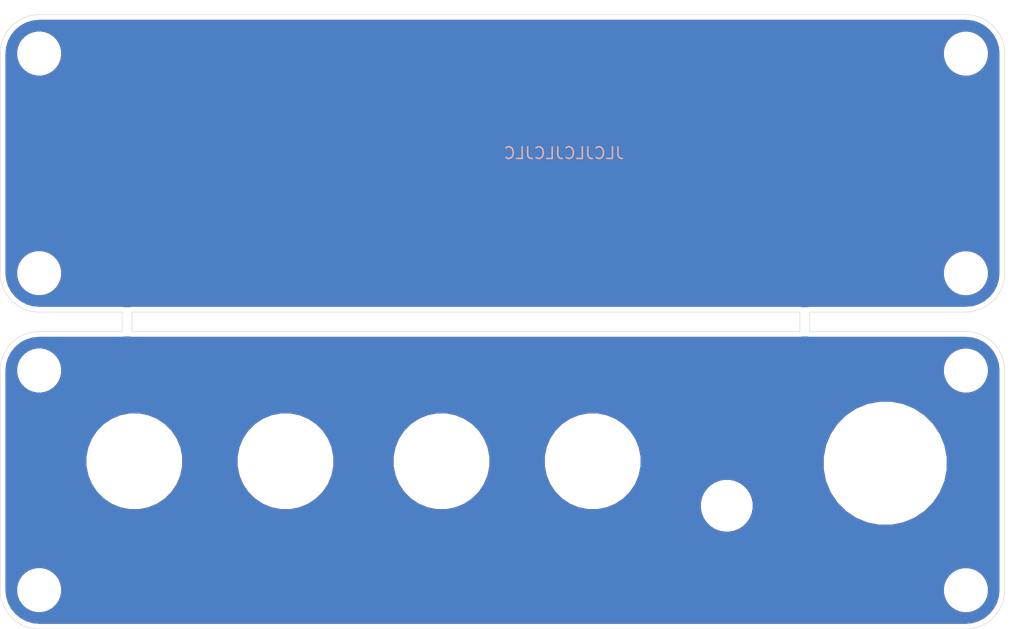
<source format=kicad_pcb>
(kicad_pcb (version 20171130) (host pcbnew "(5.1.4)-1")

  (general
    (thickness 1.6)
    (drawings 25)
    (tracks 0)
    (zones 0)
    (modules 24)
    (nets 1)
  )

  (page A4)
  (layers
    (0 F.Cu signal)
    (31 B.Cu signal hide)
    (32 B.Adhes user)
    (33 F.Adhes user)
    (34 B.Paste user)
    (35 F.Paste user)
    (36 B.SilkS user)
    (37 F.SilkS user)
    (38 B.Mask user)
    (39 F.Mask user)
    (40 Dwgs.User user hide)
    (41 Cmts.User user hide)
    (42 Eco1.User user)
    (43 Eco2.User user)
    (44 Edge.Cuts user)
    (45 Margin user)
    (46 B.CrtYd user hide)
    (47 F.CrtYd user hide)
    (48 B.Fab user)
    (49 F.Fab user hide)
  )

  (setup
    (last_trace_width 0.25)
    (trace_clearance 0.2)
    (zone_clearance 0.508)
    (zone_45_only no)
    (trace_min 0.2)
    (via_size 0.8)
    (via_drill 0.4)
    (via_min_size 0.4)
    (via_min_drill 0.3)
    (uvia_size 0.3)
    (uvia_drill 0.1)
    (uvias_allowed no)
    (uvia_min_size 0.2)
    (uvia_min_drill 0.1)
    (edge_width 0.05)
    (segment_width 0.2)
    (pcb_text_width 0.3)
    (pcb_text_size 1.5 1.5)
    (mod_edge_width 0.12)
    (mod_text_size 1 1)
    (mod_text_width 0.15)
    (pad_size 1.524 1.524)
    (pad_drill 0.762)
    (pad_to_mask_clearance 0.02)
    (solder_mask_min_width 0.25)
    (aux_axis_origin 0 0)
    (visible_elements 7FFFFF7F)
    (pcbplotparams
      (layerselection 0x010f0_ffffffff)
      (usegerberextensions false)
      (usegerberattributes false)
      (usegerberadvancedattributes false)
      (creategerberjobfile false)
      (excludeedgelayer true)
      (linewidth 0.100000)
      (plotframeref false)
      (viasonmask false)
      (mode 1)
      (useauxorigin false)
      (hpglpennumber 1)
      (hpglpenspeed 20)
      (hpglpendiameter 15.000000)
      (psnegative false)
      (psa4output false)
      (plotreference true)
      (plotvalue true)
      (plotinvisibletext false)
      (padsonsilk false)
      (subtractmaskfromsilk false)
      (outputformat 1)
      (mirror false)
      (drillshape 0)
      (scaleselection 1)
      (outputdirectory "./gerbers"))
  )

  (net 0 "")

  (net_class Default "This is the default net class."
    (clearance 0.2)
    (trace_width 0.25)
    (via_dia 0.8)
    (via_drill 0.4)
    (uvia_dia 0.3)
    (uvia_drill 0.1)
  )

  (module actidamp-mk4-smd:FP_text (layer F.Cu) (tedit 5DC0AA2B) (tstamp 5DC0E786)
    (at 123 82)
    (path /5DC0A606)
    (fp_text reference Grp2 (at -2.413 6.858) (layer F.SilkS) hide
      (effects (font (size 1.27 1.27) (thickness 0.15)))
    )
    (fp_text value Text (at -1.27 9.144) (layer F.SilkS) hide
      (effects (font (size 1.27 1.27) (thickness 0.15)))
    )
    (fp_poly (pts (xy 8.7884 1.8796) (xy 8.517466 1.8796) (xy 8.436957 1.879219) (xy 8.365168 1.878156)
      (xy 8.305936 1.876526) (xy 8.263097 1.874445) (xy 8.240486 1.87203) (xy 8.238066 1.871133)
      (xy 8.237045 1.857642) (xy 8.23606 1.820226) (xy 8.235116 1.760358) (xy 8.234223 1.679511)
      (xy 8.233386 1.57916) (xy 8.232614 1.460779) (xy 8.231913 1.325842) (xy 8.231291 1.175822)
      (xy 8.230755 1.012194) (xy 8.230312 0.836431) (xy 8.229969 0.650008) (xy 8.229734 0.454398)
      (xy 8.229614 0.251076) (xy 8.2296 0.150283) (xy 8.2296 -1.5621) (xy 8.7884 -1.5621)
      (xy 8.7884 1.8796)) (layer F.Mask) (width 0.01))
    (fp_poly (pts (xy -9.06145 -0.352247) (xy -8.928937 -0.337632) (xy -8.812746 -0.305904) (xy -8.708974 -0.255313)
      (xy -8.613717 -0.184112) (xy -8.553277 -0.124611) (xy -8.482552 -0.04822) (xy -8.416401 -0.114494)
      (xy -8.31383 -0.203873) (xy -8.205095 -0.271448) (xy -8.087373 -0.318233) (xy -7.95784 -0.345239)
      (xy -7.81367 -0.353481) (xy -7.754369 -0.351899) (xy -7.622217 -0.339589) (xy -7.509299 -0.315086)
      (xy -7.411795 -0.276863) (xy -7.325887 -0.22339) (xy -7.247755 -0.153141) (xy -7.241778 -0.146807)
      (xy -7.182653 -0.074904) (xy -7.135072 0.003682) (xy -7.095199 0.096011) (xy -7.071756 0.166223)
      (xy -7.065948 0.185691) (xy -7.060968 0.204593) (xy -7.05674 0.224982) (xy -7.053191 0.248913)
      (xy -7.050244 0.27844) (xy -7.047826 0.315619) (xy -7.045862 0.362502) (xy -7.044276 0.421146)
      (xy -7.042995 0.493603) (xy -7.041943 0.581928) (xy -7.041046 0.688176) (xy -7.040228 0.814402)
      (xy -7.039415 0.962658) (xy -7.038864 1.069975) (xy -7.034742 1.8796) (xy -7.5692 1.8796)
      (xy -7.569297 1.241425) (xy -7.569564 1.112303) (xy -7.570294 0.987555) (xy -7.571436 0.870149)
      (xy -7.572941 0.763055) (xy -7.574759 0.669244) (xy -7.576841 0.591684) (xy -7.579135 0.533347)
      (xy -7.581594 0.497201) (xy -7.581797 0.495353) (xy -7.601091 0.379501) (xy -7.630442 0.286138)
      (xy -7.671037 0.213953) (xy -7.724065 0.161633) (xy -7.790711 0.127867) (xy -7.872163 0.111344)
      (xy -7.931301 0.109192) (xy -8.031257 0.120983) (xy -8.11636 0.153296) (xy -8.186446 0.206036)
      (xy -8.241351 0.279108) (xy -8.249925 0.295031) (xy -8.264963 0.325214) (xy -8.277777 0.353714)
      (xy -8.288563 0.382795) (xy -8.297516 0.414722) (xy -8.304831 0.451759) (xy -8.310705 0.496171)
      (xy -8.315333 0.550221) (xy -8.31891 0.616174) (xy -8.321633 0.696295) (xy -8.323696 0.792848)
      (xy -8.325296 0.908096) (xy -8.326627 1.044306) (xy -8.327836 1.196975) (xy -8.332965 1.8796)
      (xy -8.8773 1.8796) (xy -8.877521 1.196975) (xy -8.877679 1.035374) (xy -8.878145 0.896975)
      (xy -8.879073 0.779582) (xy -8.880617 0.680996) (xy -8.882932 0.599021) (xy -8.886172 0.531459)
      (xy -8.890491 0.476113) (xy -8.896045 0.430785) (xy -8.902987 0.393279) (xy -8.911472 0.361396)
      (xy -8.921655 0.332941) (xy -8.933689 0.305715) (xy -8.941253 0.290271) (xy -8.990019 0.2127)
      (xy -9.048278 0.157957) (xy -9.118658 0.124417) (xy -9.203788 0.110454) (xy -9.2329 0.109841)
      (xy -9.330583 0.119441) (xy -9.413146 0.147619) (xy -9.481986 0.19553) (xy -9.538502 0.264327)
      (xy -9.584091 0.355163) (xy -9.605815 0.417539) (xy -9.61144 0.437116) (xy -9.61621 0.457541)
      (xy -9.620213 0.481063) (xy -9.623536 0.509928) (xy -9.62627 0.546383) (xy -9.6285 0.592676)
      (xy -9.630317 0.651054) (xy -9.631809 0.723764) (xy -9.633063 0.813052) (xy -9.634168 0.921167)
      (xy -9.635212 1.050355) (xy -9.636201 1.190625) (xy -9.64088 1.8796) (xy -10.1854 1.8796)
      (xy -10.1854 -0.2921) (xy -9.6393 -0.2921) (xy -9.6393 -0.113652) (xy -9.558239 -0.182419)
      (xy -9.470144 -0.251198) (xy -9.388381 -0.300446) (xy -9.306269 -0.332446) (xy -9.217129 -0.34948)
      (xy -9.114283 -0.353832) (xy -9.06145 -0.352247)) (layer F.Mask) (width 0.01))
    (fp_poly (pts (xy 10.343817 -0.393018) (xy 10.4129 -0.229643) (xy 10.479271 -0.07295) (xy 10.542258 0.075484)
      (xy 10.601186 0.214082) (xy 10.655381 0.341268) (xy 10.704168 0.455464) (xy 10.746873 0.555093)
      (xy 10.782823 0.63858) (xy 10.811342 0.704347) (xy 10.831757 0.750818) (xy 10.843393 0.776416)
      (xy 10.845889 0.781105) (xy 10.851922 0.7704) (xy 10.867257 0.73789) (xy 10.891213 0.68513)
      (xy 10.92311 0.61367) (xy 10.962268 0.525064) (xy 11.008007 0.420863) (xy 11.059645 0.302621)
      (xy 11.116504 0.171889) (xy 11.177903 0.030221) (xy 11.243161 -0.120832) (xy 11.311598 -0.279717)
      (xy 11.356755 -0.384803) (xy 11.859467 -1.55575) (xy 12.165433 -1.559151) (xy 12.250552 -1.559861)
      (xy 12.326563 -1.560041) (xy 12.390004 -1.559722) (xy 12.43741 -1.558931) (xy 12.465319 -1.557699)
      (xy 12.4714 -1.556583) (xy 12.466363 -1.54454) (xy 12.4517 -1.510786) (xy 12.428078 -1.456829)
      (xy 12.396164 -1.384178) (xy 12.356626 -1.294341) (xy 12.310131 -1.188828) (xy 12.257347 -1.069147)
      (xy 12.198942 -0.936807) (xy 12.135583 -0.793316) (xy 12.067938 -0.640184) (xy 11.996675 -0.478919)
      (xy 11.922461 -0.311029) (xy 11.845963 -0.138024) (xy 11.76785 0.038587) (xy 11.688789 0.217297)
      (xy 11.609447 0.396596) (xy 11.530493 0.574976) (xy 11.452593 0.750927) (xy 11.376416 0.922941)
      (xy 11.302629 1.08951) (xy 11.231899 1.249125) (xy 11.164895 1.400276) (xy 11.102284 1.541456)
      (xy 11.044733 1.671154) (xy 10.99291 1.787864) (xy 10.947483 1.890076) (xy 10.909119 1.976281)
      (xy 10.878486 2.04497) (xy 10.856251 2.094635) (xy 10.843083 2.123767) (xy 10.839531 2.131269)
      (xy 10.83074 2.127046) (xy 10.82929 2.124919) (xy 10.823841 2.112669) (xy 10.808973 2.078629)
      (xy 10.785345 2.024324) (xy 10.753618 1.95128) (xy 10.714451 1.861022) (xy 10.668505 1.755074)
      (xy 10.61644 1.634961) (xy 10.558915 1.502209) (xy 10.496591 1.358343) (xy 10.430128 1.204887)
      (xy 10.360185 1.043367) (xy 10.287423 0.875308) (xy 10.212502 0.702234) (xy 10.136081 0.525671)
      (xy 10.058821 0.347143) (xy 9.981382 0.168176) (xy 9.904423 -0.009705) (xy 9.828605 -0.184976)
      (xy 9.754588 -0.356111) (xy 9.683032 -0.521585) (xy 9.614596 -0.679874) (xy 9.549941 -0.829451)
      (xy 9.489727 -0.968794) (xy 9.434613 -1.096375) (xy 9.385261 -1.210671) (xy 9.342329 -1.310156)
      (xy 9.306478 -1.393306) (xy 9.278368 -1.458594) (xy 9.276183 -1.463675) (xy 9.233863 -1.5621)
      (xy 9.849901 -1.5621) (xy 10.343817 -0.393018)) (layer F.Mask) (width 0.01))
    (fp_poly (pts (xy -16.6243 1.8796) (xy -17.1577 1.8796) (xy -17.1577 -0.2921) (xy -16.6243 -0.2921)
      (xy -16.6243 1.8796)) (layer F.Mask) (width 0.01))
    (fp_poly (pts (xy -22.828737 -1.766083) (xy -22.812677 -1.733409) (xy -22.787129 -1.680768) (xy -22.752802 -1.609645)
      (xy -22.710405 -1.521526) (xy -22.660647 -1.417898) (xy -22.604235 -1.300246) (xy -22.54188 -1.170057)
      (xy -22.474288 -1.028816) (xy -22.40217 -0.87801) (xy -22.326234 -0.719125) (xy -22.247188 -0.553647)
      (xy -22.165741 -0.383062) (xy -22.082602 -0.208855) (xy -21.998479 -0.032514) (xy -21.914082 0.144476)
      (xy -21.830118 0.320629) (xy -21.747297 0.494459) (xy -21.666327 0.664479) (xy -21.587917 0.829204)
      (xy -21.512775 0.987147) (xy -21.441611 1.136823) (xy -21.375132 1.276745) (xy -21.314048 1.405428)
      (xy -21.259067 1.521384) (xy -21.210898 1.623129) (xy -21.17025 1.709176) (xy -21.13783 1.778038)
      (xy -21.114349 1.828231) (xy -21.100514 1.858267) (xy -21.096935 1.866547) (xy -21.105507 1.871166)
      (xy -21.135371 1.874491) (xy -21.187472 1.876554) (xy -21.262753 1.877387) (xy -21.36216 1.87702)
      (xy -21.399415 1.876653) (xy -21.706399 1.87325) (xy -21.897597 1.457325) (xy -22.088794 1.0414)
      (xy -23.629704 1.0414) (xy -24.039222 1.8796) (xy -24.33967 1.8796) (xy -24.44368 1.879186)
      (xy -24.523715 1.877902) (xy -24.58119 1.87568) (xy -24.617516 1.872453) (xy -24.634108 1.868154)
      (xy -24.635442 1.865575) (xy -24.628836 1.851141) (xy -24.611768 1.815615) (xy -24.584964 1.760468)
      (xy -24.549153 1.687171) (xy -24.505061 1.597194) (xy -24.453415 1.49201) (xy -24.394944 1.37309)
      (xy -24.330373 1.241904) (xy -24.260431 1.099924) (xy -24.185845 0.94862) (xy -24.107341 0.789465)
      (xy -24.025648 0.623929) (xy -23.98159 0.534696) (xy -23.391284 0.534696) (xy -23.379943 0.5373)
      (xy -23.345307 0.539652) (xy -23.28948 0.541708) (xy -23.214566 0.543423) (xy -23.12267 0.544751)
      (xy -23.015895 0.545649) (xy -22.896346 0.546072) (xy -22.85548 0.5461) (xy -22.315443 0.5461)
      (xy -22.414008 0.333375) (xy -22.446116 0.264063) (xy -22.486318 0.177254) (xy -22.532042 0.078501)
      (xy -22.580718 -0.026641) (xy -22.629772 -0.132618) (xy -22.675663 -0.231775) (xy -22.71641 -0.319309)
      (xy -22.753918 -0.398889) (xy -22.786833 -0.467724) (xy -22.8138 -0.523019) (xy -22.833468 -0.561981)
      (xy -22.844482 -0.581815) (xy -22.846201 -0.58377) (xy -22.852536 -0.572715) (xy -22.8686 -0.541452)
      (xy -22.89309 -0.492651) (xy -22.924705 -0.428983) (xy -22.962143 -0.353119) (xy -23.004102 -0.267732)
      (xy -23.049281 -0.175491) (xy -23.096378 -0.079068) (xy -23.14409 0.018866) (xy -23.191117 0.115639)
      (xy -23.236156 0.208581) (xy -23.277906 0.29502) (xy -23.315064 0.372286) (xy -23.34633 0.437707)
      (xy -23.370401 0.488612) (xy -23.385975 0.522329) (xy -23.391284 0.534696) (xy -23.98159 0.534696)
      (xy -23.941492 0.453484) (xy -23.855601 0.2796) (xy -23.768702 0.103749) (xy -23.681523 -0.072599)
      (xy -23.594789 -0.247971) (xy -23.50923 -0.420897) (xy -23.425572 -0.589906) (xy -23.344542 -0.753526)
      (xy -23.266867 -0.910286) (xy -23.193276 -1.058716) (xy -23.124494 -1.197343) (xy -23.06125 -1.324697)
      (xy -23.004271 -1.439307) (xy -22.954283 -1.539701) (xy -22.912015 -1.624409) (xy -22.878193 -1.691959)
      (xy -22.853545 -1.740879) (xy -22.838797 -1.7697) (xy -22.8346 -1.777302) (xy -22.828737 -1.766083)) (layer F.Mask) (width 0.01))
    (fp_poly (pts (xy -12.024998 -0.348593) (xy -11.965768 -0.346448) (xy -11.918902 -0.341985) (xy -11.877888 -0.334514)
      (xy -11.836217 -0.323344) (xy -11.8237 -0.319509) (xy -11.681882 -0.263549) (xy -11.547242 -0.187848)
      (xy -11.468189 -0.130554) (xy -11.38555 -0.064257) (xy -11.381899 -0.178179) (xy -11.378247 -0.2921)
      (xy -10.832958 -0.2921) (xy -10.83945 1.87325) (xy -11.378204 1.880102) (xy -11.381877 1.771666)
      (xy -11.38555 1.663231) (xy -11.46175 1.720514) (xy -11.601472 1.810408) (xy -11.749134 1.876224)
      (xy -11.904 1.917752) (xy -12.065329 1.934784) (xy -12.2047 1.930066) (xy -12.365201 1.902558)
      (xy -12.516505 1.852295) (xy -12.656725 1.780846) (xy -12.78397 1.689782) (xy -12.896354 1.580672)
      (xy -12.991988 1.455088) (xy -13.068983 1.314598) (xy -13.124063 1.16561) (xy -13.162571 0.991695)
      (xy -13.178289 0.817117) (xy -13.177188 0.788731) (xy -12.622501 0.788731) (xy -12.616861 0.877133)
      (xy -12.605207 0.96266) (xy -12.588172 1.036308) (xy -12.584536 1.04775) (xy -12.534043 1.162251)
      (xy -12.46546 1.262017) (xy -12.381228 1.345008) (xy -12.283787 1.409185) (xy -12.175578 1.452508)
      (xy -12.0777 1.471336) (xy -11.950484 1.475145) (xy -11.834298 1.458495) (xy -11.724047 1.420556)
      (xy -11.701177 1.409809) (xy -11.595929 1.34474) (xy -11.508904 1.262415) (xy -11.440665 1.163827)
      (xy -11.391771 1.049973) (xy -11.362783 0.921847) (xy -11.354176 0.79375) (xy -11.364288 0.653466)
      (xy -11.394897 0.527561) (xy -11.446411 0.414869) (xy -11.519239 0.314226) (xy -11.524055 0.308812)
      (xy -11.611793 0.227246) (xy -11.7093 0.167794) (xy -11.818634 0.129578) (xy -11.941855 0.111716)
      (xy -11.9888 0.110109) (xy -12.060548 0.1114) (xy -12.117754 0.117678) (xy -12.171032 0.130382)
      (xy -12.195193 0.138118) (xy -12.304529 0.188241) (xy -12.401105 0.259169) (xy -12.483189 0.348824)
      (xy -12.549048 0.45513) (xy -12.596952 0.57601) (xy -12.613214 0.63932) (xy -12.621496 0.706459)
      (xy -12.622501 0.788731) (xy -13.177188 0.788731) (xy -13.1716 0.644685) (xy -13.142887 0.477204)
      (xy -13.092536 0.317481) (xy -13.02093 0.168323) (xy -12.978318 0.100116) (xy -12.907409 0.009751)
      (xy -12.82103 -0.077643) (xy -12.725197 -0.157166) (xy -12.625923 -0.223918) (xy -12.529221 -0.272998)
      (xy -12.512133 -0.279735) (xy -12.434977 -0.307123) (xy -12.36856 -0.326368) (xy -12.304912 -0.33882)
      (xy -12.236062 -0.345832) (xy -12.15404 -0.348755) (xy -12.1031 -0.349108) (xy -12.024998 -0.348593)) (layer F.Mask) (width 0.01))
    (fp_poly (pts (xy 5.692413 1.33082) (xy 5.76657 1.368994) (xy 5.828063 1.423397) (xy 5.873445 1.491435)
      (xy 5.899268 1.570518) (xy 5.903143 1.601621) (xy 5.897892 1.687752) (xy 5.871038 1.764744)
      (xy 5.825451 1.830269) (xy 5.763997 1.882002) (xy 5.689544 1.917618) (xy 5.604958 1.934791)
      (xy 5.513108 1.931196) (xy 5.49967 1.928872) (xy 5.420715 1.901811) (xy 5.349863 1.854552)
      (xy 5.294435 1.792117) (xy 5.289885 1.78501) (xy 5.269547 1.749033) (xy 5.25793 1.717033)
      (xy 5.252682 1.679253) (xy 5.25145 1.625936) (xy 5.25145 1.6256) (xy 5.252668 1.572171)
      (xy 5.257897 1.534306) (xy 5.269497 1.502222) (xy 5.28983 1.466138) (xy 5.290006 1.465854)
      (xy 5.338331 1.407906) (xy 5.402796 1.358947) (xy 5.474577 1.324822) (xy 5.5199 1.313523)
      (xy 5.60904 1.311466) (xy 5.692413 1.33082)) (layer F.Mask) (width 0.01))
    (fp_poly (pts (xy -19.397805 -0.336505) (xy -19.239237 -0.303117) (xy -19.093439 -0.252973) (xy -19.07208 -0.243597)
      (xy -18.9865 -0.204793) (xy -18.9865 0.471633) (xy -19.084925 0.372313) (xy -19.185357 0.279282)
      (xy -19.281634 0.208492) (xy -19.377687 0.158102) (xy -19.477446 0.126274) (xy -19.584841 0.111168)
      (xy -19.6469 0.109314) (xy -19.78228 0.121304) (xy -19.906987 0.155677) (xy -20.019398 0.211284)
      (xy -20.117887 0.286975) (xy -20.200829 0.381602) (xy -20.266599 0.494015) (xy -20.29699 0.569081)
      (xy -20.316586 0.650118) (xy -20.326427 0.745384) (xy -20.32653 0.845663) (xy -20.316913 0.941739)
      (xy -20.297593 1.024396) (xy -20.296135 1.0287) (xy -20.245293 1.14109) (xy -20.175856 1.242034)
      (xy -20.091286 1.327364) (xy -19.995049 1.392912) (xy -19.992017 1.39453) (xy -19.907371 1.433729)
      (xy -19.825178 1.458556) (xy -19.735972 1.471236) (xy -19.653126 1.474128) (xy -19.547809 1.469086)
      (xy -19.454272 1.452295) (xy -19.367699 1.421602) (xy -19.28327 1.374855) (xy -19.196168 1.309901)
      (xy -19.107677 1.230442) (xy -18.9865 1.114596) (xy -18.9865 1.785266) (xy -19.103975 1.831068)
      (xy -19.280397 1.889145) (xy -19.454005 1.923867) (xy -19.629988 1.935985) (xy -19.782214 1.929357)
      (xy -19.956051 1.902361) (xy -20.120353 1.854473) (xy -20.27336 1.787118) (xy -20.413313 1.701722)
      (xy -20.538452 1.599712) (xy -20.647018 1.482514) (xy -20.737252 1.351553) (xy -20.807394 1.208257)
      (xy -20.854185 1.06045) (xy -20.865417 1.009026) (xy -20.872705 0.962566) (xy -20.876558 0.913883)
      (xy -20.877489 0.855793) (xy -20.876008 0.781112) (xy -20.875418 0.762) (xy -20.870479 0.660713)
      (xy -20.861895 0.577635) (xy -20.848139 0.505664) (xy -20.827683 0.437698) (xy -20.799001 0.366634)
      (xy -20.782803 0.331327) (xy -20.702307 0.18984) (xy -20.60081 0.060003) (xy -20.480886 -0.055997)
      (xy -20.345106 -0.15597) (xy -20.196044 -0.237727) (xy -20.04523 -0.296292) (xy -19.892857 -0.33303)
      (xy -19.730343 -0.351772) (xy -19.563417 -0.352827) (xy -19.397805 -0.336505)) (layer F.Mask) (width 0.01))
    (fp_poly (pts (xy -16.823704 -1.510494) (xy -16.738218 -1.48326) (xy -16.658824 -1.433858) (xy -16.646743 -1.423676)
      (xy -16.593806 -1.363712) (xy -16.561594 -1.293403) (xy -16.548552 -1.209031) (xy -16.5481 -1.18745)
      (xy -16.552558 -1.117694) (xy -16.567096 -1.062505) (xy -16.574363 -1.045968) (xy -16.621119 -0.977185)
      (xy -16.685697 -0.921801) (xy -16.763041 -0.882185) (xy -16.848093 -0.860708) (xy -16.935796 -0.859737)
      (xy -16.962835 -0.863991) (xy -17.04809 -0.892385) (xy -17.123207 -0.939476) (xy -17.153104 -0.967263)
      (xy -17.198836 -1.024251) (xy -17.225848 -1.081635) (xy -17.237754 -1.148679) (xy -17.239168 -1.187869)
      (xy -17.237535 -1.24185) (xy -17.230425 -1.281475) (xy -17.215343 -1.317616) (xy -17.205222 -1.335755)
      (xy -17.148115 -1.410099) (xy -17.077487 -1.465362) (xy -16.997261 -1.500928) (xy -16.911359 -1.516177)
      (xy -16.823704 -1.510494)) (layer F.Mask) (width 0.01))
    (fp_poly (pts (xy 22.418675 -1.558542) (xy 22.56924 -1.556798) (xy 22.696947 -1.554868) (xy 22.804338 -1.552657)
      (xy 22.893954 -1.55007) (xy 22.968337 -1.547009) (xy 23.030029 -1.543381) (xy 23.081572 -1.539088)
      (xy 23.125506 -1.534036) (xy 23.14575 -1.531143) (xy 23.353133 -1.491301) (xy 23.541495 -1.437304)
      (xy 23.71383 -1.367668) (xy 23.87313 -1.280907) (xy 24.022391 -1.175534) (xy 24.164606 -1.050064)
      (xy 24.21288 -1.001531) (xy 24.334553 -0.861558) (xy 24.434619 -0.71521) (xy 24.515272 -0.5584)
      (xy 24.578709 -0.387044) (xy 24.614574 -0.254) (xy 24.628162 -0.177807) (xy 24.638551 -0.083076)
      (xy 24.645561 0.023511) (xy 24.649012 0.135269) (xy 24.648724 0.245518) (xy 24.644516 0.347573)
      (xy 24.636208 0.434754) (xy 24.633616 0.452521) (xy 24.59113 0.64909) (xy 24.527824 0.831564)
      (xy 24.442944 1.001425) (xy 24.335733 1.160153) (xy 24.205438 1.309227) (xy 24.187599 1.32715)
      (xy 24.056275 1.44773) (xy 23.923885 1.549058) (xy 23.783167 1.636514) (xy 23.734674 1.66272)
      (xy 23.648481 1.704963) (xy 23.560934 1.741692) (xy 23.469732 1.773241) (xy 23.372575 1.799943)
      (xy 23.267162 1.822133) (xy 23.151192 1.840144) (xy 23.022364 1.854309) (xy 22.878378 1.864963)
      (xy 22.716933 1.872439) (xy 22.535728 1.877071) (xy 22.332463 1.879193) (xy 22.240875 1.879415)
      (xy 21.8313 1.8796) (xy 21.8313 -1.0668) (xy 22.4028 -1.0668) (xy 22.4028 1.374759)
      (xy 22.704425 1.367995) (xy 22.814396 1.365029) (xy 22.903223 1.361386) (xy 22.975155 1.35674)
      (xy 23.034444 1.350765) (xy 23.085344 1.343137) (xy 23.12035 1.336184) (xy 23.288427 1.288663)
      (xy 23.44178 1.22245) (xy 23.553467 1.156976) (xy 23.695971 1.04929) (xy 23.816917 0.92818)
      (xy 23.916336 0.793602) (xy 23.99426 0.645513) (xy 24.05072 0.483869) (xy 24.056695 0.461027)
      (xy 24.071322 0.382451) (xy 24.08098 0.287588) (xy 24.085599 0.18401) (xy 24.085108 0.079288)
      (xy 24.079437 -0.019004) (xy 24.068517 -0.103294) (xy 24.06219 -0.13335) (xy 24.018881 -0.278451)
      (xy 23.962526 -0.407822) (xy 23.889175 -0.529452) (xy 23.822291 -0.618353) (xy 23.717928 -0.729301)
      (xy 23.597697 -0.824003) (xy 23.460848 -0.902729) (xy 23.306631 -0.965749) (xy 23.134294 -1.013331)
      (xy 22.943088 -1.045744) (xy 22.732261 -1.06326) (xy 22.572904 -1.0668) (xy 22.4028 -1.0668)
      (xy 21.8313 -1.0668) (xy 21.8313 -1.564616) (xy 22.418675 -1.558542)) (layer F.Mask) (width 0.01))
    (fp_poly (pts (xy -13.7287 1.8796) (xy -14.2748 1.8796) (xy -14.2748 1.664718) (xy -14.360525 1.729737)
      (xy -14.494246 1.815576) (xy -14.638382 1.878411) (xy -14.792111 1.918019) (xy -14.95461 1.934175)
      (xy -15.09395 1.929755) (xy -15.25349 1.903641) (xy -15.403098 1.854983) (xy -15.541319 1.785184)
      (xy -15.666694 1.695645) (xy -15.777769 1.587769) (xy -15.873086 1.462956) (xy -15.95119 1.322608)
      (xy -16.010623 1.168127) (xy -16.048117 1.01155) (xy -16.064179 0.860356) (xy -16.063318 0.7874)
      (xy -15.510763 0.7874) (xy -15.501694 0.924116) (xy -15.473761 1.045646) (xy -15.425877 1.154949)
      (xy -15.35695 1.254983) (xy -15.325583 1.290574) (xy -15.236478 1.369894) (xy -15.137892 1.426787)
      (xy -15.028382 1.461749) (xy -14.906508 1.475278) (xy -14.80185 1.471264) (xy -14.742503 1.46241)
      (xy -14.680447 1.448146) (xy -14.640246 1.435487) (xy -14.536447 1.383488) (xy -14.446679 1.312617)
      (xy -14.37182 1.225732) (xy -14.312749 1.125691) (xy -14.270343 1.01535) (xy -14.245482 0.897568)
      (xy -14.239041 0.775202) (xy -14.251901 0.651109) (xy -14.284938 0.528146) (xy -14.329987 0.425806)
      (xy -14.395123 0.327959) (xy -14.476025 0.247413) (xy -14.569481 0.184589) (xy -14.672276 0.139907)
      (xy -14.781199 0.113787) (xy -14.893037 0.106649) (xy -15.004577 0.118915) (xy -15.112606 0.151003)
      (xy -15.213911 0.203335) (xy -15.305279 0.27633) (xy -15.324224 0.295736) (xy -15.400595 0.389723)
      (xy -15.455455 0.486729) (xy -15.490665 0.59165) (xy -15.508081 0.709385) (xy -15.510763 0.7874)
      (xy -16.063318 0.7874) (xy -16.062305 0.701707) (xy -16.043266 0.543265) (xy -16.00783 0.392694)
      (xy -15.977221 0.3048) (xy -15.908898 0.167367) (xy -15.819396 0.040091) (xy -15.711853 -0.074202)
      (xy -15.589411 -0.172683) (xy -15.455208 -0.252528) (xy -15.312385 -0.310907) (xy -15.283732 -0.319569)
      (xy -15.209167 -0.33517) (xy -15.11863 -0.345437) (xy -15.019813 -0.350272) (xy -14.920408 -0.349576)
      (xy -14.828106 -0.34325) (xy -14.750599 -0.331198) (xy -14.732 -0.32662) (xy -14.632063 -0.291602)
      (xy -14.527032 -0.241622) (xy -14.427112 -0.181993) (xy -14.360525 -0.133211) (xy -14.2748 -0.063524)
      (xy -14.2748 -1.8796) (xy -13.7287 -1.8796) (xy -13.7287 1.8796)) (layer F.Mask) (width 0.01))
    (fp_poly (pts (xy 17.853326 -1.812853) (xy 17.856809 -1.808026) (xy 17.862196 -1.798833) (xy 17.870037 -1.784119)
      (xy 17.880877 -1.762733) (xy 17.895265 -1.733521) (xy 17.913748 -1.69533) (xy 17.936874 -1.647006)
      (xy 17.96519 -1.587397) (xy 17.999244 -1.51535) (xy 18.039583 -1.42971) (xy 18.086754 -1.329326)
      (xy 18.141306 -1.213043) (xy 18.203785 -1.07971) (xy 18.27474 -0.928172) (xy 18.354717 -0.757276)
      (xy 18.444264 -0.56587) (xy 18.54393 -0.3528) (xy 18.561622 -0.314974) (xy 18.636399 -0.15537)
      (xy 18.708224 -0.002587) (xy 18.776363 0.14184) (xy 18.840081 0.276377) (xy 18.898643 0.399491)
      (xy 18.951315 0.509648) (xy 18.997361 0.605314) (xy 19.036048 0.684955) (xy 19.066641 0.747038)
      (xy 19.088404 0.790028) (xy 19.100604 0.812392) (xy 19.102994 0.815326) (xy 19.109543 0.802952)
      (xy 19.126444 0.769158) (xy 19.15299 0.715393) (xy 19.188478 0.643104) (xy 19.232199 0.553738)
      (xy 19.283449 0.448744) (xy 19.341523 0.329569) (xy 19.405713 0.197661) (xy 19.475315 0.054466)
      (xy 19.549622 -0.098566) (xy 19.62793 -0.259989) (xy 19.709531 -0.428355) (xy 19.741958 -0.4953)
      (xy 19.824684 -0.666025) (xy 19.904426 -0.830399) (xy 19.980473 -0.986972) (xy 20.052117 -1.134293)
      (xy 20.11865 -1.27091) (xy 20.179363 -1.395374) (xy 20.233548 -1.506234) (xy 20.280495 -1.602038)
      (xy 20.319496 -1.681336) (xy 20.349843 -1.742677) (xy 20.370827 -1.784611) (xy 20.38174 -1.805687)
      (xy 20.383106 -1.807933) (xy 20.391119 -1.802869) (xy 20.400669 -1.778467) (xy 20.407402 -1.750783)
      (xy 20.412006 -1.726883) (xy 20.420789 -1.680488) (xy 20.433434 -1.613296) (xy 20.449624 -1.527003)
      (xy 20.469044 -1.423309) (xy 20.491377 -1.30391) (xy 20.516308 -1.170505) (xy 20.54352 -1.02479)
      (xy 20.572697 -0.868465) (xy 20.603523 -0.703227) (xy 20.635681 -0.530773) (xy 20.668856 -0.352802)
      (xy 20.702731 -0.171011) (xy 20.736991 0.012903) (xy 20.771318 0.197241) (xy 20.805398 0.380306)
      (xy 20.838913 0.560399) (xy 20.871547 0.735824) (xy 20.902985 0.904882) (xy 20.93291 1.065875)
      (xy 20.961006 1.217107) (xy 20.986957 1.356878) (xy 21.010447 1.483492) (xy 21.03116 1.59525)
      (xy 21.048779 1.690455) (xy 21.062988 1.767409) (xy 21.073471 1.824415) (xy 21.079912 1.859774)
      (xy 21.082 1.871775) (xy 21.069897 1.874024) (xy 21.035982 1.876021) (xy 20.983838 1.877667)
      (xy 20.917053 1.878863) (xy 20.839212 1.879511) (xy 20.796491 1.8796) (xy 20.510983 1.8796)
      (xy 20.504507 1.851025) (xy 20.501421 1.834235) (xy 20.494465 1.79436) (xy 20.483975 1.733367)
      (xy 20.470284 1.653221) (xy 20.453725 1.555886) (xy 20.434632 1.443329) (xy 20.41334 1.317516)
      (xy 20.390181 1.180411) (xy 20.365489 1.03398) (xy 20.339599 0.880189) (xy 20.332537 0.8382)
      (xy 20.306465 0.683148) (xy 20.281583 0.5352) (xy 20.258217 0.396291) (xy 20.236693 0.268353)
      (xy 20.217336 0.153319) (xy 20.200471 0.053123) (xy 20.186424 -0.030302) (xy 20.17552 -0.095022)
      (xy 20.168084 -0.139103) (xy 20.164443 -0.160614) (xy 20.164147 -0.162331) (xy 20.158354 -0.153488)
      (xy 20.142314 -0.12328) (xy 20.116779 -0.073237) (xy 20.082504 -0.004886) (xy 20.040241 0.080241)
      (xy 19.990743 0.180617) (xy 19.934764 0.294711) (xy 19.873057 0.420995) (xy 19.806374 0.557939)
      (xy 19.73547 0.704014) (xy 19.661097 0.857691) (xy 19.62785 0.926534) (xy 19.55206 1.083428)
      (xy 19.479355 1.233676) (xy 19.410495 1.375719) (xy 19.346243 1.507998) (xy 19.28736 1.628955)
      (xy 19.234607 1.73703) (xy 19.188745 1.830666) (xy 19.150536 1.908302) (xy 19.120741 1.968381)
      (xy 19.100121 2.009343) (xy 19.089438 2.029629) (xy 19.0881 2.031609) (xy 19.08193 2.020353)
      (xy 19.065764 1.987659) (xy 19.040351 1.935102) (xy 19.006437 1.864262) (xy 18.96477 1.776714)
      (xy 18.916097 1.674038) (xy 18.861165 1.557809) (xy 18.800721 1.429605) (xy 18.735514 1.291004)
      (xy 18.66629 1.143583) (xy 18.593796 0.98892) (xy 18.567804 0.933399) (xy 18.494414 0.776926)
      (xy 18.423988 0.627432) (xy 18.357275 0.486467) (xy 18.295021 0.355579) (xy 18.237972 0.236317)
      (xy 18.186877 0.13023) (xy 18.142482 0.038867) (xy 18.105535 -0.036222) (xy 18.076782 -0.09349)
      (xy 18.056971 -0.131386) (xy 18.046848 -0.148362) (xy 18.045715 -0.149045) (xy 18.042156 -0.134391)
      (xy 18.034304 -0.096668) (xy 18.022525 -0.037777) (xy 18.007185 0.040381) (xy 17.988652 0.135907)
      (xy 17.967291 0.246899) (xy 17.94347 0.371457) (xy 17.917554 0.507682) (xy 17.889911 0.653672)
      (xy 17.860906 0.807527) (xy 17.848577 0.873125) (xy 17.659582 1.8796) (xy 17.370541 1.8796)
      (xy 17.287918 1.87937) (xy 17.214503 1.878726) (xy 17.153861 1.877735) (xy 17.109555 1.876466)
      (xy 17.085149 1.874984) (xy 17.0815 1.874116) (xy 17.084036 1.860175) (xy 17.091412 1.823126)
      (xy 17.103281 1.764637) (xy 17.119294 1.686381) (xy 17.139102 1.590027) (xy 17.162359 1.477247)
      (xy 17.188716 1.349712) (xy 17.217824 1.209092) (xy 17.249335 1.057058) (xy 17.282903 0.895282)
      (xy 17.318177 0.725433) (xy 17.354811 0.549183) (xy 17.392456 0.368203) (xy 17.430764 0.184163)
      (xy 17.469387 -0.001265) (xy 17.507977 -0.186411) (xy 17.546185 -0.369604) (xy 17.583664 -0.549173)
      (xy 17.620066 -0.723447) (xy 17.655042 -0.890756) (xy 17.688245 -1.049429) (xy 17.719325 -1.197794)
      (xy 17.747936 -1.334181) (xy 17.773729 -1.456919) (xy 17.796356 -1.564337) (xy 17.815468 -1.654764)
      (xy 17.830718 -1.72653) (xy 17.841758 -1.777964) (xy 17.848239 -1.807394) (xy 17.849886 -1.81402)
      (xy 17.851201 -1.814467) (xy 17.853326 -1.812853)) (layer F.Mask) (width 0.01))
    (fp_poly (pts (xy 3.228906 -0.746554) (xy 3.23215 0.386493) (xy 3.95605 -0.291833) (xy 4.32125 -0.291967)
      (xy 4.686451 -0.2921) (xy 4.530676 -0.149225) (xy 4.483064 -0.105617) (xy 4.420252 -0.048182)
      (xy 4.345824 0.019808) (xy 4.263365 0.095081) (xy 4.176458 0.174365) (xy 4.088687 0.254389)
      (xy 4.035301 0.303037) (xy 3.957496 0.374036) (xy 3.885965 0.439539) (xy 3.822801 0.497609)
      (xy 3.770098 0.546311) (xy 3.729951 0.583711) (xy 3.704454 0.607872) (xy 3.6957 0.616844)
      (xy 3.703721 0.627011) (xy 3.726865 0.654854) (xy 3.763749 0.69874) (xy 3.81299 0.75704)
      (xy 3.873206 0.828121) (xy 3.943014 0.910352) (xy 4.021032 1.002102) (xy 4.105877 1.101739)
      (xy 4.196167 1.207632) (xy 4.22275 1.238783) (xy 4.314408 1.346352) (xy 4.401007 1.448328)
      (xy 4.481161 1.543057) (xy 4.553486 1.628887) (xy 4.616595 1.704161) (xy 4.669103 1.767227)
      (xy 4.709624 1.81643) (xy 4.736773 1.850116) (xy 4.749163 1.866631) (xy 4.7498 1.86795)
      (xy 4.737536 1.871235) (xy 4.702483 1.874045) (xy 4.647248 1.876298) (xy 4.574441 1.877912)
      (xy 4.486668 1.878802) (xy 4.403725 1.878932) (xy 4.05765 1.878265) (xy 3.6957 1.439904)
      (xy 3.620285 1.3487) (xy 3.54947 1.263311) (xy 3.484968 1.185783) (xy 3.428489 1.118163)
      (xy 3.381747 1.062497) (xy 3.346453 1.020832) (xy 3.32432 0.995213) (xy 3.317415 0.987785)
      (xy 3.301101 0.983424) (xy 3.278263 0.996767) (xy 3.26344 1.010089) (xy 3.2258 1.046152)
      (xy 3.2258 1.8796) (xy 2.6924 1.8796) (xy 2.6924 -1.8796) (xy 3.225663 -1.8796)
      (xy 3.228906 -0.746554)) (layer F.Mask) (width 0.01))
    (fp_poly (pts (xy -17.9197 -0.2921) (xy -17.5133 -0.2921) (xy -17.5133 0.1778) (xy -17.9197 0.1778)
      (xy -17.9197 1.8796) (xy -18.4658 1.8796) (xy -18.4658 0.1778) (xy -18.6944 0.1778)
      (xy -18.6944 -0.2921) (xy -18.4658 -0.2921) (xy -18.4658 -1.0922) (xy -17.9197 -1.0922)
      (xy -17.9197 -0.2921)) (layer F.Mask) (width 0.01))
    (fp_poly (pts (xy 15.641321 -1.615238) (xy 15.80027 -1.583763) (xy 15.947099 -1.530592) (xy 16.082916 -1.455142)
      (xy 16.208827 -1.356832) (xy 16.325939 -1.235077) (xy 16.40538 -1.132644) (xy 16.432431 -1.091494)
      (xy 16.448809 -1.059772) (xy 16.452059 -1.042346) (xy 16.451383 -1.041378) (xy 16.437238 -1.031968)
      (xy 16.404509 -1.012324) (xy 16.356815 -0.98455) (xy 16.297773 -0.950752) (xy 16.231002 -0.913034)
      (xy 16.225329 -0.909851) (xy 16.010509 -0.789384) (xy 15.950651 -0.874618) (xy 15.915475 -0.921457)
      (xy 15.878467 -0.965589) (xy 15.847065 -0.998195) (xy 15.844328 -1.00065) (xy 15.756298 -1.061516)
      (xy 15.654387 -1.1035) (xy 15.542591 -1.125762) (xy 15.424908 -1.127459) (xy 15.318975 -1.111117)
      (xy 15.229539 -1.083813) (xy 15.154328 -1.045306) (xy 15.082868 -0.989945) (xy 15.066652 -0.974983)
      (xy 15.003704 -0.900328) (xy 14.964475 -0.819783) (xy 14.948938 -0.7362) (xy 14.957065 -0.652433)
      (xy 14.98883 -0.571335) (xy 15.044204 -0.495759) (xy 15.071504 -0.469016) (xy 15.108548 -0.437934)
      (xy 15.148719 -0.409403) (xy 15.195478 -0.381691) (xy 15.252281 -0.353061) (xy 15.322587 -0.321779)
      (xy 15.409856 -0.28611) (xy 15.517545 -0.244321) (xy 15.52575 -0.241193) (xy 15.67245 -0.183967)
      (xy 15.797839 -0.131778) (xy 15.905077 -0.082855) (xy 15.997321 -0.035428) (xy 16.077733 0.012273)
      (xy 16.14947 0.062019) (xy 16.215693 0.115579) (xy 16.279562 0.174725) (xy 16.294532 0.189588)
      (xy 16.386343 0.294433) (xy 16.456437 0.404131) (xy 16.506177 0.522169) (xy 16.536928 0.652034)
      (xy 16.550053 0.79721) (xy 16.550758 0.844437) (xy 16.54815 0.943436) (xy 16.539741 1.027565)
      (xy 16.524514 1.106899) (xy 16.524098 1.108649) (xy 16.475652 1.259118) (xy 16.405621 1.398042)
      (xy 16.315684 1.524071) (xy 16.207519 1.635856) (xy 16.082805 1.732047) (xy 15.943221 1.811296)
      (xy 15.790445 1.872253) (xy 15.626156 1.913569) (xy 15.501763 1.93039) (xy 15.44463 1.935255)
      (xy 15.397402 1.938914) (xy 15.365456 1.940974) (xy 15.3543 1.941166) (xy 15.339524 1.939305)
      (xy 15.30593 1.93589) (xy 15.260003 1.931571) (xy 15.24635 1.930336) (xy 15.069887 1.903333)
      (xy 14.90789 1.855582) (xy 14.760921 1.787596) (xy 14.629545 1.699885) (xy 14.514324 1.592961)
      (xy 14.415823 1.467334) (xy 14.334603 1.323516) (xy 14.27123 1.162017) (xy 14.231517 1.009793)
      (xy 14.22281 0.966126) (xy 14.217023 0.933891) (xy 14.215296 0.919475) (xy 14.21539 0.91926)
      (xy 14.227924 0.916308) (xy 14.261664 0.909072) (xy 14.312925 0.898322) (xy 14.378021 0.884829)
      (xy 14.453268 0.869365) (xy 14.478 0.864307) (xy 14.557024 0.848093) (xy 14.62834 0.833323)
      (xy 14.687921 0.820841) (xy 14.731742 0.811493) (xy 14.755776 0.806123) (xy 14.758341 0.805468)
      (xy 14.768356 0.807336) (xy 14.777467 0.821587) (xy 14.78702 0.851915) (xy 14.79836 0.902017)
      (xy 14.804379 0.93187) (xy 14.831491 1.044532) (xy 14.86481 1.13609) (xy 14.905976 1.210423)
      (xy 14.941079 1.255106) (xy 15.026335 1.331765) (xy 15.12476 1.387271) (xy 15.237016 1.421894)
      (xy 15.363766 1.435902) (xy 15.386551 1.436252) (xy 15.505785 1.429715) (xy 15.608149 1.408233)
      (xy 15.698472 1.370062) (xy 15.781585 1.313455) (xy 15.819841 1.279693) (xy 15.890525 1.196438)
      (xy 15.942758 1.100297) (xy 15.975681 0.995791) (xy 15.988436 0.887443) (xy 15.980163 0.779774)
      (xy 15.950006 0.677306) (xy 15.938851 0.652839) (xy 15.907788 0.598201) (xy 15.869498 0.547879)
      (xy 15.821732 0.500413) (xy 15.762241 0.454343) (xy 15.688775 0.40821) (xy 15.599086 0.360554)
      (xy 15.490923 0.309917) (xy 15.362037 0.254839) (xy 15.264614 0.21538) (xy 15.127805 0.159386)
      (xy 15.012028 0.108367) (xy 14.91388 0.060358) (xy 14.829958 0.013395) (xy 14.756859 -0.034486)
      (xy 14.691181 -0.085248) (xy 14.629521 -0.140856) (xy 14.604493 -0.165633) (xy 14.527588 -0.257479)
      (xy 14.461879 -0.363192) (xy 14.413356 -0.472881) (xy 14.407078 -0.491747) (xy 14.397634 -0.532464)
      (xy 14.38896 -0.588672) (xy 14.382484 -0.650469) (xy 14.380912 -0.6731) (xy 14.384035 -0.818884)
      (xy 14.410899 -0.955644) (xy 14.461468 -1.083289) (xy 14.535707 -1.201729) (xy 14.616524 -1.294225)
      (xy 14.742687 -1.403733) (xy 14.880238 -1.491071) (xy 15.029784 -1.556477) (xy 15.191929 -1.600184)
      (xy 15.36728 -1.622429) (xy 15.469146 -1.6256) (xy 15.641321 -1.615238)) (layer F.Mask) (width 0.01))
    (fp_poly (pts (xy -4.981184 -0.351938) (xy -4.84969 -0.336334) (xy -4.720772 -0.304023) (xy -4.699798 -0.297233)
      (xy -4.563825 -0.238868) (xy -4.43671 -0.158536) (xy -4.320634 -0.058776) (xy -4.217783 0.057872)
      (xy -4.130341 0.188867) (xy -4.060491 0.33167) (xy -4.010418 0.48374) (xy -4.003533 0.512524)
      (xy -3.991076 0.590496) (xy -3.983764 0.685504) (xy -3.98151 0.789754) (xy -3.984225 0.895449)
      (xy -3.99182 0.994793) (xy -4.004208 1.07999) (xy -4.010284 1.107557) (xy -4.061085 1.262966)
      (xy -4.132401 1.407848) (xy -4.222239 1.539733) (xy -4.328603 1.656151) (xy -4.4495 1.754629)
      (xy -4.582936 1.832697) (xy -4.603044 1.842102) (xy -4.722215 1.885554) (xy -4.854875 1.915749)
      (xy -4.993371 1.931905) (xy -5.130051 1.933241) (xy -5.25726 1.918975) (xy -5.28955 1.912216)
      (xy -5.361454 1.890222) (xy -5.444402 1.856712) (xy -5.529517 1.81593) (xy -5.607923 1.772119)
      (xy -5.669208 1.730715) (xy -5.706583 1.701995) (xy -5.738898 1.677374) (xy -5.754933 1.665325)
      (xy -5.760015 1.662288) (xy -5.76431 1.662587) (xy -5.767882 1.668143) (xy -5.770799 1.680878)
      (xy -5.773126 1.702713) (xy -5.774931 1.735568) (xy -5.77628 1.781366) (xy -5.777238 1.842026)
      (xy -5.777873 1.919471) (xy -5.778249 2.01562) (xy -5.778435 2.132397) (xy -5.778496 2.27172)
      (xy -5.7785 2.34795) (xy -5.7785 3.048) (xy -6.3119 3.048) (xy -6.3119 0.74295)
      (xy -5.799465 0.74295) (xy -5.79669 0.882214) (xy -5.773486 1.010961) (xy -5.731149 1.127487)
      (xy -5.670975 1.23009) (xy -5.594262 1.317063) (xy -5.502307 1.386704) (xy -5.396406 1.437309)
      (xy -5.277856 1.467173) (xy -5.2451 1.471333) (xy -5.115948 1.474327) (xy -4.997551 1.455332)
      (xy -4.895123 1.41774) (xy -4.794374 1.356274) (xy -4.705798 1.274932) (xy -4.632506 1.177566)
      (xy -4.577606 1.068028) (xy -4.55402 0.995116) (xy -4.541423 0.923024) (xy -4.535343 0.836248)
      (xy -4.535804 0.744663) (xy -4.54283 0.658142) (xy -4.553021 0.599944) (xy -4.590074 0.490239)
      (xy -4.646259 0.387257) (xy -4.71801 0.295572) (xy -4.801763 0.219758) (xy -4.891719 0.165419)
      (xy -5.005634 0.125268) (xy -5.122866 0.107422) (xy -5.240076 0.11081) (xy -5.353926 0.134357)
      (xy -5.461074 0.176991) (xy -5.558181 0.237638) (xy -5.641907 0.315226) (xy -5.708913 0.408681)
      (xy -5.721465 0.432025) (xy -5.754857 0.505168) (xy -5.777365 0.574539) (xy -5.791384 0.64969)
      (xy -5.799311 0.740169) (xy -5.799465 0.74295) (xy -6.3119 0.74295) (xy -6.3119 -0.2921)
      (xy -5.779489 -0.2921) (xy -5.77582 -0.184758) (xy -5.77215 -0.077416) (xy -5.6896 -0.141689)
      (xy -5.558571 -0.22973) (xy -5.421889 -0.293517) (xy -5.276975 -0.334011) (xy -5.12445 -0.352022)
      (xy -4.981184 -0.351938)) (layer F.Mask) (width 0.01))
    (fp_poly (pts (xy -1.198278 -1.813915) (xy -1.195087 -1.810166) (xy -1.189874 -1.801769) (xy -1.182101 -1.787588)
      (xy -1.171228 -1.766491) (xy -1.156719 -1.737342) (xy -1.138033 -1.699007) (xy -1.114632 -1.650352)
      (xy -1.085979 -1.590244) (xy -1.051534 -1.517548) (xy -1.010758 -1.43113) (xy -0.963114 -1.329856)
      (xy -0.908062 -1.212591) (xy -0.845064 -1.078201) (xy -0.773582 -0.925553) (xy -0.693077 -0.753512)
      (xy -0.60301 -0.560945) (xy -0.502844 -0.346716) (xy -0.482125 -0.302399) (xy -0.407808 -0.143705)
      (xy -0.336441 0.008159) (xy -0.268765 0.151648) (xy -0.205517 0.285221) (xy -0.147436 0.407335)
      (xy -0.095262 0.516447) (xy -0.049733 0.611013) (xy -0.011588 0.689492) (xy 0.018434 0.75034)
      (xy 0.039594 0.792015) (xy 0.051153 0.812974) (xy 0.053102 0.815201) (xy 0.059666 0.802844)
      (xy 0.076581 0.769067) (xy 0.103143 0.715318) (xy 0.138644 0.643044) (xy 0.182379 0.553694)
      (xy 0.233643 0.448714) (xy 0.291729 0.329552) (xy 0.355931 0.197656) (xy 0.425543 0.054472)
      (xy 0.49986 -0.098552) (xy 0.578176 -0.259968) (xy 0.659784 -0.428329) (xy 0.692226 -0.4953)
      (xy 0.774957 -0.666023) (xy 0.8547 -0.830395) (xy 0.930746 -0.986966) (xy 1.002386 -1.134285)
      (xy 1.068913 -1.270902) (xy 1.129618 -1.395365) (xy 1.183792 -1.506224) (xy 1.230727 -1.602029)
      (xy 1.269715 -1.681328) (xy 1.300046 -1.742671) (xy 1.321013 -1.784607) (xy 1.331907 -1.805685)
      (xy 1.333266 -1.807933) (xy 1.34121 -1.802872) (xy 1.350754 -1.778479) (xy 1.357528 -1.750783)
      (xy 1.360899 -1.733131) (xy 1.3686 -1.692245) (xy 1.380306 -1.62986) (xy 1.395695 -1.547712)
      (xy 1.414442 -1.447537) (xy 1.436223 -1.331071) (xy 1.460714 -1.20005) (xy 1.487592 -1.056208)
      (xy 1.516533 -0.901283) (xy 1.547212 -0.737009) (xy 1.579305 -0.565123) (xy 1.61249 -0.38736)
      (xy 1.646442 -0.205456) (xy 1.680836 -0.021147) (xy 1.71535 0.163832) (xy 1.74966 0.347745)
      (xy 1.78344 0.528855) (xy 1.816369 0.705428) (xy 1.84812 0.875727) (xy 1.878372 1.038018)
      (xy 1.906799 1.190563) (xy 1.933079 1.331627) (xy 1.956886 1.459475) (xy 1.977898 1.572371)
      (xy 1.99579 1.668578) (xy 2.010238 1.746362) (xy 2.020919 1.803987) (xy 2.027254 1.838325)
      (xy 2.034826 1.8796) (xy 1.460983 1.8796) (xy 1.454566 1.851025) (xy 1.451489 1.834234)
      (xy 1.444546 1.79436) (xy 1.434069 1.733366) (xy 1.420392 1.653218) (xy 1.403849 1.555883)
      (xy 1.384772 1.443325) (xy 1.363495 1.31751) (xy 1.340352 1.180403) (xy 1.315676 1.033971)
      (xy 1.2898 0.880179) (xy 1.282744 0.8382) (xy 1.256684 0.683156) (xy 1.231811 0.535224)
      (xy 1.20845 0.396336) (xy 1.186926 0.268425) (xy 1.167565 0.153424) (xy 1.150693 0.053265)
      (xy 1.136635 -0.03012) (xy 1.125716 -0.094797) (xy 1.118262 -0.138834) (xy 1.114598 -0.160299)
      (xy 1.114295 -0.162004) (xy 1.10848 -0.153115) (xy 1.092416 -0.122862) (xy 1.066857 -0.072775)
      (xy 1.032557 -0.004385) (xy 0.990269 0.080778) (xy 0.940747 0.181186) (xy 0.884744 0.295307)
      (xy 0.823015 0.421613) (xy 0.756313 0.558572) (xy 0.685391 0.704655) (xy 0.611003 0.858333)
      (xy 0.57785 0.926967) (xy 0.502055 1.083839) (xy 0.429345 1.234062) (xy 0.360482 1.376078)
      (xy 0.296226 1.508327) (xy 0.237341 1.629253) (xy 0.184586 1.737295) (xy 0.138725 1.830895)
      (xy 0.100517 1.908495) (xy 0.070725 1.968535) (xy 0.05011 2.009459) (xy 0.039434 2.029706)
      (xy 0.0381 2.031669) (xy 0.031932 2.02039) (xy 0.015773 1.98767) (xy -0.00963 1.935088)
      (xy -0.04353 1.86422) (xy -0.085181 1.776644) (xy -0.133835 1.673939) (xy -0.188745 1.557681)
      (xy -0.249165 1.429449) (xy -0.314347 1.29082) (xy -0.383544 1.143372) (xy -0.45601 0.988683)
      (xy -0.482035 0.933063) (xy -0.555396 0.776572) (xy -0.625795 0.627065) (xy -0.692484 0.486092)
      (xy -0.754718 0.355201) (xy -0.811749 0.235941) (xy -0.86283 0.12986) (xy -0.907215 0.038506)
      (xy -0.944158 -0.036571) (xy -0.972911 -0.093824) (xy -0.992727 -0.131703) (xy -1.00286 -0.148661)
      (xy -1.004 -0.149335) (xy -1.007563 -0.134634) (xy -1.015417 -0.096865) (xy -1.027195 -0.03793)
      (xy -1.04253 0.040272) (xy -1.061056 0.135838) (xy -1.082407 0.246868) (xy -1.106217 0.371459)
      (xy -1.132118 0.507712) (xy -1.159745 0.653724) (xy -1.188731 0.807595) (xy -1.201038 0.873125)
      (xy -1.389895 1.8796) (xy -1.679198 1.8796) (xy -1.76186 1.879409) (xy -1.835316 1.878875)
      (xy -1.896002 1.878053) (xy -1.940357 1.876999) (xy -1.964817 1.87577) (xy -1.9685 1.875046)
      (xy -1.965965 1.861232) (xy -1.95859 1.824302) (xy -1.946724 1.765925) (xy -1.930714 1.687773)
      (xy -1.910909 1.591516) (xy -1.887656 1.478824) (xy -1.861304 1.351367) (xy -1.832201 1.210816)
      (xy -1.800694 1.058842) (xy -1.767131 0.897113) (xy -1.731861 0.727302) (xy -1.695231 0.551077)
      (xy -1.657589 0.370111) (xy -1.619283 0.186072) (xy -1.580662 0.000631) (xy -1.542072 -0.184541)
      (xy -1.503863 -0.367774) (xy -1.466382 -0.547398) (xy -1.429977 -0.721742) (xy -1.394996 -0.889137)
      (xy -1.361787 -1.04791) (xy -1.330698 -1.196394) (xy -1.302076 -1.332916) (xy -1.276271 -1.455806)
      (xy -1.253629 -1.563395) (xy -1.234499 -1.654012) (xy -1.219228 -1.725986) (xy -1.208166 -1.777647)
      (xy -1.201659 -1.807325) (xy -1.199986 -1.814149) (xy -1.198278 -1.813915)) (layer F.Mask) (width 0.01))
  )

  (module MountingHole:MountingHole_3.5mm (layer F.Cu) (tedit 56D1B4CB) (tstamp 5DB92FF6)
    (at 58.99 93.99)
    (descr "Mounting Hole 3.5mm, no annular")
    (tags "mounting hole 3.5mm no annular")
    (path /5DB88982)
    (attr virtual)
    (fp_text reference H1 (at 0 -4.5) (layer F.SilkS) hide
      (effects (font (size 1 1) (thickness 0.15)))
    )
    (fp_text value MountingHole (at 0 4.5) (layer F.Fab)
      (effects (font (size 1 1) (thickness 0.15)))
    )
    (fp_circle (center 0 0) (end 3.75 0) (layer F.CrtYd) (width 0.05))
    (fp_circle (center 0 0) (end 3.5 0) (layer Cmts.User) (width 0.15))
    (fp_text user %R (at 0.3 0) (layer F.Fab)
      (effects (font (size 1 1) (thickness 0.15)))
    )
    (pad 1 np_thru_hole circle (at 0 0) (size 3.5 3.5) (drill 3.5) (layers *.Cu *.Mask))
  )

  (module MountingHole:MountingHole_3.5mm (layer F.Cu) (tedit 56D1B4CB) (tstamp 5DB92FFE)
    (at 58.99 116.51)
    (descr "Mounting Hole 3.5mm, no annular")
    (tags "mounting hole 3.5mm no annular")
    (path /5DB88E12)
    (attr virtual)
    (fp_text reference H2 (at -0.49 6.99) (layer F.SilkS) hide
      (effects (font (size 1 1) (thickness 0.15)))
    )
    (fp_text value MountingHole (at 0 4.5) (layer F.Fab)
      (effects (font (size 1 1) (thickness 0.15)))
    )
    (fp_circle (center 0 0) (end 3.75 0) (layer F.CrtYd) (width 0.05))
    (fp_circle (center 0 0) (end 3.5 0) (layer Cmts.User) (width 0.15))
    (fp_text user %R (at 0.3 0) (layer F.Fab)
      (effects (font (size 1 1) (thickness 0.15)))
    )
    (pad 1 np_thru_hole circle (at 0 0) (size 3.5 3.5) (drill 3.5) (layers *.Cu *.Mask))
  )

  (module MountingHole:MountingHole_3.5mm (layer F.Cu) (tedit 56D1B4CB) (tstamp 5DB93006)
    (at 154.02 94)
    (descr "Mounting Hole 3.5mm, no annular")
    (tags "mounting hole 3.5mm no annular")
    (path /5DB8B1F4)
    (attr virtual)
    (fp_text reference H3 (at 0 -4.5) (layer F.SilkS) hide
      (effects (font (size 1 1) (thickness 0.15)))
    )
    (fp_text value MountingHole (at 0 4.5) (layer F.Fab)
      (effects (font (size 1 1) (thickness 0.15)))
    )
    (fp_circle (center 0 0) (end 3.75 0) (layer F.CrtYd) (width 0.05))
    (fp_circle (center 0 0) (end 3.5 0) (layer Cmts.User) (width 0.15))
    (fp_text user %R (at 0.3 0) (layer F.Fab)
      (effects (font (size 1 1) (thickness 0.15)))
    )
    (pad 1 np_thru_hole circle (at 0 0) (size 3.5 3.5) (drill 3.5) (layers *.Cu *.Mask))
  )

  (module MountingHole:MountingHole_3.5mm (layer F.Cu) (tedit 56D1B4CB) (tstamp 5DB9300E)
    (at 154.02 116.52)
    (descr "Mounting Hole 3.5mm, no annular")
    (tags "mounting hole 3.5mm no annular")
    (path /5DB8B208)
    (attr virtual)
    (fp_text reference H4 (at 0 -4.5) (layer F.SilkS) hide
      (effects (font (size 1 1) (thickness 0.15)))
    )
    (fp_text value MountingHole (at 0 4.5) (layer F.Fab)
      (effects (font (size 1 1) (thickness 0.15)))
    )
    (fp_circle (center 0 0) (end 3.75 0) (layer F.CrtYd) (width 0.05))
    (fp_circle (center 0 0) (end 3.5 0) (layer Cmts.User) (width 0.15))
    (fp_text user %R (at 0.3 0) (layer F.Fab)
      (effects (font (size 1 1) (thickness 0.15)))
    )
    (pad 1 np_thru_hole circle (at 0 0) (size 3.5 3.5) (drill 3.5) (layers *.Cu *.Mask))
  )

  (module MountingHole:MountingHole_3.5mm (layer F.Cu) (tedit 56D1B4CB) (tstamp 5DB9DB2B)
    (at 58.99 61.49)
    (descr "Mounting Hole 3.5mm, no annular")
    (tags "mounting hole 3.5mm no annular")
    (path /5DB88D49)
    (attr virtual)
    (fp_text reference H5 (at 0 -4.5) (layer F.SilkS) hide
      (effects (font (size 1 1) (thickness 0.15)))
    )
    (fp_text value MountingHole (at 0 4.5) (layer F.Fab)
      (effects (font (size 1 1) (thickness 0.15)))
    )
    (fp_circle (center 0 0) (end 3.75 0) (layer F.CrtYd) (width 0.05))
    (fp_circle (center 0 0) (end 3.5 0) (layer Cmts.User) (width 0.15))
    (fp_text user %R (at 0.3 0) (layer F.Fab)
      (effects (font (size 1 1) (thickness 0.15)))
    )
    (pad 1 np_thru_hole circle (at 0 0) (size 3.5 3.5) (drill 3.5) (layers *.Cu *.Mask))
  )

  (module MountingHole:MountingHole_3.5mm (layer F.Cu) (tedit 56D1B4CB) (tstamp 5DB9313B)
    (at 58.99 84.01)
    (descr "Mounting Hole 3.5mm, no annular")
    (tags "mounting hole 3.5mm no annular")
    (path /5DB892A9)
    (attr virtual)
    (fp_text reference H6 (at 0 -4.5) (layer F.SilkS) hide
      (effects (font (size 1 1) (thickness 0.15)))
    )
    (fp_text value MountingHole (at 0 4.5) (layer F.Fab)
      (effects (font (size 1 1) (thickness 0.15)))
    )
    (fp_circle (center 0 0) (end 3.75 0) (layer F.CrtYd) (width 0.05))
    (fp_circle (center 0 0) (end 3.5 0) (layer Cmts.User) (width 0.15))
    (fp_text user %R (at 0.3 0) (layer F.Fab)
      (effects (font (size 1 1) (thickness 0.15)))
    )
    (pad 1 np_thru_hole circle (at 0 0) (size 3.5 3.5) (drill 3.5) (layers *.Cu *.Mask))
  )

  (module MountingHole:MountingHole_3.5mm (layer F.Cu) (tedit 56D1B4CB) (tstamp 5DB93026)
    (at 154.02 61.5)
    (descr "Mounting Hole 3.5mm, no annular")
    (tags "mounting hole 3.5mm no annular")
    (path /5DB8B1FE)
    (attr virtual)
    (fp_text reference H7 (at 0 -4.5) (layer F.SilkS) hide
      (effects (font (size 1 1) (thickness 0.15)))
    )
    (fp_text value MountingHole (at 0 4.5) (layer F.Fab)
      (effects (font (size 1 1) (thickness 0.15)))
    )
    (fp_circle (center 0 0) (end 3.75 0) (layer F.CrtYd) (width 0.05))
    (fp_circle (center 0 0) (end 3.5 0) (layer Cmts.User) (width 0.15))
    (fp_text user %R (at 0.3 0) (layer F.Fab)
      (effects (font (size 1 1) (thickness 0.15)))
    )
    (pad 1 np_thru_hole circle (at 0 0) (size 3.5 3.5) (drill 3.5) (layers *.Cu *.Mask))
  )

  (module MountingHole:MountingHole_3.5mm (layer F.Cu) (tedit 56D1B4CB) (tstamp 5DB9302E)
    (at 154.02 84.02)
    (descr "Mounting Hole 3.5mm, no annular")
    (tags "mounting hole 3.5mm no annular")
    (path /5DB8B212)
    (attr virtual)
    (fp_text reference H8 (at 0 -4.5) (layer F.SilkS) hide
      (effects (font (size 1 1) (thickness 0.15)))
    )
    (fp_text value MountingHole (at 0 4.5) (layer F.Fab)
      (effects (font (size 1 1) (thickness 0.15)))
    )
    (fp_circle (center 0 0) (end 3.75 0) (layer F.CrtYd) (width 0.05))
    (fp_circle (center 0 0) (end 3.5 0) (layer Cmts.User) (width 0.15))
    (fp_text user %R (at 0.3 0) (layer F.Fab)
      (effects (font (size 1 1) (thickness 0.15)))
    )
    (pad 1 np_thru_hole circle (at 0 0) (size 3.5 3.5) (drill 3.5) (layers *.Cu *.Mask))
  )

  (module actidamp-mk4-smd:RCA_x1_PJRAN1X1U_FP (layer F.Cu) (tedit 5DB9E8AD) (tstamp 5DB93385)
    (at 68.75 103.3)
    (path /5DB95C23)
    (fp_text reference J1 (at 0.25 19.7) (layer F.SilkS) hide
      (effects (font (size 1 1) (thickness 0.15)))
    )
    (fp_text value Barrel_Jack_Switch (at 0 6.096) (layer F.Fab)
      (effects (font (size 1 1) (thickness 0.15)))
    )
    (pad "" np_thru_hole circle (at 0 0) (size 8.8 8.8) (drill 8.8) (layers *.Cu *.Mask))
  )

  (module actidamp-mk4-smd:MiniXLR_TRAPC3M1X_FP (layer F.Cu) (tedit 5DB9E89D) (tstamp 5DB93116)
    (at 145.75 103.5)
    (path /5DB99AF6)
    (fp_text reference J5 (at -5.334 5.461) (layer F.SilkS) hide
      (effects (font (size 1 1) (thickness 0.15)))
    )
    (fp_text value XLR3 (at 0 6.985) (layer F.Fab)
      (effects (font (size 1 1) (thickness 0.15)))
    )
    (pad "" np_thru_hole circle (at 0 0) (size 11.6 11.6) (drill 11.6) (layers *.Cu *.Mask))
  )

  (module actidamp-mk4-smd:RCA_x1_PJRAN1X1U_FP (layer F.Cu) (tedit 5DB9E8AD) (tstamp 5DB93363)
    (at 115.75 103.3)
    (path /5DB96D2B)
    (fp_text reference J2 (at -0.25 19.2) (layer F.SilkS) hide
      (effects (font (size 1 1) (thickness 0.15)))
    )
    (fp_text value Barrel_Jack_Switch (at 0 6.096) (layer F.Fab)
      (effects (font (size 1 1) (thickness 0.15)))
    )
    (pad "" np_thru_hole circle (at 0 0) (size 8.8 8.8) (drill 8.8) (layers *.Cu *.Mask))
  )

  (module actidamp-mk4-smd:RCA_x1_PJRAN1X1U_FP (layer F.Cu) (tedit 5DB9E8AD) (tstamp 5DB93374)
    (at 84.25 103.3)
    (path /5DB97302)
    (fp_text reference J3 (at -0.75 19.2) (layer F.SilkS) hide
      (effects (font (size 1 1) (thickness 0.15)))
    )
    (fp_text value Barrel_Jack_Switch (at 0 6.096) (layer F.Fab)
      (effects (font (size 1 1) (thickness 0.15)))
    )
    (pad "" np_thru_hole circle (at 0 0) (size 8.8 8.8) (drill 8.8) (layers *.Cu *.Mask))
  )

  (module actidamp-mk4-smd:RCA_x1_PJRAN1X1U_FP (layer F.Cu) (tedit 5DB9E8AD) (tstamp 5DB9339E)
    (at 100.25 103.3)
    (path /5DB977A2)
    (fp_text reference J4 (at 0.25 19.2) (layer F.SilkS) hide
      (effects (font (size 1 1) (thickness 0.15)))
    )
    (fp_text value Barrel_Jack_Switch (at 0 6.096) (layer F.Fab)
      (effects (font (size 1 1) (thickness 0.15)))
    )
    (pad "" np_thru_hole circle (at 0 0) (size 8.8 8.8) (drill 8.8) (layers *.Cu *.Mask))
  )

  (module MountingHole:MountingHole_4.3mm_M4 (layer F.Cu) (tedit 56D1B4CB) (tstamp 5DBA4F23)
    (at 129.5 107.86)
    (descr "Mounting Hole 4.3mm, no annular, M4")
    (tags "mounting hole 4.3mm no annular m4")
    (path /5DBA5314)
    (attr virtual)
    (fp_text reference H9 (at 0 -5.3) (layer F.SilkS) hide
      (effects (font (size 1 1) (thickness 0.15)))
    )
    (fp_text value GroundLug (at -0.5 -7.36) (layer F.Fab)
      (effects (font (size 1 1) (thickness 0.15)))
    )
    (fp_circle (center 0 0) (end 4.55 0) (layer F.CrtYd) (width 0.05))
    (fp_circle (center 0 0) (end 4.3 0) (layer Cmts.User) (width 0.15))
    (fp_text user %R (at 0.3 0) (layer F.Fab)
      (effects (font (size 1 1) (thickness 0.15)))
    )
    (pad 1 np_thru_hole circle (at 0 0) (size 4.3 4.3) (drill 4.3) (layers *.Cu *.Mask))
  )

  (module actidamp-mk4-smd:FP_Logo (layer F.Cu) (tedit 5DC0AA37) (tstamp 5DC0E771)
    (at 70 74)
    (path /5DC0A211)
    (fp_text reference Grp1 (at 0 14) (layer F.SilkS) hide
      (effects (font (size 1 1) (thickness 0.15)))
    )
    (fp_text value Logos (at 0 10.295) (layer F.Fab)
      (effects (font (size 1 1) (thickness 0.15)))
    )
    (fp_poly (pts (xy 21.163749 -2.772319) (xy 21.081894 -3.352826) (xy 20.159779 -2.409706) (xy 20.102186 -2.011978)
      (xy 20.046918 -1.629986) (xy 20.555026 -2.149721) (xy 20.617271 -2.835338) (xy 20.643827 -2.835541)
      (xy 20.670396 -2.835565) (xy 20.696991 -2.835418) (xy 20.723621 -2.835106) (xy 20.768579 -2.36808)
      (xy 21.163749 -2.772319)) (layer F.Mask) (width 0.013063))
    (fp_poly (pts (xy 22.900076 -5.212558) (xy 22.945003 -5.175669) (xy 22.989457 -5.138219) (xy 23.033442 -5.100219)
      (xy 23.076956 -5.061683) (xy 23.120002 -5.022623) (xy 23.16258 -4.98305) (xy 23.204691 -4.942979)
      (xy 23.246335 -4.902421) (xy 23.594685 -5.258756) (xy 23.553067 -5.299325) (xy 23.511 -5.339419)
      (xy 23.468491 -5.379039) (xy 23.425549 -5.418186) (xy 23.382181 -5.45686) (xy 23.338393 -5.495063)
      (xy 23.294194 -5.532794) (xy 23.24959 -5.570055) (xy 22.900076 -5.212558)) (layer F.Mask) (width 0.013063))
    (fp_poly (pts (xy 23.246335 -4.902421) (xy 21.163749 -2.772319) (xy 21.575273 0.153394) (xy 21.603098 0.154555)
      (xy 21.630921 0.155264) (xy 21.686575 0.155732) (xy 21.797974 0.155719) (xy 22.393441 -3.946433)
      (xy 22.701484 -3.946558) (xy 22.855506 -3.946461) (xy 23.009528 -3.945116) (xy 23.585772 0.154014)
      (xy 23.781084 0.155508) (xy 23.976445 0.155874) (xy 24.367119 0.154401) (xy 24.432953 -0.034619)
      (xy 24.490629 -0.226239) (xy 24.540129 -0.420111) (xy 24.581438 -0.615888) (xy 24.614536 -0.813223)
      (xy 24.639408 -1.011767) (xy 24.656037 -1.211173) (xy 24.664405 -1.411093) (xy 24.664495 -1.61118)
      (xy 24.656291 -1.811087) (xy 24.639775 -2.010465) (xy 24.61493 -2.208967) (xy 24.581739 -2.406246)
      (xy 24.540186 -2.601954) (xy 24.490252 -2.795744) (xy 24.431922 -2.987267) (xy 24.402598 -3.075003)
      (xy 24.371516 -3.162125) (xy 24.338697 -3.248604) (xy 24.304163 -3.334409) (xy 24.230033 -3.503881)
      (xy 24.149292 -3.670307) (xy 24.062109 -3.83345) (xy 23.968653 -3.993076) (xy 23.86909 -4.148948)
      (xy 23.763589 -4.30083) (xy 23.70463 -4.380743) (xy 23.64395 -4.459336) (xy 23.581596 -4.536596)
      (xy 23.517613 -4.612509) (xy 23.452049 -4.687061) (xy 23.384951 -4.76024) (xy 23.316364 -4.832031)
      (xy 23.246335 -4.902421)) (layer F.Mask) (width 0.013063))
    (fp_poly (pts (xy 23.957687 -6.294352) (xy 24.002864 -6.255733) (xy 24.047735 -6.216759) (xy 24.092231 -6.177359)
      (xy 24.13628 -6.137462) (xy 24.177949 -6.098911) (xy 24.219199 -6.059924) (xy 24.260092 -6.020561)
      (xy 24.300689 -5.980883) (xy 25.045992 -6.743239) (xy 24.71392 -7.06787) (xy 23.957687 -6.294352)) (layer F.Mask) (width 0.013063))
    (fp_poly (pts (xy 20.768579 -2.36808) (xy 20.555026 -2.149721) (xy 20.477899 -1.299308) (xy 20.576115 -1.297773)
      (xy 20.674389 -1.297482) (xy 20.870976 -1.2983) (xy 20.768579 -2.36808)) (layer F.Mask) (width 0.013063))
    (fp_poly (pts (xy -2.778919 1.460974) (xy -4.046974 1.460974) (xy -4.063312 1.461387) (xy -4.079435 1.462614)
      (xy -4.095324 1.464633) (xy -4.110959 1.467425) (xy -4.126319 1.470971) (xy -4.141385 1.47525)
      (xy -4.156137 1.480242) (xy -4.170555 1.485927) (xy -4.184619 1.492286) (xy -4.198309 1.499298)
      (xy -4.211605 1.506943) (xy -4.224487 1.515202) (xy -4.236935 1.524054) (xy -4.248929 1.53348)
      (xy -4.26045 1.54346) (xy -4.271477 1.553973) (xy -4.28199 1.565) (xy -4.291969 1.57652)
      (xy -4.301395 1.588515) (xy -4.310248 1.600963) (xy -4.318506 1.613845) (xy -4.326152 1.627141)
      (xy -4.333164 1.640831) (xy -4.339522 1.654895) (xy -4.345208 1.669313) (xy -4.3502 1.684065)
      (xy -4.354478 1.699131) (xy -4.358024 1.714491) (xy -4.360816 1.730126) (xy -4.362835 1.746014)
      (xy -4.364061 1.762137) (xy -4.364475 1.778475) (xy -4.364061 1.794812) (xy -4.362835 1.810936)
      (xy -4.360816 1.826825) (xy -4.358024 1.842459) (xy -4.354478 1.85782) (xy -4.3502 1.872886)
      (xy -4.345208 1.887638) (xy -4.339522 1.902056) (xy -4.333164 1.91612) (xy -4.326152 1.92981)
      (xy -4.318506 1.943106) (xy -4.310248 1.955988) (xy -4.301395 1.968436) (xy -4.291969 1.980431)
      (xy -4.28199 1.991951) (xy -4.271477 2.002978) (xy -4.26045 2.013491) (xy -4.248929 2.02347)
      (xy -4.236935 2.032896) (xy -4.224487 2.041749) (xy -4.211605 2.050007) (xy -4.198309 2.057653)
      (xy -4.184619 2.064664) (xy -4.170555 2.071023) (xy -4.156137 2.076708) (xy -4.141385 2.0817)
      (xy -4.126319 2.085979) (xy -4.110959 2.089524) (xy -4.095324 2.092316) (xy -4.079435 2.094336)
      (xy -4.063312 2.095562) (xy -4.046974 2.095975) (xy 4.843024 2.095975) (xy 4.858347 2.095612)
      (xy 4.873482 2.094533) (xy 4.888414 2.092755) (xy 4.903126 2.090294) (xy 4.917601 2.087167)
      (xy 4.931822 2.08339) (xy 4.945775 2.078979) (xy 4.959441 2.073952) (xy 4.972805 2.068324)
      (xy 4.98585 2.062112) (xy 4.99856 2.055332) (xy 5.010918 2.048001) (xy 5.022907 2.040136)
      (xy 5.034513 2.031751) (xy 5.045717 2.022865) (xy 5.056503 2.013494) (xy 5.066856 2.003653)
      (xy 5.076759 1.99336) (xy 5.086194 1.982631) (xy 5.095147 1.971482) (xy 5.103599 1.95993)
      (xy 5.111536 1.947991) (xy 5.11894 1.935681) (xy 5.125795 1.923018) (xy 5.132085 1.910016)
      (xy 5.137792 1.896694) (xy 5.142902 1.883068) (xy 5.147396 1.869153) (xy 5.15126 1.854966)
      (xy 5.154476 1.840524) (xy 5.157028 1.825843) (xy 5.158899 1.810939) (xy 5.157028 1.825843)
      (xy 5.154476 1.840523) (xy 5.15126 1.854965) (xy 5.147397 1.869151) (xy 5.142902 1.883065)
      (xy 5.137793 1.896691) (xy 5.132085 1.910012) (xy 5.125796 1.923011) (xy 5.118941 1.935674)
      (xy 5.111538 1.947982) (xy 5.103601 1.959919) (xy 5.095149 1.97147) (xy 5.086198 1.982617)
      (xy 5.076763 1.993344) (xy 5.066861 2.003636) (xy 5.056509 2.013474) (xy 5.045724 2.022844)
      (xy 5.034521 2.031728) (xy 5.022917 2.040111) (xy 5.010928 2.047975) (xy 4.998572 2.055304)
      (xy 4.985864 2.062082) (xy 4.972821 2.068293) (xy 4.959459 2.073919) (xy 4.945795 2.078945)
      (xy 4.931845 2.083354) (xy 4.917625 2.08713) (xy 4.903153 2.090257) (xy 4.888445 2.092717)
      (xy 4.873516 2.094494) (xy 4.858383 2.095573) (xy 4.843064 2.095936) (xy 0.715565 2.095936)
      (xy 0.699227 2.095523) (xy 0.683104 2.094297) (xy 0.667215 2.092277) (xy 0.65158 2.089485)
      (xy 0.63622 2.08594) (xy 0.621154 2.081661) (xy 0.606402 2.076669) (xy 0.591984 2.070984)
      (xy 0.57792 2.064625) (xy 0.56423 2.057613) (xy 0.550934 2.049968) (xy 0.538052 2.041709)
      (xy 0.525604 2.032857) (xy 0.513609 2.023431) (xy 0.502089 2.013451) (xy 0.491062 2.002938)
      (xy 0.480549 1.991911) (xy 0.470569 1.980391) (xy 0.461144 1.968396) (xy 0.452291 1.955948)
      (xy 0.444032 1.943066) (xy 0.436387 1.92977) (xy 0.429375 1.91608) (xy 0.423017 1.902016)
      (xy 0.417331 1.887599) (xy 0.412339 1.872846) (xy 0.408061 1.85778) (xy 0.404515 1.84242)
      (xy 0.401723 1.826785) (xy 0.399704 1.810896) (xy 0.398477 1.794773) (xy 0.398064 1.778436)
      (xy 0.398476 1.76212) (xy 0.399699 1.746019) (xy 0.401713 1.730152) (xy 0.404498 1.714538)
      (xy 0.408033 1.699198) (xy 0.412301 1.684151) (xy 0.417279 1.669418) (xy 0.42295 1.655017)
      (xy 0.429291 1.64097) (xy 0.436285 1.627296) (xy 0.443911 1.614014) (xy 0.452149 1.601145)
      (xy 0.460979 1.588708) (xy 0.470381 1.576724) (xy 0.480336 1.565212) (xy 0.490824 1.554191)
      (xy 0.501824 1.543683) (xy 0.513317 1.533706) (xy 0.525283 1.524281) (xy 0.537703 1.515427)
      (xy 0.550556 1.507164) (xy 0.563822 1.499513) (xy 0.577481 1.492492) (xy 0.591515 1.486122)
      (xy 0.605902 1.480423) (xy 0.620623 1.475414) (xy 0.635658 1.471116) (xy 0.650987 1.467548)
      (xy 0.666591 1.46473) (xy 0.682449 1.462681) (xy 0.698542 1.461423) (xy 0.714849 1.460974)
      (xy -2.774991 1.460974) (xy -2.775973 1.460997) (xy -2.776955 1.461005) (xy -2.777937 1.460997)
      (xy -2.77892 1.460974) (xy -2.778919 1.460974)) (layer F.Mask) (width 0.039687))
    (fp_poly (pts (xy 20.46822 -0.761608) (xy 20.677093 -0.762327) (xy 20.781499 -0.762123) (xy 20.885869 -0.761086)
      (xy 21.014417 0.154555) (xy 20.679853 0.155845) (xy 20.345289 0.154294) (xy 20.46822 -0.761609)
      (xy 20.46822 -0.761608)) (layer F.Mask) (width 0.013063))
    (fp_poly (pts (xy 22.621395 -2.778528) (xy 22.621912 -2.782061) (xy 22.622306 -2.785647) (xy 22.622856 -2.792931)
      (xy 22.623296 -2.800289) (xy 22.623877 -2.807628) (xy 22.624299 -2.811262) (xy 22.62485 -2.814857)
      (xy 22.625561 -2.818401) (xy 22.626465 -2.821884) (xy 22.627593 -2.825293) (xy 22.628975 -2.828617)
      (xy 22.630644 -2.831845) (xy 22.631595 -2.833419) (xy 22.63263 -2.834964) (xy 22.645324 -2.835745)
      (xy 22.658029 -2.836168) (xy 22.670743 -2.836291) (xy 22.683464 -2.836172) (xy 22.708924 -2.835441)
      (xy 22.734397 -2.834441) (xy 22.881234 -1.298269) (xy 22.684493 -1.297518) (xy 22.586122 -1.297718)
      (xy 22.487752 -1.29853) (xy 22.621395 -2.778528)) (layer F.Mask) (width 0.013063))
    (fp_poly (pts (xy 16.268001 1.570982) (xy 17.147017 0.671889) (xy 15.665868 0.671889) (xy 15.729407 0.791608)
      (xy 15.796499 0.909365) (xy 15.867044 1.025094) (xy 15.940939 1.138728) (xy 16.018084 1.250201)
      (xy 16.098377 1.359445) (xy 16.181716 1.466394) (xy 16.268001 1.570982)) (layer F.Mask) (width 0.013063))
    (fp_poly (pts (xy -4.046934 0.190975) (xy -4.046104 0.223525) (xy -4.04364 0.255661) (xy -4.039583 0.287344)
      (xy -4.033974 0.318533) (xy -4.026853 0.349187) (xy -4.018262 0.379266) (xy -4.00824 0.408728)
      (xy -3.996829 0.437533) (xy -3.984069 0.465641) (xy -3.970001 0.493011) (xy -3.954666 0.519601)
      (xy -3.938104 0.545372) (xy -3.920356 0.570282) (xy -3.901463 0.594291) (xy -3.881465 0.617359)
      (xy -3.860403 0.639444) (xy -3.838318 0.660506) (xy -3.815251 0.680504) (xy -3.791242 0.699397)
      (xy -3.766331 0.717145) (xy -3.740561 0.733707) (xy -3.71397 0.749042) (xy -3.686601 0.76311)
      (xy -3.658493 0.77587) (xy -3.629688 0.787281) (xy -3.600225 0.797303) (xy -3.570147 0.805895)
      (xy -3.539493 0.813015) (xy -3.508304 0.818625) (xy -3.476621 0.822682) (xy -3.444484 0.825146)
      (xy -3.411935 0.825976) (xy -3.094435 0.825976) (xy -2.459435 0.825976) (xy -2.141935 0.825976)
      (xy -2.109385 0.825146) (xy -2.077249 0.822682) (xy -2.045566 0.818625) (xy -2.014377 0.813015)
      (xy -1.983723 0.805895) (xy -1.953644 0.797303) (xy -1.924182 0.787281) (xy -1.895376 0.77587)
      (xy -1.867268 0.76311) (xy -1.839899 0.749042) (xy -1.813308 0.733707) (xy -1.787538 0.717145)
      (xy -1.762627 0.699397) (xy -1.738618 0.680504) (xy -1.715551 0.660506) (xy -1.693466 0.639444)
      (xy -1.672404 0.617359) (xy -1.652406 0.594291) (xy -1.633513 0.570282) (xy -1.615765 0.545372)
      (xy -1.599203 0.519601) (xy -1.583868 0.493011) (xy -1.5698 0.465641) (xy -1.55704 0.437533)
      (xy -1.545629 0.408728) (xy -1.535607 0.379266) (xy -1.527015 0.349187) (xy -1.519895 0.318533)
      (xy -1.514285 0.287344) (xy -1.510229 0.255661) (xy -1.507765 0.223525) (xy -1.506934 0.190975)
      (xy -1.507765 0.158426) (xy -1.510229 0.12629) (xy -1.514285 0.094607) (xy -1.519895 0.063418)
      (xy -1.527015 0.032764) (xy -1.535607 0.002685) (xy -1.545629 -0.026777) (xy -1.55704 -0.055582)
      (xy -1.5698 -0.08369) (xy -1.583868 -0.111059) (xy -1.599203 -0.13765) (xy -1.615765 -0.16342)
      (xy -1.633513 -0.188331) (xy -1.652406 -0.21234) (xy -1.672404 -0.235407) (xy -1.693466 -0.257492)
      (xy -1.715551 -0.278554) (xy -1.738618 -0.298551) (xy -1.762627 -0.317445) (xy -1.787538 -0.335192)
      (xy -1.813308 -0.351754) (xy -1.839899 -0.36709) (xy -1.867268 -0.381158) (xy -1.895376 -0.393918)
      (xy -1.924182 -0.405329) (xy -1.953644 -0.41535) (xy -1.983723 -0.423942) (xy -2.014377 -0.431062)
      (xy -2.045566 -0.436672) (xy -2.077249 -0.440729) (xy -2.109385 -0.443193) (xy -2.141935 -0.444023)
      (xy -3.094435 -0.444023) (xy -3.411935 -0.444023) (xy -3.444484 -0.443193) (xy -3.476621 -0.440729)
      (xy -3.508304 -0.436672) (xy -3.539493 -0.431062) (xy -3.570147 -0.423942) (xy -3.600225 -0.41535)
      (xy -3.629688 -0.405329) (xy -3.658493 -0.393918) (xy -3.686601 -0.381158) (xy -3.71397 -0.36709)
      (xy -3.740561 -0.351754) (xy -3.766331 -0.335192) (xy -3.791242 -0.317445) (xy -3.815251 -0.298551)
      (xy -3.838318 -0.278554) (xy -3.860403 -0.257492) (xy -3.881465 -0.235407) (xy -3.901463 -0.21234)
      (xy -3.920356 -0.188331) (xy -3.938104 -0.16342) (xy -3.954666 -0.13765) (xy -3.970001 -0.111059)
      (xy -3.984069 -0.08369) (xy -3.996829 -0.055582) (xy -4.00824 -0.026777) (xy -4.018262 0.002685)
      (xy -4.026853 0.032764) (xy -4.033974 0.063418) (xy -4.039583 0.094607) (xy -4.04364 0.12629)
      (xy -4.046104 0.158426) (xy -4.046934 0.190975)) (layer F.Mask) (width 0.039687))
    (fp_poly (pts (xy 19.69942 -7.780695) (xy 19.516233 -7.771273) (xy 19.333322 -7.757034) (xy 19.150858 -7.737852)
      (xy 18.969007 -7.713601) (xy 18.787941 -7.684158) (xy 18.607827 -7.649397) (xy 18.428836 -7.609193)
      (xy 18.251136 -7.563422) (xy 18.062045 -7.509039) (xy 17.874842 -7.448593) (xy 17.689692 -7.382187)
      (xy 17.50676 -7.309922) (xy 17.326208 -7.231901) (xy 17.148203 -7.148228) (xy 16.972908 -7.059005)
      (xy 16.800487 -6.964335) (xy 16.631105 -6.864321) (xy 16.464926 -6.759064) (xy 16.302115 -6.648669)
      (xy 16.142835 -6.533238) (xy 15.987252 -6.412873) (xy 15.83553 -6.287678) (xy 15.687833 -6.157754)
      (xy 15.544325 -6.023206) (xy 15.413966 -5.893866) (xy 15.28749 -5.760728) (xy 15.164988 -5.623921)
      (xy 15.046548 -5.483576) (xy 14.932261 -5.339823) (xy 14.822215 -5.192793) (xy 14.7165 -5.042617)
      (xy 14.615205 -4.889424) (xy 14.518421 -4.733345) (xy 14.426236 -4.574511) (xy 14.338741 -4.413053)
      (xy 14.256024 -4.2491) (xy 14.178174 -4.082783) (xy 14.105283 -3.914232) (xy 14.037439 -3.743578)
      (xy 13.974731 -3.570952) (xy 13.900828 -3.345427) (xy 13.835922 -3.117235) (xy 13.779921 -2.886722)
      (xy 13.732732 -2.654234) (xy 13.694264 -2.420118) (xy 13.664423 -2.184718) (xy 13.643117 -1.948381)
      (xy 13.630255 -1.711454) (xy 13.630255 -1.30861) (xy 13.637224 -1.157449) (xy 13.647742 -1.006487)
      (xy 13.661808 -0.855809) (xy 13.679421 -0.705505) (xy 13.700577 -0.555662) (xy 13.725275 -0.406366)
      (xy 13.753514 -0.257707) (xy 13.785291 -0.109771) (xy 13.820604 0.037353) (xy 13.859452 0.183578)
      (xy 13.901833 0.328816) (xy 13.947744 0.47298) (xy 13.997184 0.615982) (xy 14.050151 0.757734)
      (xy 14.106642 0.898149) (xy 14.166657 1.037139) (xy 14.216744 1.146983) (xy 14.268971 1.255816)
      (xy 14.32331 1.363603) (xy 14.379733 1.470308) (xy 14.438213 1.575899) (xy 14.498722 1.680339)
      (xy 14.561232 1.783594) (xy 14.625715 1.88563) (xy 14.692145 1.986411) (xy 14.760492 2.085905)
      (xy 14.83073 2.184074) (xy 14.902831 2.280886) (xy 14.976766 2.376305) (xy 15.052509 2.470298)
      (xy 15.130032 2.562828) (xy 15.209306 2.653861) (xy 15.917557 1.929409) (xy 15.835048 1.831493)
      (xy 15.754913 1.731622) (xy 15.677201 1.629857) (xy 15.601957 1.526257) (xy 15.529227 1.420879)
      (xy 15.459058 1.313785) (xy 15.391496 1.205032) (xy 15.326588 1.09468) (xy 15.264379 0.982787)
      (xy 15.204916 0.869414) (xy 15.148245 0.754618) (xy 15.094412 0.63846) (xy 15.043465 0.520997)
      (xy 14.995449 0.40229) (xy 14.95041 0.282398) (xy 14.908394 0.161378) (xy 14.846546 -0.035456)
      (xy 14.792683 -0.23457) (xy 14.746806 -0.435649) (xy 14.708916 -0.638378) (xy 14.679012 -0.842444)
      (xy 14.657096 -1.047531) (xy 14.643168 -1.253326) (xy 14.637227 -1.459513) (xy 14.639275 -1.665778)
      (xy 14.649311 -1.871807) (xy 14.667336 -2.077284) (xy 14.693351 -2.281897) (xy 14.727356 -2.485329)
      (xy 14.76935 -2.687267) (xy 14.819335 -2.887396) (xy 14.877311 -3.085401) (xy 14.933894 -3.2561)
      (xy 14.996421 -3.424669) (xy 15.064774 -3.590937) (xy 15.138832 -3.754734) (xy 15.218474 -3.915889)
      (xy 15.303582 -4.074232) (xy 15.394033 -4.229593) (xy 15.489709 -4.3818) (xy 15.590489 -4.530684)
      (xy 15.696252 -4.676073) (xy 15.80688 -4.817798) (xy 15.922251 -4.955688) (xy 16.042245 -5.089573)
      (xy 16.166743 -5.219281) (xy 16.295623 -5.344643) (xy 16.428767 -5.465488) (xy 16.570039 -5.585541)
      (xy 16.715508 -5.700441) (xy 16.864969 -5.810082) (xy 17.018217 -5.914361) (xy 17.175047 -6.013173)
      (xy 17.335252 -6.106415) (xy 17.498629 -6.193982) (xy 17.664971 -6.27577) (xy 17.834073 -6.351674)
      (xy 18.00573 -6.421591) (xy 18.179737 -6.485416) (xy 18.355888 -6.543046) (xy 18.533978 -6.594375)
      (xy 18.713802 -6.6393) (xy 18.895154 -6.677716) (xy 19.07783 -6.70952) (xy 19.146779 -6.71997)
      (xy 19.21586 -6.729475) (xy 19.28506 -6.738041) (xy 19.354365 -6.745676) (xy 19.423761 -6.752386)
      (xy 19.493237 -6.758178) (xy 19.562777 -6.763059) (xy 19.632369 -6.767036) (xy 19.829411 -6.773704)
      (xy 20.02653 -6.772831) (xy 20.223457 -6.764477) (xy 20.419924 -6.748704) (xy 20.61566 -6.725573)
      (xy 20.810397 -6.695146) (xy 21.003864 -6.657484) (xy 21.195793 -6.612648) (xy 21.385914 -6.560699)
      (xy 21.573957 -6.501699) (xy 21.759653 -6.435709) (xy 21.942734 -6.36279) (xy 22.122928 -6.283004)
      (xy 22.299968 -6.196411) (xy 22.473582 -6.103073) (xy 22.643503 -6.003052) (xy 22.722607 -5.953761)
      (xy 22.800778 -5.903027) (xy 22.878007 -5.850882) (xy 22.954281 -5.797356) (xy 23.029588 -5.742479)
      (xy 23.103916 -5.686283) (xy 23.177254 -5.628798) (xy 23.24959 -5.570055) (xy 23.957687 -6.294352)
      (xy 23.831127 -6.398976) (xy 23.70187 -6.500252) (xy 23.570011 -6.598119) (xy 23.435644 -6.692514)
      (xy 23.298863 -6.783375) (xy 23.159764 -6.870642) (xy 23.018441 -6.954253) (xy 22.874989 -7.034145)
      (xy 22.729503 -7.110257) (xy 22.582077 -7.182528) (xy 22.432806 -7.250896) (xy 22.281784 -7.315299)
      (xy 22.129107 -7.375675) (xy 21.97487 -7.431963) (xy 21.819166 -7.484101) (xy 21.66209 -7.532028)
      (xy 21.47125 -7.5847) (xy 21.278827 -7.630992) (xy 21.085024 -7.671011) (xy 20.890044 -7.704861)
      (xy 20.69409 -7.732649) (xy 20.497365 -7.75448) (xy 20.300074 -7.77046) (xy 20.102418 -7.780695)
      (xy 19.69942 -7.780695)) (layer F.Mask) (width 0.013063))
    (fp_poly (pts (xy -5.634435 5.588476) (xy -5.634435 6.540975) (xy 6.430564 6.540975) (xy 6.430564 3.365976)
      (xy -5.634435 3.365976) (xy -5.634435 4.318477) (xy -5.634435 5.588476)) (layer F.Mask) (width 0.039687))
    (fp_poly (pts (xy 24.300689 -5.980883) (xy 23.594685 -5.258756) (xy 23.664978 -5.188153) (xy 23.733941 -5.116251)
      (xy 23.801548 -5.043075) (xy 23.867775 -4.96865) (xy 23.932597 -4.893001) (xy 23.99599 -4.816153)
      (xy 24.057927 -4.73813) (xy 24.118384 -4.658958) (xy 24.177337 -4.578662) (xy 24.234761 -4.497267)
      (xy 24.29063 -4.414797) (xy 24.34492 -4.331278) (xy 24.397606 -4.246734) (xy 24.448663 -4.161191)
      (xy 24.498066 -4.074673) (xy 24.545791 -3.987206) (xy 24.624503 -3.834429) (xy 24.69802 -3.67912)
      (xy 24.766307 -3.52146) (xy 24.829327 -3.361628) (xy 24.887047 -3.199807) (xy 24.939429 -3.036175)
      (xy 24.986438 -2.870915) (xy 25.028039 -2.704207) (xy 25.064196 -2.53623) (xy 25.094874 -2.367167)
      (xy 25.120036 -2.197198) (xy 25.139648 -2.026503) (xy 25.153673 -1.855263) (xy 25.162077 -1.683659)
      (xy 25.164823 -1.511871) (xy 25.161876 -1.340081) (xy 25.155774 -1.201809) (xy 25.146004 -1.06375)
      (xy 25.132584 -0.925996) (xy 25.115532 -0.788644) (xy 25.094866 -0.651789) (xy 25.070604 -0.515524)
      (xy 25.042766 -0.379945) (xy 25.011368 -0.245147) (xy 24.976429 -0.111225) (xy 24.937967 0.021726)
      (xy 24.896 0.153613) (xy 24.850547 0.284339) (xy 24.801626 0.413809) (xy 24.749255 0.54193)
      (xy 24.693451 0.668606) (xy 24.634234 0.793742) (xy 24.577174 0.907503) (xy 24.517331 1.019821)
      (xy 24.454752 1.130638) (xy 24.389488 1.239897) (xy 24.321585 1.34754) (xy 24.251093 1.453511)
      (xy 24.178061 1.557752) (xy 24.102536 1.660205) (xy 24.024569 1.760814) (xy 23.944206 1.859521)
      (xy 23.861497 1.956268) (xy 23.776491 2.050998) (xy 23.689236 2.143654) (xy 23.599781 2.234179)
      (xy 23.508174 2.322515) (xy 23.414464 2.408604) (xy 23.326119 2.486191) (xy 23.236058 2.561774)
      (xy 23.144329 2.63532) (xy 23.050982 2.706797) (xy 22.956065 2.776173) (xy 22.859626 2.843416)
      (xy 22.761715 2.908495) (xy 22.662381 2.971376) (xy 22.561672 3.032028) (xy 22.459637 3.09042)
      (xy 22.356324 3.146518) (xy 22.251784 3.200291) (xy 22.146063 3.251707) (xy 22.039212 3.300733)
      (xy 21.931279 3.347338) (xy 21.822313 3.39149) (xy 21.665495 3.450315) (xy 21.506869 3.503967)
      (xy 21.346606 3.552435) (xy 21.184872 3.595709) (xy 21.021836 3.633778) (xy 20.857666 3.666632)
      (xy 20.692531 3.694261) (xy 20.526598 3.716653) (xy 20.360036 3.7338) (xy 20.193013 3.745689)
      (xy 20.025697 3.752311) (xy 19.858257 3.753655) (xy 19.69086 3.749711) (xy 19.523675 3.740468)
      (xy 19.35687 3.725916) (xy 19.190614 3.706045) (xy 19.016284 3.679683) (xy 18.843004 3.647338)
      (xy 18.670952 3.609093) (xy 18.500308 3.565027) (xy 18.331253 3.515224) (xy 18.163967 3.459764)
      (xy 17.99863 3.398729) (xy 17.835421 3.332201) (xy 17.674521 3.260262) (xy 17.516109 3.182991)
      (xy 17.360366 3.100473) (xy 17.207471 3.012787) (xy 17.057605 2.920015) (xy 16.910948 2.82224)
      (xy 16.76768 2.719542) (xy 16.627979 2.612003) (xy 16.57714 2.571145) (xy 16.526856 2.529618)
      (xy 16.477121 2.48744) (xy 16.427931 2.444631) (xy 16.379282 2.401208) (xy 16.331168 2.357191)
      (xy 16.283586 2.312599) (xy 16.23653 2.267451) (xy 15.530605 2.989499) (xy 15.570647 3.028078)
      (xy 15.611005 3.066326) (xy 15.651685 3.10423) (xy 15.692692 3.14178) (xy 15.734033 3.17896)
      (xy 15.775714 3.21576) (xy 15.817741 3.252165) (xy 15.860119 3.288164) (xy 15.992129 3.396593)
      (xy 16.127071 3.501338) (xy 16.264834 3.602338) (xy 16.405306 3.69953) (xy 16.548377 3.792851)
      (xy 16.693937 3.882241) (xy 16.841874 3.967637) (xy 16.992077 4.048976) (xy 17.144436 4.126198)
      (xy 17.298839 4.199239) (xy 17.455176 4.268037) (xy 17.613336 4.332532) (xy 17.773208 4.39266)
      (xy 17.934681 4.44836) (xy 18.097645 4.499569) (xy 18.261988 4.546226) (xy 18.438395 4.591276)
      (xy 18.616059 4.630878) (xy 18.794817 4.665147) (xy 18.974503 4.694199) (xy 19.154954 4.718149)
      (xy 19.336008 4.737115) (xy 19.517499 4.751211) (xy 19.699265 4.760554) (xy 20.10234 4.760554)
      (xy 20.254643 4.752972) (xy 20.406771 4.742195) (xy 20.558625 4.728097) (xy 20.710107 4.710554)
      (xy 20.861117 4.689441) (xy 21.011557 4.664632) (xy 21.161327 4.636005) (xy 21.310329 4.603432)
      (xy 21.495674 4.558119) (xy 21.679482 4.507037) (xy 21.861598 4.450272) (xy 22.041868 4.387911)
      (xy 22.220135 4.32004) (xy 22.396246 4.246745) (xy 22.570044 4.168113) (xy 22.741375 4.084229)
      (xy 22.910083 3.995179) (xy 23.076014 3.901051) (xy 23.239012 3.80193) (xy 23.398922 3.697902)
      (xy 23.55559 3.589053) (xy 23.708859 3.47547) (xy 23.858575 3.357239) (xy 24.004582 3.234447)
      (xy 24.140878 3.113146) (xy 24.27355 2.987906) (xy 24.402506 2.858847) (xy 24.527653 2.726092)
      (xy 24.648897 2.589763) (xy 24.766146 2.449983) (xy 24.879306 2.306873) (xy 24.988286 2.160557)
      (xy 25.092991 2.011155) (xy 25.193328 1.858791) (xy 25.289206 1.703587) (xy 25.38053 1.545665)
      (xy 25.467208 1.385147) (xy 25.549146 1.222155) (xy 25.626253 1.056812) (xy 25.698434 0.88924)
      (xy 25.751185 0.758148) (xy 25.800833 0.625885) (xy 25.847379 0.492524) (xy 25.890826 0.358136)
      (xy 25.931177 0.222792) (xy 25.968435 0.086566) (xy 26.002603 -0.050471) (xy 26.033683 -0.188248)
      (xy 26.061678 -0.326692) (xy 26.086592 -0.465732) (xy 26.108426 -0.605296) (xy 26.127183 -0.745311)
      (xy 26.142867 -0.885707) (xy 26.15548 -1.026411) (xy 26.165025 -1.16735) (xy 26.171505 -1.308455)
      (xy 26.171505 -1.711454) (xy 26.156033 -1.98504) (xy 26.129086 -2.257751) (xy 26.111295 -2.393614)
      (xy 26.09062 -2.529063) (xy 26.067055 -2.664032) (xy 26.040593 -2.798455) (xy 26.011231 -2.932267)
      (xy 25.978963 -3.065403) (xy 25.943782 -3.197797) (xy 25.905684 -3.329385) (xy 25.864664 -3.460101)
      (xy 25.820716 -3.589879) (xy 25.773834 -3.718654) (xy 25.724014 -3.846362) (xy 25.661976 -3.995474)
      (xy 25.596051 -4.142889) (xy 25.526301 -4.288522) (xy 25.452791 -4.432288) (xy 25.375584 -4.574102)
      (xy 25.294746 -4.713878) (xy 25.21034 -4.851533) (xy 25.122429 -4.98698) (xy 25.031079 -5.120135)
      (xy 24.936353 -5.250912) (xy 24.838315 -5.379227) (xy 24.737029 -5.504994) (xy 24.632559 -5.628128)
      (xy 24.52497 -5.748544) (xy 24.414325 -5.866157) (xy 24.300689 -5.980883)) (layer F.Mask) (width 0.013063))
    (fp_poly (pts (xy 18.764438 -0.318205) (xy 18.301985 0.154789) (xy 18.533212 0.155691) (xy 18.764438 0.154789)
      (xy 18.764438 -0.318205)) (layer F.Mask) (width 0.013063))
    (fp_poly (pts (xy 17.652413 0.154944) (xy 17.702797 0.103397) (xy 17.551461 -0.772261) (xy 17.39708 -1.647349)
      (xy 17.313597 -1.647227) (xy 17.271854 -1.64695) (xy 17.230113 -1.646419) (xy 17.230113 0.154789)
      (xy 17.441296 0.155602) (xy 17.652413 0.154944)) (layer F.Mask) (width 0.013063))
    (fp_poly (pts (xy 15.530605 2.989499) (xy 15.489113 2.948843) (xy 15.447984 2.907816) (xy 15.407228 2.866419)
      (xy 15.366851 2.824651) (xy 15.326863 2.782512) (xy 15.28727 2.740001) (xy 15.248082 2.697118)
      (xy 15.209306 2.653861) (xy 14.515783 3.363197) (xy 14.847856 3.687828) (xy 15.530605 2.989499)) (layer F.Mask) (width 0.013063))
    (fp_poly (pts (xy -6.586934 3.365976) (xy -6.586934 0.448033) (xy -6.722406 0.360226) (xy -6.851981 0.264498)
      (xy -6.975315 0.161195) (xy -7.092067 0.050661) (xy -7.201892 -0.066758) (xy -7.304449 -0.190717)
      (xy -7.399393 -0.32087) (xy -7.486382 -0.456873) (xy -7.526786 -0.52696) (xy -7.565073 -0.598379)
      (xy -7.6012 -0.671089) (xy -7.635123 -0.745044) (xy -7.6668 -0.820203) (xy -7.696189 -0.896522)
      (xy -7.723246 -0.973958) (xy -7.747928 -1.052468) (xy -7.770192 -1.132009) (xy -7.789996 -1.212537)
      (xy -7.807297 -1.294009) (xy -7.822052 -1.376382) (xy -7.834217 -1.459614) (xy -7.843751 -1.54366)
      (xy -7.85061 -1.628478) (xy -7.854752 -1.714024) (xy -7.856935 -1.714024) (xy -7.856935 3.365976)
      (xy -7.854043 3.480346) (xy -7.84546 3.593214) (xy -7.831326 3.704441) (xy -7.811781 3.813888)
      (xy -7.786964 3.921414) (xy -7.757015 4.02688) (xy -7.722074 4.130147) (xy -7.68228 4.231074)
      (xy -7.637772 4.329522) (xy -7.588691 4.425352) (xy -7.535176 4.518424) (xy -7.477367 4.608598)
      (xy -7.415403 4.695734) (xy -7.349424 4.779693) (xy -7.27957 4.860335) (xy -7.20598 4.937521)
      (xy -7.128794 5.011111) (xy -7.048152 5.080966) (xy -6.964192 5.146944) (xy -6.877056 5.208908)
      (xy -6.786882 5.266718) (xy -6.693811 5.320233) (xy -6.597981 5.369314) (xy -6.499533 5.413821)
      (xy -6.398605 5.453615) (xy -6.295339 5.488557) (xy -6.189873 5.518506) (xy -6.082346 5.543323)
      (xy -5.9729 5.562868) (xy -5.861673 5.577002) (xy -5.748804 5.585584) (xy -5.634435 5.588476)
      (xy -5.634435 4.318477) (xy -5.683451 4.317238) (xy -5.731823 4.313559) (xy -5.779492 4.307502)
      (xy -5.826398 4.299126) (xy -5.872481 4.28849) (xy -5.917681 4.275655) (xy -5.961939 4.26068)
      (xy -6.005193 4.243626) (xy -6.047385 4.224551) (xy -6.088455 4.203517) (xy -6.128343 4.180582)
      (xy -6.166989 4.155806) (xy -6.204333 4.129251) (xy -6.240316 4.100974) (xy -6.274877 4.071037)
      (xy -6.307956 4.039498) (xy -6.339494 4.006419) (xy -6.369432 3.971858) (xy -6.397708 3.935875)
      (xy -6.424264 3.898531) (xy -6.449039 3.859885) (xy -6.471974 3.819997) (xy -6.493009 3.778927)
      (xy -6.512083 3.736735) (xy -6.529138 3.69348) (xy -6.544112 3.649223) (xy -6.556948 3.604023)
      (xy -6.567583 3.55794) (xy -6.57596 3.511034) (xy -6.582017 3.463365) (xy -6.585695 3.414992)
      (xy -6.586934 3.365976)) (layer F.Mask) (width 0.039687))
    (fp_poly (pts (xy 22.479 -0.762) (xy 22.687678 -0.762294) (xy 22.791986 -0.76211) (xy 22.896258 -0.760432)
      (xy 23.024283 0.154295) (xy 22.690192 0.155863) (xy 22.356199 0.154295) (xy 22.479 -0.762)) (layer F.Mask) (width 0.013063))
    (fp_poly (pts (xy 18.189434 -0.394402) (xy 18.764438 -0.982506) (xy 18.764438 -3.952867) (xy 19.355022 -3.952867)
      (xy 19.354945 -1.5865) (xy 20.159779 -2.409706) (xy 20.270776 -3.178593) (xy 20.384882 -3.947053)
      (xy 20.690561 -3.946347) (xy 20.99624 -3.947208) (xy 21.004574 -3.896743) (xy 21.012334 -3.846185)
      (xy 21.026724 -3.744887) (xy 21.0406 -3.643516) (xy 21.055151 -3.542271) (xy 21.081894 -3.352826)
      (xy 22.900076 -5.212558) (xy 22.818761 -5.277028) (xy 22.73608 -5.339736) (xy 22.652071 -5.400649)
      (xy 22.566772 -5.459737) (xy 22.480222 -5.516968) (xy 22.392458 -5.572311) (xy 22.303517 -5.625734)
      (xy 22.213438 -5.677206) (xy 22.122259 -5.726696) (xy 22.030016 -5.774173) (xy 21.936749 -5.819604)
      (xy 21.842495 -5.862959) (xy 21.747292 -5.904206) (xy 21.651178 -5.943315) (xy 21.55419 -5.980253)
      (xy 21.456367 -6.014989) (xy 21.353084 -6.049434) (xy 21.24903 -6.081438) (xy 21.144263 -6.111)
      (xy 21.03884 -6.138115) (xy 20.932818 -6.162782) (xy 20.826256 -6.184999) (xy 20.719212 -6.204762)
      (xy 20.611742 -6.222069) (xy 20.503905 -6.236917) (xy 20.395758 -6.249304) (xy 20.287359 -6.259227)
      (xy 20.178765 -6.266684) (xy 20.070035 -6.271672) (xy 19.961227 -6.274188) (xy 19.852397 -6.27423)
      (xy 19.743603 -6.271795) (xy 19.569539 -6.263405) (xy 19.395956 -6.248473) (xy 19.223074 -6.227074)
      (xy 19.051115 -6.199283) (xy 18.880301 -6.165175) (xy 18.710853 -6.124823) (xy 18.542992 -6.078302)
      (xy 18.37694 -6.025688) (xy 18.212918 -5.967054) (xy 18.051147 -5.902475) (xy 17.891848 -5.832025)
      (xy 17.735244 -5.75578) (xy 17.581556 -5.673813) (xy 17.431004 -5.586199) (xy 17.28381 -5.493013)
      (xy 17.140196 -5.394329) (xy 16.988518 -5.282121) (xy 16.841504 -5.163896) (xy 16.699337 -5.039886)
      (xy 16.562203 -4.910324) (xy 16.430286 -4.77544) (xy 16.30377 -4.635466) (xy 16.182838 -4.490634)
      (xy 16.067677 -4.341174) (xy 15.958468 -4.18732) (xy 15.855398 -4.029302) (xy 15.758651 -3.867352)
      (xy 15.668409 -3.701701) (xy 15.584859 -3.532581) (xy 15.508184 -3.360224) (xy 15.438568 -3.184861)
      (xy 15.376195 -3.006723) (xy 15.316668 -2.814232) (xy 15.265643 -2.619406) (xy 15.223104 -2.422601)
      (xy 15.189034 -2.224171) (xy 15.163415 -2.024472) (xy 15.146232 -1.823859) (xy 15.137467 -1.622687)
      (xy 15.137104 -1.421311) (xy 15.145126 -1.220087) (xy 15.161516 -1.01937) (xy 15.186256 -0.819514)
      (xy 15.219332 -0.620876) (xy 15.260725 -0.42381) (xy 15.310419 -0.228672) (xy 15.368396 -0.035816)
      (xy 15.434641 0.154401) (xy 16.039953 0.155904) (xy 16.645265 0.153782) (xy 16.645265 -3.955735)
      (xy 17.136563 -3.956502) (xy 17.382191 -3.955302) (xy 17.627763 -3.951782) (xy 17.641095 -3.950099)
      (xy 17.654341 -3.947953) (xy 17.667495 -3.945362) (xy 17.680554 -3.942343) (xy 17.693513 -3.938916)
      (xy 17.706368 -3.935098) (xy 17.719116 -3.930906) (xy 17.731752 -3.92636) (xy 17.744271 -3.921477)
      (xy 17.75667 -3.916275) (xy 17.768943 -3.910773) (xy 17.781088 -3.904988) (xy 17.7931 -3.898938)
      (xy 17.804974 -3.892642) (xy 17.828294 -3.879383) (xy 17.860226 -3.859063) (xy 17.890818 -3.837064)
      (xy 17.920074 -3.813481) (xy 17.947996 -3.788411) (xy 17.974585 -3.761949) (xy 17.999845 -3.734191)
      (xy 18.023778 -3.705233) (xy 18.046385 -3.67517) (xy 18.067669 -3.644098) (xy 18.087634 -3.612113)
      (xy 18.10628 -3.57931) (xy 18.12361 -3.545786) (xy 18.139628 -3.511636) (xy 18.154334 -3.476956)
      (xy 18.167731 -3.441842) (xy 18.179823 -3.406389) (xy 18.19478 -3.357183) (xy 18.207952 -3.307571)
      (xy 18.219403 -3.257595) (xy 18.2292 -3.207298) (xy 18.237408 -3.156719) (xy 18.244095 -3.105903)
      (xy 18.249325 -3.054889) (xy 18.253166 -3.003721) (xy 18.255681 -2.952439) (xy 18.256939 -2.901086)
      (xy 18.257005 -2.849703) (xy 18.255944 -2.798331) (xy 18.250707 -2.695792) (xy 18.241757 -2.593803)
      (xy 18.234726 -2.540207) (xy 18.226364 -2.486545) (xy 18.216583 -2.432944) (xy 18.2053 -2.37953)
      (xy 18.192428 -2.32643) (xy 18.177882 -2.273771) (xy 18.161576 -2.22168) (xy 18.143426 -2.170282)
      (xy 18.123345 -2.119705) (xy 18.101248 -2.070074) (xy 18.077049 -2.021518) (xy 18.050664 -1.974163)
      (xy 18.022006 -1.928134) (xy 17.990991 -1.883559) (xy 17.957532 -1.840565) (xy 17.921544 -1.799278)
      (xy 18.189434 -0.394402)) (layer F.Mask) (width 0.013063))
    (fp_poly (pts (xy 0.398065 1.778436) (xy 0.398479 1.794773) (xy 0.399705 1.810896) (xy 0.401724 1.826785)
      (xy 0.404516 1.84242) (xy 0.408062 1.85778) (xy 0.41234 1.872846) (xy 0.417332 1.887599)
      (xy 0.423018 1.902016) (xy 0.429376 1.91608) (xy 0.436388 1.92977) (xy 0.444033 1.943066)
      (xy 0.452292 1.955948) (xy 0.461144 1.968396) (xy 0.47057 1.980391) (xy 0.48055 1.991911)
      (xy 0.491063 2.002938) (xy 0.50209 2.013451) (xy 0.51361 2.023431) (xy 0.525604 2.032857)
      (xy 0.538053 2.041709) (xy 0.550935 2.049968) (xy 0.564231 2.057613) (xy 0.577921 2.064625)
      (xy 0.591984 2.070984) (xy 0.606402 2.076669) (xy 0.621155 2.081661) (xy 0.636221 2.08594)
      (xy 0.651581 2.089485) (xy 0.667216 2.092277) (xy 0.683105 2.094297) (xy 0.699228 2.095523)
      (xy 0.715566 2.095936) (xy 4.843065 2.095936) (xy 4.858388 2.095573) (xy 4.873524 2.094494)
      (xy 4.888455 2.092716) (xy 4.903167 2.090255) (xy 4.917642 2.087128) (xy 4.931863 2.083351)
      (xy 4.945815 2.078941) (xy 4.959482 2.073914) (xy 4.972845 2.068286) (xy 4.98589 2.062074)
      (xy 4.998599 2.055295) (xy 5.010957 2.047964) (xy 5.022946 2.040099) (xy 5.03455 2.031716)
      (xy 5.045754 2.022831) (xy 5.056539 2.01346) (xy 5.066891 2.00362) (xy 5.076792 1.993328)
      (xy 5.086227 1.9826) (xy 5.095178 1.971453) (xy 5.103629 1.959902) (xy 5.111564 1.947964)
      (xy 5.118966 1.935657) (xy 5.125819 1.922995) (xy 5.132106 1.909996) (xy 5.137811 1.896676)
      (xy 5.142918 1.883052) (xy 5.14741 1.86914) (xy 5.151271 1.854956) (xy 5.154483 1.840517)
      (xy 5.157032 1.825839) (xy 5.158899 1.810939) (xy 5.159278 1.806929) (xy 5.159611 1.802903)
      (xy 5.159897 1.798862) (xy 5.160134 1.794807) (xy 5.160321 1.790736) (xy 5.160456 1.786651)
      (xy 5.160538 1.782551) (xy 5.160565 1.778436) (xy 5.160152 1.762098) (xy 5.158926 1.745975)
      (xy 5.156907 1.730086) (xy 5.154114 1.714452) (xy 5.150569 1.699091) (xy 5.14629 1.684025)
      (xy 5.141298 1.669273) (xy 5.135613 1.654855) (xy 5.129255 1.640791) (xy 5.122243 1.627101)
      (xy 5.114597 1.613805) (xy 5.106338 1.600923) (xy 5.097486 1.588475) (xy 5.08806 1.576481)
      (xy 5.078081 1.56496) (xy 5.067568 1.553933) (xy 5.056541 1.54342) (xy 5.04502 1.533441)
      (xy 5.033026 1.524015) (xy 5.020578 1.515162) (xy 5.007696 1.506904) (xy 4.9944 1.499258)
      (xy 4.98071 1.492246) (xy 4.966646 1.485888) (xy 4.952228 1.480202) (xy 4.937476 1.475211)
      (xy 4.92241 1.470932) (xy 4.907049 1.467386) (xy 4.891415 1.464594) (xy 4.875526 1.462575)
      (xy 4.859403 1.461349) (xy 4.843065 1.460935) (xy 0.715566 1.460935) (xy 0.71485 1.460974)
      (xy 0.698543 1.461423) (xy 0.68245 1.462681) (xy 0.666592 1.46473) (xy 0.650988 1.467548)
      (xy 0.635659 1.471116) (xy 0.620624 1.475414) (xy 0.605903 1.480423) (xy 0.591516 1.486122)
      (xy 0.577482 1.492492) (xy 0.563823 1.499513) (xy 0.550557 1.507164) (xy 0.537704 1.515427)
      (xy 0.525285 1.524281) (xy 0.513318 1.533706) (xy 0.501825 1.543683) (xy 0.490825 1.554191)
      (xy 0.480337 1.565212) (xy 0.470382 1.576724) (xy 0.46098 1.588708) (xy 0.45215 1.601145)
      (xy 0.443912 1.614014) (xy 0.436286 1.627296) (xy 0.429293 1.64097) (xy 0.422951 1.655017)
      (xy 0.41728 1.669418) (xy 0.412302 1.684151) (xy 0.408035 1.699198) (xy 0.404499 1.714538)
      (xy 0.401714 1.730152) (xy 0.3997 1.746019) (xy 0.398477 1.76212) (xy 0.398065 1.778436)) (layer F.Mask) (width 0.039687))
    (fp_poly (pts (xy -5.634435 2.236293) (xy -5.667113 2.23708) (xy -5.699363 2.239416) (xy -5.731143 2.243263)
      (xy -5.762414 2.248582) (xy -5.793137 2.255337) (xy -5.823271 2.263488) (xy -5.852776 2.272998)
      (xy -5.881612 2.283829) (xy -5.909741 2.295943) (xy -5.937121 2.309301) (xy -5.963713 2.323867)
      (xy -5.989477 2.339601) (xy -6.014372 2.356466) (xy -6.038361 2.374424) (xy -6.061401 2.393437)
      (xy -6.083454 2.413466) (xy -6.104479 2.434475) (xy -6.124437 2.456424) (xy -6.143287 2.479276)
      (xy -6.160991 2.502993) (xy -6.177507 2.527537) (xy -6.192797 2.552869) (xy -6.206819 2.578953)
      (xy -6.219535 2.605749) (xy -6.230904 2.633221) (xy -6.240887 2.661329) (xy -6.249444 2.690036)
      (xy -6.256534 2.719303) (xy -6.262118 2.749094) (xy -6.266156 2.77937) (xy -6.268608 2.810092)
      (xy -6.269434 2.841223) (xy -6.268608 2.872355) (xy -6.266156 2.903077) (xy -6.262118 2.933353)
      (xy -6.256534 2.963143) (xy -6.249444 2.992411) (xy -6.240887 3.021118) (xy -6.230904 3.049227)
      (xy -6.219535 3.076698) (xy -6.206819 3.103495) (xy -6.192797 3.129578) (xy -6.177507 3.154911)
      (xy -6.160991 3.179455) (xy -6.143287 3.203172) (xy -6.124437 3.226025) (xy -6.104479 3.247974)
      (xy -6.083454 3.268983) (xy -6.061401 3.289013) (xy -6.038361 3.308026) (xy -6.014372 3.325984)
      (xy -5.989477 3.342849) (xy -5.963713 3.358583) (xy -5.937121 3.373149) (xy -5.909741 3.386508)
      (xy -5.881612 3.398622) (xy -5.852776 3.409453) (xy -5.823271 3.418963) (xy -5.793137 3.427114)
      (xy -5.762414 3.433869) (xy -5.731143 3.439188) (xy -5.699363 3.443035) (xy -5.667113 3.445371)
      (xy -5.634435 3.446158) (xy 6.430567 3.446158) (xy 6.463245 3.445371) (xy 6.495495 3.443035)
      (xy 6.527275 3.439188) (xy 6.558546 3.433869) (xy 6.589269 3.427114) (xy 6.619402 3.418963)
      (xy 6.648908 3.409453) (xy 6.677744 3.398622) (xy 6.705873 3.386508) (xy 6.733253 3.373149)
      (xy 6.759844 3.358583) (xy 6.785608 3.342849) (xy 6.810504 3.325984) (xy 6.834492 3.308026)
      (xy 6.857532 3.289013) (xy 6.879585 3.268983) (xy 6.90061 3.247974) (xy 6.920568 3.226025)
      (xy 6.939419 3.203172) (xy 6.957122 3.179455) (xy 6.973638 3.154911) (xy 6.988928 3.129578)
      (xy 7.00295 3.103495) (xy 7.015666 3.076698) (xy 7.027035 3.049227) (xy 7.037018 3.021118)
      (xy 7.045575 2.992411) (xy 7.052665 2.963143) (xy 7.058249 2.933353) (xy 7.062287 2.903077)
      (xy 7.064739 2.872355) (xy 7.065565 2.841223) (xy 7.064739 2.810092) (xy 7.062287 2.77937)
      (xy 7.058249 2.749094) (xy 7.052665 2.719303) (xy 7.045575 2.690036) (xy 7.037018 2.661329)
      (xy 7.027035 2.633221) (xy 7.015666 2.605749) (xy 7.00295 2.578953) (xy 6.988928 2.552869)
      (xy 6.973638 2.527537) (xy 6.957122 2.502993) (xy 6.939419 2.479276) (xy 6.920568 2.456424)
      (xy 6.90061 2.434475) (xy 6.879585 2.413466) (xy 6.857532 2.393437) (xy 6.834492 2.374424)
      (xy 6.810504 2.356466) (xy 6.785608 2.339601) (xy 6.759844 2.323867) (xy 6.733253 2.309301)
      (xy 6.705873 2.295943) (xy 6.677744 2.283829) (xy 6.648908 2.272998) (xy 6.619402 2.263488)
      (xy 6.589269 2.255337) (xy 6.558546 2.248582) (xy 6.527275 2.243263) (xy 6.495495 2.239416)
      (xy 6.463245 2.23708) (xy 6.430567 2.236293) (xy 4.843065 2.236293) (xy -4.046934 2.236293)
      (xy -5.634435 2.236293)) (layer F.Mask) (width 0.038736))
    (fp_poly (pts (xy 17.147017 0.671889) (xy 17.796435 0.671889) (xy 18.301985 0.154789) (xy 18.294157 0.154789)
      (xy 18.189434 -0.394402) (xy 17.702797 0.103397) (xy 17.711634 0.154712) (xy 17.652413 0.154944)
      (xy 17.147017 0.671889)) (layer F.Mask) (width 0.013063))
    (fp_poly (pts (xy 16.23653 2.267451) (xy 16.585502 1.910496) (xy 16.540872 1.86677) (xy 16.496721 1.82256)
      (xy 16.453165 1.777767) (xy 16.431645 1.75512) (xy 16.410318 1.73229) (xy 16.374034 1.692597)
      (xy 16.338275 1.65243) (xy 16.302958 1.611866) (xy 16.268001 1.570982) (xy 15.917557 1.929409)
      (xy 15.955784 1.97319) (xy 15.99449 2.016541) (xy 16.033672 2.059459) (xy 16.073323 2.101942)
      (xy 16.11344 2.143986) (xy 16.154017 2.185588) (xy 16.195048 2.226744) (xy 16.23653 2.267451)) (layer F.Mask) (width 0.013063))
    (fp_poly (pts (xy 2.159 -4.953) (xy 2.996247 -2.241233) (xy 3.006677 -2.210255) (xy 3.018534 -2.180166)
      (xy 3.031768 -2.150993) (xy 3.04633 -2.122763) (xy 3.062168 -2.0955) (xy 3.079234 -2.069232)
      (xy 3.097478 -2.043986) (xy 3.116849 -2.019787) (xy 3.137298 -1.996662) (xy 3.158774 -1.974637)
      (xy 3.181229 -1.953739) (xy 3.204612 -1.933993) (xy 3.228872 -1.915427) (xy 3.253962 -1.898067)
      (xy 3.279829 -1.881939) (xy 3.306425 -1.867069) (xy 3.333699 -1.853485) (xy 3.361602 -1.841211)
      (xy 3.390084 -1.830275) (xy 3.419095 -1.820702) (xy 3.448585 -1.81252) (xy 3.478504 -1.805755)
      (xy 3.508802 -1.800433) (xy 3.539429 -1.796579) (xy 3.570336 -1.794222) (xy 3.601472 -1.793387)
      (xy 3.632788 -1.7941) (xy 3.664234 -1.796388) (xy 3.695759 -1.800278) (xy 3.727314 -1.805794)
      (xy 3.75885 -1.812965) (xy 3.790315 -1.821816) (xy 3.821293 -1.832246) (xy 3.851382 -1.844103)
      (xy 3.880555 -1.857337) (xy 3.908785 -1.871898) (xy 3.936048 -1.887736) (xy 3.962315 -1.904802)
      (xy 3.987562 -1.923046) (xy 4.011761 -1.942417) (xy 4.034886 -1.962866) (xy 4.056911 -1.984343)
      (xy 4.077809 -2.006797) (xy 4.097554 -2.03018) (xy 4.11612 -2.054441) (xy 4.13348 -2.07953)
      (xy 4.149608 -2.105397) (xy 4.164478 -2.131993) (xy 4.178063 -2.159267) (xy 4.190337 -2.187171)
      (xy 4.201273 -2.215652) (xy 4.210845 -2.244663) (xy 4.219027 -2.274153) (xy 4.225793 -2.304072)
      (xy 4.231115 -2.33437) (xy 4.234968 -2.364997) (xy 4.237325 -2.395904) (xy 4.238161 -2.42704)
      (xy 4.237447 -2.458356) (xy 4.235159 -2.489801) (xy 4.23127 -2.521327) (xy 4.225753 -2.552882)
      (xy 4.218583 -2.584417) (xy 4.209732 -2.615883) (xy 1.86809 -10.200124) (xy 1.85766 -10.231102)
      (xy 1.845803 -10.261191) (xy 1.832569 -10.290364) (xy 1.818008 -10.318594) (xy 1.802169 -10.345857)
      (xy 1.785103 -10.372125) (xy 1.76686 -10.397371) (xy 1.747488 -10.42157) (xy 1.72704 -10.444695)
      (xy 1.705563 -10.46672) (xy 1.683108 -10.487619) (xy 1.659726 -10.507364) (xy 1.635465 -10.52593)
      (xy 1.610376 -10.54329) (xy 1.584508 -10.559418) (xy 1.557912 -10.574288) (xy 1.530638 -10.587873)
      (xy 1.502735 -10.600146) (xy 1.474253 -10.611083) (xy 1.445242 -10.620655) (xy 1.415752 -10.628837)
      (xy 1.385834 -10.635602) (xy 1.355535 -10.640925) (xy 1.324908 -10.644778) (xy 1.294001 -10.647135)
      (xy 1.262865 -10.64797) (xy 1.231549 -10.647257) (xy 1.200104 -10.644969) (xy 1.168578 -10.64108)
      (xy 1.137023 -10.635563) (xy 1.105488 -10.628393) (xy 1.074022 -10.619542) (xy 1.043044 -10.609112)
      (xy 1.012956 -10.597255) (xy 0.983783 -10.58402) (xy 0.955552 -10.569459) (xy 0.928289 -10.553621)
      (xy 0.902022 -10.536554) (xy 0.876775 -10.518311) (xy 0.852576 -10.49894) (xy 0.829451 -10.478491)
      (xy 0.807426 -10.457014) (xy 0.786528 -10.43456) (xy 0.766783 -10.411177) (xy 0.748217 -10.386916)
      (xy 0.730857 -10.361827) (xy 0.714729 -10.33596) (xy 0.699859 -10.309364) (xy 0.686274 -10.282089)
      (xy 0.674001 -10.254186) (xy 0.663064 -10.225704) (xy 0.653492 -10.196694) (xy 0.64531 -10.167204)
      (xy 0.638545 -10.137285) (xy 0.633222 -10.106987) (xy 0.629369 -10.07636) (xy 0.627012 -10.045453)
      (xy 0.626177 -10.014317) (xy 0.62689 -9.983001) (xy 0.629178 -9.951555) (xy 0.633067 -9.92003)
      (xy 0.638584 -9.888475) (xy 0.645754 -9.856939) (xy 0.654605 -9.825474) (xy 0.748267 -9.522103)
      (xy 2.159 -4.953)) (layer F.Mask) (width 0.039687))
    (fp_poly (pts (xy 0.748307 -9.522103) (xy -6.296343 -4.356456) (xy -6.268601 -4.266684) (xy -5.890657 -3.042562)
      (xy -5.82799 -2.839601) (xy 2.902584 -2.544604) (xy 2.159 -4.953) (xy 0.748307 -9.522103)) (layer F.Mask) (width 0.039687))
    (fp_poly (pts (xy 19.354945 -0.922199) (xy 19.354945 -1.5865) (xy 18.764438 -0.982506) (xy 18.764438 -0.318205)
      (xy 19.354945 -0.922199)) (layer F.Mask) (width 0.013063))
    (fp_poly (pts (xy 6.430564 6.540975) (xy -5.634435 6.540975) (xy -5.667113 6.54171) (xy -5.699363 6.543891)
      (xy -5.731143 6.547483) (xy -5.762415 6.55245) (xy -5.793137 6.558756) (xy -5.823271 6.566368)
      (xy -5.852776 6.575247) (xy -5.881613 6.585361) (xy -5.909741 6.596672) (xy -5.937122 6.609145)
      (xy -5.963714 6.622745) (xy -5.989477 6.637437) (xy -6.014373 6.653184) (xy -6.038361 6.669952)
      (xy -6.061402 6.687705) (xy -6.083455 6.706408) (xy -6.10448 6.726024) (xy -6.124438 6.746519)
      (xy -6.143288 6.767857) (xy -6.160992 6.790002) (xy -6.177508 6.812919) (xy -6.192798 6.836573)
      (xy -6.20682 6.860928) (xy -6.219536 6.885949) (xy -6.230906 6.9116) (xy -6.240888 6.937845)
      (xy -6.249445 6.96465) (xy -6.256535 6.991978) (xy -6.262119 7.019795) (xy -6.266157 7.048064)
      (xy -6.268609 7.07675) (xy -6.269435 7.105818) (xy -6.268609 7.134886) (xy -6.266157 7.163573)
      (xy -6.262119 7.191842) (xy -6.256535 7.219658) (xy -6.249445 7.246986) (xy -6.240888 7.27379)
      (xy -6.230906 7.300036) (xy -6.219536 7.325686) (xy -6.20682 7.350707) (xy -6.192798 7.375062)
      (xy -6.177508 7.398716) (xy -6.160992 7.421633) (xy -6.143288 7.443778) (xy -6.124438 7.465116)
      (xy -6.10448 7.485611) (xy -6.083455 7.505227) (xy -6.061402 7.523929) (xy -6.038361 7.541682)
      (xy -6.014373 7.55845) (xy -5.989477 7.574198) (xy -5.963714 7.588889) (xy -5.937122 7.60249)
      (xy -5.909741 7.614963) (xy -5.881613 7.626274) (xy -5.852776 7.636387) (xy -5.823271 7.645267)
      (xy -5.793137 7.652878) (xy -5.762415 7.659185) (xy -5.731143 7.664152) (xy -5.699363 7.667744)
      (xy -5.667113 7.669925) (xy -5.634435 7.67066) (xy 6.430564 7.67066) (xy 6.463243 7.669925)
      (xy 6.495492 7.667744) (xy 6.527273 7.664152) (xy 6.558544 7.659185) (xy 6.589266 7.652878)
      (xy 6.6194 7.645267) (xy 6.648906 7.636387) (xy 6.677742 7.626274) (xy 6.705871 7.614963)
      (xy 6.733251 7.60249) (xy 6.759843 7.58889) (xy 6.785607 7.574198) (xy 6.810503 7.558451)
      (xy 6.834491 7.541683) (xy 6.857531 7.52393) (xy 6.879584 7.505228) (xy 6.900609 7.485612)
      (xy 6.920567 7.465117) (xy 6.939418 7.443779) (xy 6.957121 7.421634) (xy 6.973638 7.398717)
      (xy 6.988927 7.375063) (xy 7.00295 7.350708) (xy 7.015666 7.325687) (xy 7.027035 7.300037)
      (xy 7.037018 7.273791) (xy 7.045574 7.246987) (xy 7.052665 7.219659) (xy 7.058249 7.191842)
      (xy 7.062287 7.163573) (xy 7.064739 7.134887) (xy 7.065565 7.105818) (xy 7.064739 7.07675)
      (xy 7.062286 7.048064) (xy 7.058248 7.019795) (xy 7.052663 6.991978) (xy 7.045572 6.96465)
      (xy 7.037015 6.937845) (xy 7.027031 6.9116) (xy 7.01566 6.885949) (xy 7.002943 6.860928)
      (xy 6.988919 6.836573) (xy 6.973629 6.812919) (xy 6.957111 6.790002) (xy 6.939406 6.767857)
      (xy 6.920555 6.746519) (xy 6.900596 6.726024) (xy 6.879569 6.706408) (xy 6.857516 6.687705)
      (xy 6.834475 6.669952) (xy 6.810486 6.653184) (xy 6.78559 6.637437) (xy 6.759825 6.622745)
      (xy 6.733234 6.609145) (xy 6.705854 6.596672) (xy 6.677726 6.585361) (xy 6.64889 6.575247)
      (xy 6.619386 6.566368) (xy 6.589254 6.558756) (xy 6.558533 6.55245) (xy 6.527264 6.547483)
      (xy 6.495486 6.543891) (xy 6.463239 6.54171) (xy 6.430564 6.540975)) (layer F.Mask) (width 0.03743))
    (fp_poly (pts (xy 17.233753 -3.453404) (xy 17.261448 -3.452932) (xy 17.289166 -3.453008) (xy 17.344616 -3.453764)
      (xy 17.37232 -3.453922) (xy 17.399992 -3.453588) (xy 17.427618 -3.4525) (xy 17.455185 -3.450399)
      (xy 17.466473 -3.447037) (xy 17.477461 -3.443002) (xy 17.488153 -3.438337) (xy 17.498553 -3.433082)
      (xy 17.508663 -3.427279) (xy 17.518487 -3.420969) (xy 17.528028 -3.414194) (xy 17.537291 -3.406995)
      (xy 17.546278 -3.399413) (xy 17.554993 -3.39149) (xy 17.563439 -3.383267) (xy 17.57162 -3.374785)
      (xy 17.579539 -3.366085) (xy 17.5872 -3.35721) (xy 17.594606 -3.3482) (xy 17.601761 -3.339096)
      (xy 17.613414 -3.32207) (xy 17.624292 -3.304618) (xy 17.634422 -3.28677) (xy 17.643834 -3.268558)
      (xy 17.652558 -3.250011) (xy 17.660621 -3.23116) (xy 17.668054 -3.212035) (xy 17.674885 -3.192667)
      (xy 17.681144 -3.173087) (xy 17.686859 -3.153324) (xy 17.69206 -3.133409) (xy 17.696775 -3.113372)
      (xy 17.701035 -3.093245) (xy 17.704867 -3.073056) (xy 17.711366 -3.03262) (xy 17.717927 -2.975028)
      (xy 17.722405 -2.917233) (xy 17.724777 -2.859317) (xy 17.725018 -2.801357) (xy 17.723103 -2.743435)
      (xy 17.719009 -2.685628) (xy 17.712709 -2.628018) (xy 17.704181 -2.570683) (xy 17.699318 -2.545814)
      (xy 17.69386 -2.520926) (xy 17.687762 -2.496088) (xy 17.680983 -2.471367) (xy 17.673477 -2.446831)
      (xy 17.6652 -2.422546) (xy 17.65611 -2.398581) (xy 17.646162 -2.375003) (xy 17.635312 -2.35188)
      (xy 17.623516 -2.329279) (xy 17.610731 -2.307268) (xy 17.596913 -2.285914) (xy 17.582018 -2.265286)
      (xy 17.566002 -2.245449) (xy 17.548822 -2.226473) (xy 17.530433 -2.208424) (xy 17.518175 -2.198473)
      (xy 17.505565 -2.188485) (xy 17.499108 -2.183604) (xy 17.49254 -2.178865) (xy 17.485855 -2.174319)
      (xy 17.479043 -2.170016) (xy 17.472098 -2.166008) (xy 17.465013 -2.162343) (xy 17.45778 -2.159074)
      (xy 17.450391 -2.15625) (xy 17.446635 -2.155021) (xy 17.442838 -2.153922) (xy 17.438999 -2.15296)
      (xy 17.435116 -2.152141) (xy 17.431188 -2.151471) (xy 17.427215 -2.150957) (xy 17.423196 -2.150605)
      (xy 17.419129 -2.15042) (xy 17.395511 -2.149954) (xy 17.371883 -2.149773) (xy 17.324613 -2.149947)
      (xy 17.277342 -2.150292) (xy 17.230096 -2.150159) (xy 17.229051 -3.338965) (xy 17.22905 -3.353313)
      (xy 17.229235 -3.367649) (xy 17.229598 -3.381972) (xy 17.230129 -3.396283) (xy 17.23166 -3.424868)
      (xy 17.233754 -3.453404) (xy 17.233753 -3.453404)) (layer F.Mask) (width 0.013063))
    (fp_poly (pts (xy 17.796435 0.671889) (xy 16.585502 1.910496) (xy 16.702815 2.020563) (xy 16.823784 2.126593)
      (xy 16.948258 2.228485) (xy 17.076085 2.326137) (xy 17.207111 2.419448) (xy 17.341185 2.508316)
      (xy 17.478155 2.59264) (xy 17.617868 2.672319) (xy 17.760172 2.74725) (xy 17.904914 2.817334)
      (xy 18.051944 2.882468) (xy 18.201108 2.942551) (xy 18.352254 2.997481) (xy 18.50523 3.047158)
      (xy 18.659884 3.091479) (xy 18.816063 3.130344) (xy 18.914029 3.15212) (xy 19.012431 3.171793)
      (xy 19.111224 3.189363) (xy 19.210366 3.204834) (xy 19.409517 3.229486) (xy 19.609535 3.245767)
      (xy 19.810066 3.253695) (xy 20.010761 3.253289) (xy 20.211268 3.244567) (xy 20.411237 3.227547)
      (xy 20.567408 3.208497) (xy 20.722822 3.184165) (xy 20.877318 3.154613) (xy 21.030734 3.119906)
      (xy 21.182911 3.080107) (xy 21.333685 3.035279) (xy 21.482898 2.985486) (xy 21.630387 2.930792)
      (xy 21.775991 2.87126) (xy 21.919549 2.806954) (xy 22.060901 2.737937) (xy 22.199886 2.664274)
      (xy 22.336341 2.586027) (xy 22.470107 2.503261) (xy 22.601021 2.416039) (xy 22.728924 2.324424)
      (xy 22.837792 2.241546) (xy 22.944233 2.155565) (xy 23.048171 2.066561) (xy 23.149527 1.974617)
      (xy 23.248223 1.879816) (xy 23.344182 1.782239) (xy 23.437325 1.681968) (xy 23.527574 1.579086)
      (xy 23.614852 1.473676) (xy 23.699081 1.365818) (xy 23.780182 1.255595) (xy 23.858077 1.143091)
      (xy 23.93269 1.028385) (xy 24.003941 0.911562) (xy 24.071753 0.792703) (xy 24.136048 0.671889)
      (xy 17.796435 0.671889)) (layer F.Mask) (width 0.013063))
    (fp_poly (pts (xy -2.916198 1.360765) (xy -2.914027 1.366871) (xy -2.911656 1.372785) (xy -2.90909 1.378507)
      (xy -2.906336 1.384037) (xy -2.903401 1.389374) (xy -2.900291 1.394519) (xy -2.897012 1.399472)
      (xy -2.893571 1.404233) (xy -2.889974 1.408802) (xy -2.886228 1.413179) (xy -2.882338 1.417364)
      (xy -2.878312 1.421357) (xy -2.874155 1.425158) (xy -2.869875 1.428768) (xy -2.865477 1.432186)
      (xy -2.860968 1.435411) (xy -2.856354 1.438445) (xy -2.851642 1.441288) (xy -2.846838 1.443939)
      (xy -2.841948 1.446398) (xy -2.836979 1.448665) (xy -2.831937 1.450741) (xy -2.826829 1.452626)
      (xy -2.82166 1.454319) (xy -2.811169 1.457131) (xy -2.800514 1.459177) (xy -2.789747 1.460458)
      (xy -2.778919 1.460974) (xy -2.77499 1.460974) (xy -2.764161 1.460452) (xy -2.753394 1.459166)
      (xy -2.74274 1.457116) (xy -2.732248 1.454302) (xy -2.721972 1.450724) (xy -2.711961 1.446381)
      (xy -2.702267 1.441272) (xy -2.692941 1.435397) (xy -2.684034 1.428755) (xy -2.675597 1.421347)
      (xy -2.671571 1.417355) (xy -2.667682 1.413171) (xy -2.663935 1.408795) (xy -2.660339 1.404228)
      (xy -2.656898 1.399468) (xy -2.653619 1.394516) (xy -2.650509 1.389371) (xy -2.647574 1.384035)
      (xy -2.64482 1.378506) (xy -2.642254 1.372785) (xy -2.639882 1.366871) (xy -2.637711 1.360765)
      (xy -2.459435 0.825976) (xy -3.094435 0.825976) (xy -2.916198 1.360765)) (layer F.Mask) (width 0.039687))
    (fp_poly (pts (xy 20.046918 -1.629986) (xy 19.354945 -0.922199) (xy 19.354945 0.153782) (xy 19.408935 0.154998)
      (xy 19.462932 0.155621) (xy 19.570939 0.155738) (xy 19.678946 0.155439) (xy 19.786934 0.156029)
      (xy 20.046918 -1.629986)) (layer F.Mask) (width 0.013063))
    (fp_poly (pts (xy -6.586934 0.448071) (xy -6.511896 0.491819) (xy -6.435318 0.533135) (xy -6.357252 0.571964)
      (xy -6.277752 0.608254) (xy -6.196871 0.64195) (xy -6.114662 0.672998) (xy -6.031178 0.701344)
      (xy -5.946473 0.726935) (xy -5.860598 0.749718) (xy -5.773608 0.769637) (xy -5.685555 0.786639)
      (xy -5.596493 0.800671) (xy -5.506474 0.811678) (xy -5.415551 0.819607) (xy -5.323779 0.824404)
      (xy -5.231209 0.826015) (xy -3.411935 0.826015) (xy -3.444484 0.825185) (xy -3.476621 0.822721)
      (xy -3.508304 0.818664) (xy -3.539493 0.813054) (xy -3.570147 0.805934) (xy -3.600225 0.797342)
      (xy -3.629688 0.787321) (xy -3.658493 0.775909) (xy -3.686601 0.76315) (xy -3.71397 0.749082)
      (xy -3.740561 0.733746) (xy -3.766331 0.717184) (xy -3.791242 0.699436) (xy -3.815251 0.680543)
      (xy -3.838318 0.660545) (xy -3.860403 0.639484) (xy -3.881465 0.617399) (xy -3.901463 0.594331)
      (xy -3.920356 0.570322) (xy -3.938104 0.545412) (xy -3.954666 0.519641) (xy -3.970001 0.493051)
      (xy -3.984069 0.465681) (xy -3.996829 0.437573) (xy -4.00824 0.408768) (xy -4.018262 0.379305)
      (xy -4.026853 0.349227) (xy -4.033974 0.318573) (xy -4.039583 0.287384) (xy -4.04364 0.2557)
      (xy -4.046104 0.223564) (xy -4.046934 0.191014) (xy -4.046104 0.158465) (xy -4.04364 0.126329)
      (xy -4.039583 0.094646) (xy -4.033974 0.063457) (xy -4.026853 0.032803) (xy -4.018262 0.002724)
      (xy -4.00824 -0.026738) (xy -3.996829 -0.055543) (xy -3.984069 -0.083651) (xy -3.970001 -0.11102)
      (xy -3.954666 -0.137611) (xy -3.938104 -0.163381) (xy -3.920356 -0.188292) (xy -3.901463 -0.212301)
      (xy -3.881465 -0.235368) (xy -3.860403 -0.257453) (xy -3.838318 -0.278515) (xy -3.815251 -0.298512)
      (xy -3.791242 -0.317406) (xy -3.766331 -0.335154) (xy -3.740561 -0.351716) (xy -3.71397 -0.367051)
      (xy -3.686601 -0.381119) (xy -3.658493 -0.393879) (xy -3.629688 -0.40529) (xy -3.600225 -0.415311)
      (xy -3.570147 -0.423903) (xy -3.539493 -0.431024) (xy -3.508304 -0.436633) (xy -3.476621 -0.44069)
      (xy -3.444484 -0.443154) (xy -3.411935 -0.443984) (xy -5.231209 -0.443984) (xy -5.30087 -0.445752)
      (xy -5.369628 -0.450998) (xy -5.437397 -0.459637) (xy -5.504093 -0.471583) (xy -5.569628 -0.48675)
      (xy -5.633918 -0.505051) (xy -5.696875 -0.526402) (xy -5.758416 -0.550716) (xy -5.818452 -0.577907)
      (xy -5.8769 -0.60789) (xy -5.933672 -0.640577) (xy -5.988684 -0.675885) (xy -6.041849 -0.713726)
      (xy -6.093081 -0.754015) (xy -6.142295 -0.796666) (xy -6.189405 -0.841593) (xy -6.234324 -0.88871)
      (xy -6.276968 -0.937931) (xy -6.317249 -0.989171) (xy -6.355083 -1.042343) (xy -6.390384 -1.097361)
      (xy -6.423066 -1.15414) (xy -6.453042 -1.212594) (xy -6.480227 -1.272637) (xy -6.504536 -1.334182)
      (xy -6.525882 -1.397145) (xy -6.544179 -1.461439) (xy -6.559342 -1.526978) (xy -6.571285 -1.593676)
      (xy -6.579922 -1.661448) (xy -6.585167 -1.730207) (xy -6.586934 -1.799869) (xy -6.583607 -1.894361)
      (xy -6.573758 -1.987488) (xy -6.557589 -2.078984) (xy -6.535301 -2.168581) (xy -6.507095 -2.256013)
      (xy -6.473173 -2.341012) (xy -6.433735 -2.423314) (xy -6.388983 -2.50265) (xy -6.339118 -2.578754)
      (xy -6.284341 -2.651359) (xy -6.224852 -2.7202) (xy -6.160854 -2.785008) (xy -6.092548 -2.845518)
      (xy -6.020134 -2.901462) (xy -5.943814 -2.952575) (xy -5.863789 -2.998589) (xy -6.241733 -4.222711)
      (xy -6.331217 -4.183294) (xy -6.418801 -4.140716) (xy -6.504425 -4.095061) (xy -6.588026 -4.046409)
      (xy -6.669542 -3.994842) (xy -6.748912 -3.940442) (xy -6.826074 -3.88329) (xy -6.900967 -3.82347)
      (xy -6.973528 -3.761061) (xy -7.043695 -3.696147) (xy -7.111408 -3.628809) (xy -7.176604 -3.559128)
      (xy -7.239221 -3.487186) (xy -7.299199 -3.413066) (xy -7.356474 -3.336849) (xy -7.410986 -3.258617)
      (xy -7.462672 -3.178451) (xy -7.511471 -3.096433) (xy -7.557322 -3.012645) (xy -7.600161 -2.92717)
      (xy -7.639929 -2.840088) (xy -7.676562 -2.751481) (xy -7.709999 -2.661431) (xy -7.740179 -2.570021)
      (xy -7.767039 -2.477331) (xy -7.790519 -2.383443) (xy -7.810555 -2.28844) (xy -7.827087 -2.192403)
      (xy -7.840053 -2.095414) (xy -7.84939 -1.997554) (xy -7.855038 -1.898906) (xy -7.856935 -1.79955)
      (xy -7.856722 -1.778077) (xy -7.856185 -1.756677) (xy -7.854752 -1.713983) (xy -7.843751 -1.543619)
      (xy -7.822052 -1.376341) (xy -7.789996 -1.212496) (xy -7.747928 -1.052427) (xy -7.696189 -0.896481)
      (xy -7.635123 -0.745003) (xy -7.565073 -0.598338) (xy -7.486382 -0.456832) (xy -7.399393 -0.32083)
      (xy -7.304449 -0.190676) (xy -7.201892 -0.066718) (xy -7.092067 0.050701) (xy -6.975315 0.161235)
      (xy -6.851981 0.264538) (xy -6.722406 0.360265) (xy -6.586934 0.448071)) (layer F.Mask) (width 0.039687))
  )

  (module actidamp-mk4-smd:BP_text_L (layer F.Cu) (tedit 5DC0AA66) (tstamp 5DC0F965)
    (at 72.5 113)
    (path /5DC10052)
    (fp_text reference Grp3 (at 0 2.5) (layer F.SilkS) hide
      (effects (font (size 1.27 1.27) (thickness 0.15)))
    )
    (fp_text value L (at 0 0) (layer F.SilkS) hide
      (effects (font (size 1.27 1.27) (thickness 0.15)))
    )
    (fp_poly (pts (xy -4.000332 0.4064) (xy -3.3782 0.4064) (xy -3.3782 0.7239) (xy -4.343545 0.7239)
      (xy -4.340298 -0.346075) (xy -4.33705 -1.41605) (xy -4.00685 -1.41605) (xy -4.000332 0.4064)) (layer F.Mask) (width 0.01))
  )

  (module actidamp-mk4-smd:BP_text_output (layer F.Cu) (tedit 5DC0AA44) (tstamp 5DC0F024)
    (at 76.5 96)
    (path /5DC0FA5B)
    (fp_text reference Grp4 (at 0.5 -4) (layer F.SilkS) hide
      (effects (font (size 1.27 1.27) (thickness 0.15)))
    )
    (fp_text value Output (at 7.5 -4) (layer F.SilkS) hide
      (effects (font (size 1.27 1.27) (thickness 0.15)))
    )
    (fp_poly (pts (xy -3.124651 -1.437987) (xy -2.969151 -1.399969) (xy -2.853673 -1.354713) (xy -2.724836 -1.282107)
      (xy -2.602908 -1.188762) (xy -2.492009 -1.079004) (xy -2.396259 -0.957161) (xy -2.319779 -0.82756)
      (xy -2.291179 -0.764004) (xy -2.262233 -0.687785) (xy -2.241695 -0.620425) (xy -2.228287 -0.554505)
      (xy -2.220735 -0.482607) (xy -2.21776 -0.397311) (xy -2.217643 -0.33655) (xy -2.218605 -0.258027)
      (xy -2.220947 -0.198132) (xy -2.225457 -0.150104) (xy -2.232923 -0.107177) (xy -2.24413 -0.062589)
      (xy -2.253121 -0.03175) (xy -2.311757 0.120259) (xy -2.391836 0.260909) (xy -2.491155 0.388112)
      (xy -2.60751 0.499782) (xy -2.738696 0.59383) (xy -2.882511 0.668169) (xy -3.03675 0.720713)
      (xy -3.051482 0.724402) (xy -3.142146 0.741411) (xy -3.243783 0.752248) (xy -3.347587 0.756546)
      (xy -3.444752 0.753941) (xy -3.526263 0.744106) (xy -3.688439 0.701055) (xy -3.841365 0.636567)
      (xy -3.982391 0.552414) (xy -4.108867 0.450365) (xy -4.218144 0.332191) (xy -4.285681 0.236525)
      (xy -4.356581 0.099461) (xy -4.407061 -0.049178) (xy -4.436752 -0.205372) (xy -4.445284 -0.365103)
      (xy -4.443088 -0.39202) (xy -4.10455 -0.39202) (xy -4.104124 -0.297526) (xy -4.096813 -0.208316)
      (xy -4.084492 -0.14128) (xy -4.039083 -0.014189) (xy -3.971915 0.102711) (xy -3.88541 0.207006)
      (xy -3.78199 0.296279) (xy -3.664078 0.368114) (xy -3.534095 0.420095) (xy -3.516517 0.425246)
      (xy -3.448772 0.437397) (xy -3.36548 0.442025) (xy -3.275221 0.439545) (xy -3.186577 0.430374)
      (xy -3.108126 0.414926) (xy -3.071882 0.403703) (xy -2.981679 0.365775) (xy -2.905287 0.322007)
      (xy -2.833602 0.266466) (xy -2.772732 0.208769) (xy -2.715698 0.146575) (xy -2.672455 0.087122)
      (xy -2.635292 0.019636) (xy -2.631001 0.01075) (xy -2.593337 -0.076899) (xy -2.569044 -0.157726)
      (xy -2.55588 -0.241893) (xy -2.551601 -0.339562) (xy -2.551576 -0.34925) (xy -2.555153 -0.448427)
      (xy -2.567392 -0.53323) (xy -2.590551 -0.613867) (xy -2.62689 -0.700545) (xy -2.63147 -0.710221)
      (xy -2.692992 -0.813832) (xy -2.772999 -0.909748) (xy -2.865844 -0.992192) (xy -2.965881 -1.055391)
      (xy -2.972082 -1.058491) (xy -3.10478 -1.110077) (xy -3.241889 -1.137287) (xy -3.380681 -1.140122)
      (xy -3.518425 -1.118581) (xy -3.652392 -1.072665) (xy -3.682719 -1.058491) (xy -3.784911 -0.99515)
      (xy -3.879207 -0.911539) (xy -3.961752 -0.812464) (xy -4.028692 -0.702732) (xy -4.076171 -0.587151)
      (xy -4.084726 -0.557221) (xy -4.098086 -0.481888) (xy -4.10455 -0.39202) (xy -4.443088 -0.39202)
      (xy -4.432288 -0.524352) (xy -4.397394 -0.6791) (xy -4.375739 -0.742795) (xy -4.319725 -0.861732)
      (xy -4.243356 -0.980013) (xy -4.151228 -1.092227) (xy -4.047936 -1.192962) (xy -3.938078 -1.276806)
      (xy -3.904212 -1.298044) (xy -3.76025 -1.369377) (xy -3.606646 -1.419236) (xy -3.447066 -1.447422)
      (xy -3.285178 -1.453738) (xy -3.124651 -1.437987)) (layer F.Mask) (width 0.01))
    (fp_poly (pts (xy 1.267488 -0.660841) (xy 1.378533 -0.632049) (xy 1.483151 -0.58141) (xy 1.578082 -0.509226)
      (xy 1.608223 -0.479134) (xy 1.686401 -0.382351) (xy 1.743618 -0.280178) (xy 1.781321 -0.168675)
      (xy 1.800956 -0.043898) (xy 1.804715 0.056628) (xy 1.794647 0.197963) (xy 1.765114 0.323946)
      (xy 1.715468 0.436287) (xy 1.645058 0.536696) (xy 1.606785 0.578085) (xy 1.513717 0.654761)
      (xy 1.410764 0.710619) (xy 1.30129 0.745415) (xy 1.188662 0.758902) (xy 1.076244 0.750836)
      (xy 0.967403 0.720971) (xy 0.865504 0.669061) (xy 0.81915 0.635521) (xy 0.76835 0.594618)
      (xy 0.761662 1.4478) (xy 0.4318 1.4478) (xy 0.4318 0.055049) (xy 0.739353 0.055049)
      (xy 0.750528 0.152378) (xy 0.779239 0.243032) (xy 0.823657 0.323167) (xy 0.881956 0.38894)
      (xy 0.952306 0.43651) (xy 0.982793 0.449362) (xy 1.06231 0.466771) (xy 1.146455 0.46688)
      (xy 1.225109 0.450058) (xy 1.25095 0.439543) (xy 1.331903 0.387721) (xy 1.396698 0.318293)
      (xy 1.443873 0.234373) (xy 1.471965 0.139069) (xy 1.479514 0.035495) (xy 1.472987 -0.033078)
      (xy 1.446274 -0.135252) (xy 1.402306 -0.221317) (xy 1.34277 -0.289686) (xy 1.269351 -0.338773)
      (xy 1.183735 -0.36699) (xy 1.11125 -0.373502) (xy 1.013608 -0.362132) (xy 0.929063 -0.329313)
      (xy 0.858567 -0.275906) (xy 0.803073 -0.202772) (xy 0.763536 -0.110771) (xy 0.747542 -0.045114)
      (xy 0.739353 0.055049) (xy 0.4318 0.055049) (xy 0.4318 -0.635) (xy 0.762 -0.635)
      (xy 0.762 -0.505837) (xy 0.82424 -0.551526) (xy 0.928391 -0.613129) (xy 1.039157 -0.651682)
      (xy 1.153275 -0.667486) (xy 1.267488 -0.660841)) (layer F.Mask) (width 0.01))
    (fp_poly (pts (xy 0 -0.635954) (xy 0.23495 -0.62865) (xy 0.242106 -0.3302) (xy 0 -0.3302)
      (xy 0 0.7239) (xy -0.3302 0.7239) (xy -0.3302 -0.3302) (xy -0.4572 -0.3302)
      (xy -0.4572 -0.635) (xy -0.3302 -0.635) (xy -0.3302 -1.1176) (xy 0 -1.1176)
      (xy 0 -0.635954)) (layer F.Mask) (width 0.01))
    (fp_poly (pts (xy 2.4511 -0.199156) (xy 2.451294 -0.068405) (xy 2.452131 0.03958) (xy 2.45399 0.12743)
      (xy 2.457251 0.197778) (xy 2.462294 0.253257) (xy 2.469499 0.296497) (xy 2.479246 0.330132)
      (xy 2.491915 0.356793) (xy 2.507885 0.379113) (xy 2.527537 0.399724) (xy 2.539083 0.410411)
      (xy 2.591867 0.447348) (xy 2.646961 0.464065) (xy 2.733689 0.467949) (xy 2.806816 0.451122)
      (xy 2.867983 0.413192) (xy 2.871116 0.410411) (xy 2.892789 0.389659) (xy 2.910587 0.368538)
      (xy 2.92489 0.344417) (xy 2.936077 0.314662) (xy 2.94453 0.276643) (xy 2.950626 0.227727)
      (xy 2.954748 0.165281) (xy 2.957273 0.086673) (xy 2.958583 -0.010728) (xy 2.959057 -0.129555)
      (xy 2.9591 -0.199156) (xy 2.9591 -0.635) (xy 3.29185 -0.635) (xy 3.28588 -0.161925)
      (xy 3.284085 -0.030967) (xy 3.282109 0.077448) (xy 3.279646 0.166174) (xy 3.276389 0.238068)
      (xy 3.272032 0.295985) (xy 3.266267 0.34278) (xy 3.258788 0.381309) (xy 3.249288 0.414428)
      (xy 3.237461 0.444992) (xy 3.223 0.475858) (xy 3.21587 0.489985) (xy 3.179562 0.543528)
      (xy 3.1269 0.599484) (xy 3.065315 0.651359) (xy 3.002239 0.692656) (xy 2.962714 0.711223)
      (xy 2.829919 0.74822) (xy 2.696288 0.759843) (xy 2.5781 0.749078) (xy 2.47067 0.719243)
      (xy 2.372195 0.670129) (xy 2.286662 0.604654) (xy 2.218057 0.525737) (xy 2.17885 0.456706)
      (xy 2.164642 0.421097) (xy 2.152894 0.381628) (xy 2.143389 0.335651) (xy 2.13591 0.280514)
      (xy 2.130237 0.213567) (xy 2.126154 0.13216) (xy 2.123443 0.033642) (xy 2.121887 -0.084637)
      (xy 2.121266 -0.225327) (xy 2.121244 -0.244475) (xy 2.1209 -0.635) (xy 2.4511 -0.635)
      (xy 2.4511 -0.199156)) (layer F.Mask) (width 0.01))
    (fp_poly (pts (xy -1.5494 -0.199156) (xy -1.54918 -0.068594) (xy -1.54829 0.039201) (xy -1.546384 0.12686)
      (xy -1.543116 0.197015) (xy -1.538141 0.252297) (xy -1.531115 0.295337) (xy -1.52169 0.328766)
      (xy -1.509523 0.355215) (xy -1.494267 0.377316) (xy -1.475578 0.3977) (xy -1.470374 0.402792)
      (xy -1.406896 0.447553) (xy -1.333567 0.468921) (xy -1.250472 0.466879) (xy -1.203952 0.456705)
      (xy -1.156894 0.432518) (xy -1.11213 0.390321) (xy -1.075824 0.337211) (xy -1.055421 0.285732)
      (xy -1.051202 0.255213) (xy -1.047679 0.200824) (xy -1.044894 0.124088) (xy -1.042892 0.026527)
      (xy -1.041717 -0.090337) (xy -1.0414 -0.202474) (xy -1.0414 -0.635) (xy -0.708434 -0.635)
      (xy -0.714722 -0.168275) (xy -0.716973 -0.024225) (xy -0.719905 0.097061) (xy -0.724101 0.19822)
      (xy -0.730144 0.281886) (xy -0.73862 0.350696) (xy -0.750112 0.407287) (xy -0.765203 0.454293)
      (xy -0.784478 0.494351) (xy -0.80852 0.530096) (xy -0.837914 0.564166) (xy -0.873243 0.599194)
      (xy -0.887728 0.612733) (xy -0.978423 0.679734) (xy -1.083096 0.727099) (xy -1.198712 0.754054)
      (xy -1.32224 0.759826) (xy -1.4224 0.749078) (xy -1.529154 0.71945) (xy -1.627256 0.6707)
      (xy -1.712619 0.605812) (xy -1.781157 0.52777) (xy -1.821091 0.457952) (xy -1.835747 0.421421)
      (xy -1.847824 0.381423) (xy -1.857551 0.335231) (xy -1.86516 0.280124) (xy -1.870881 0.213376)
      (xy -1.874945 0.132264) (xy -1.877583 0.034064) (xy -1.879025 -0.083949) (xy -1.879502 -0.224498)
      (xy -1.879504 -0.231775) (xy -1.8796 -0.635) (xy -1.5494 -0.635) (xy -1.5494 -0.199156)) (layer F.Mask) (width 0.01))
    (fp_poly (pts (xy 4.0005 -0.635) (xy 4.2418 -0.635) (xy 4.2418 -0.3302) (xy 4.0005 -0.3302)
      (xy 4.0005 0.7239) (xy 3.6703 0.7239) (xy 3.6703 -0.3302) (xy 3.5433 -0.3302)
      (xy 3.5433 -0.635) (xy 3.6703 -0.635) (xy 3.6703 -1.1176) (xy 4.0005 -1.1176)
      (xy 4.0005 -0.635)) (layer F.Mask) (width 0.01))
  )

  (module actidamp-mk4-smd:BP_text_R (layer F.Cu) (tedit 5DC0AA5E) (tstamp 5DC0EF87)
    (at 88 113)
    (path /5DC10302)
    (fp_text reference Grp5 (at -0.5 2.5) (layer F.SilkS) hide
      (effects (font (size 1.27 1.27) (thickness 0.15)))
    )
    (fp_text value R (at 0 0) (layer F.SilkS) hide
      (effects (font (size 1.27 1.27) (thickness 0.15)))
    )
    (fp_poly (pts (xy -4.019562 -1.418267) (xy -3.922612 -1.413795) (xy -3.827664 -1.407369) (xy -3.740247 -1.399379)
      (xy -3.66589 -1.390213) (xy -3.610122 -1.380258) (xy -3.60045 -1.377883) (xy -3.476836 -1.333679)
      (xy -3.370806 -1.271846) (xy -3.283327 -1.193614) (xy -3.215365 -1.100215) (xy -3.167887 -0.992881)
      (xy -3.141859 -0.872842) (xy -3.1369 -0.787401) (xy -3.148334 -0.661967) (xy -3.181654 -0.545574)
      (xy -3.23539 -0.44067) (xy -3.308073 -0.349702) (xy -3.398233 -0.275115) (xy -3.46876 -0.235009)
      (xy -3.514154 -0.214166) (xy -3.55179 -0.198549) (xy -3.575032 -0.190865) (xy -3.577867 -0.1905)
      (xy -3.59291 -0.185904) (xy -3.5941 -0.183148) (xy -3.586874 -0.171639) (xy -3.566224 -0.141768)
      (xy -3.533693 -0.095696) (xy -3.490826 -0.035584) (xy -3.439165 0.036409) (xy -3.380254 0.118122)
      (xy -3.315638 0.207395) (xy -3.278776 0.258177) (xy -3.211331 0.351072) (xy -3.148387 0.437904)
      (xy -3.091547 0.516453) (xy -3.042411 0.584502) (xy -3.002581 0.639831) (xy -2.973658 0.680221)
      (xy -2.957243 0.703452) (xy -2.954176 0.708025) (xy -2.955861 0.714187) (xy -2.971073 0.718625)
      (xy -3.002606 0.721566) (xy -3.053252 0.72324) (xy -3.125801 0.723876) (xy -3.147529 0.7239)
      (xy -3.350157 0.7239) (xy -3.653905 0.288944) (xy -3.719476 0.195661) (xy -3.781191 0.109038)
      (xy -3.837423 0.031271) (xy -3.886545 -0.035439) (xy -3.926928 -0.088894) (xy -3.956946 -0.126896)
      (xy -3.97497 -0.147247) (xy -3.978909 -0.150105) (xy -3.98463 -0.149529) (xy -3.989273 -0.143744)
      (xy -3.992975 -0.130308) (xy -3.995877 -0.106781) (xy -3.998117 -0.07072) (xy -3.999835 -0.019684)
      (xy -4.001169 0.048769) (xy -4.002258 0.13708) (xy -4.003242 0.24769) (xy -4.003508 0.281676)
      (xy -4.00685 0.71755) (xy -4.175198 0.721094) (xy -4.343545 0.724638) (xy -4.340298 -0.345706)
      (xy -4.339999 -0.4445) (xy -4.0005 -0.4445) (xy -3.895219 -0.4445) (xy -3.833966 -0.446961)
      (xy -3.771512 -0.45344) (xy -3.720629 -0.462578) (xy -3.717424 -0.463388) (xy -3.626415 -0.496119)
      (xy -3.556876 -0.54198) (xy -3.507822 -0.602229) (xy -3.478268 -0.678126) (xy -3.467228 -0.770932)
      (xy -3.4671 -0.783354) (xy -3.476425 -0.872998) (xy -3.504072 -0.946772) (xy -3.534382 -0.988509)
      (xy -3.590258 -1.03201) (xy -3.666455 -1.066369) (xy -3.759186 -1.090449) (xy -3.864664 -1.103111)
      (xy -3.921125 -1.104805) (xy -4.0005 -1.1049) (xy -4.0005 -0.4445) (xy -4.339999 -0.4445)
      (xy -4.33705 -1.41605) (xy -4.19735 -1.419799) (xy -4.112985 -1.420398) (xy -4.019562 -1.418267)) (layer F.Mask) (width 0.01))
  )

  (module actidamp-mk4-smd:BP_text_L (layer F.Cu) (tedit 5DC0AA66) (tstamp 5DC0EF8C)
    (at 104 113)
    (path /5DC1052B)
    (fp_text reference Grp6 (at 0.5 2.5) (layer F.SilkS) hide
      (effects (font (size 1.27 1.27) (thickness 0.15)))
    )
    (fp_text value L (at 0 0) (layer F.SilkS) hide
      (effects (font (size 1.27 1.27) (thickness 0.15)))
    )
    (fp_poly (pts (xy -4.000332 0.4064) (xy -3.3782 0.4064) (xy -3.3782 0.7239) (xy -4.343545 0.7239)
      (xy -4.340298 -0.346075) (xy -4.33705 -1.41605) (xy -4.00685 -1.41605) (xy -4.000332 0.4064)) (layer F.Mask) (width 0.01))
  )

  (module actidamp-mk4-smd:BP_text_input (layer F.Cu) (tedit 5DC0AA4C) (tstamp 5DC0F09C)
    (at 109.5 96)
    (path /5DC0FD71)
    (fp_text reference Grp7 (at -4 -4.5) (layer F.SilkS) hide
      (effects (font (size 1.27 1.27) (thickness 0.15)))
    )
    (fp_text value Input (at 2 -4.5) (layer F.SilkS) hide
      (effects (font (size 1.27 1.27) (thickness 0.15)))
    )
    (fp_poly (pts (xy 1.5748 -0.635) (xy 1.8161 -0.635) (xy 1.8161 -0.3302) (xy 1.5748 -0.3302)
      (xy 1.5748 0.7239) (xy 1.2573 0.7239) (xy 1.2573 -0.3302) (xy 1.1176 -0.3302)
      (xy 1.1176 -0.635) (xy 1.2573 -0.635) (xy 1.2573 -1.1176) (xy 1.5748 -1.1176)
      (xy 1.5748 -0.635)) (layer F.Mask) (width 0.01))
    (fp_poly (pts (xy -4.00685 0.71755) (xy -4.175198 0.721094) (xy -4.343545 0.724638) (xy -4.340298 -0.345706)
      (xy -4.33705 -1.41605) (xy -4.00685 -1.41605) (xy -4.00685 0.71755)) (layer F.Mask) (width 0.01))
    (fp_poly (pts (xy -2.774873 -0.658308) (xy -2.679144 -0.631425) (xy -2.593888 -0.587706) (xy -2.523078 -0.52868)
      (xy -2.47248 -0.459228) (xy -2.455251 -0.425498) (xy -2.440989 -0.39159) (xy -2.429417 -0.35478)
      (xy -2.42026 -0.312341) (xy -2.413241 -0.261549) (xy -2.408084 -0.199679) (xy -2.404513 -0.124005)
      (xy -2.402252 -0.031803) (xy -2.401024 0.079653) (xy -2.400553 0.213088) (xy -2.400521 0.250825)
      (xy -2.4003 0.7239) (xy -2.715382 0.7239) (xy -2.720544 0.269875) (xy -2.722015 0.148954)
      (xy -2.723509 0.050622) (xy -2.725188 -0.027933) (xy -2.727217 -0.089523) (xy -2.729759 -0.136958)
      (xy -2.732978 -0.173051) (xy -2.737036 -0.200612) (xy -2.742097 -0.222453) (xy -2.748325 -0.241385)
      (xy -2.750608 -0.247333) (xy -2.78673 -0.30923) (xy -2.83883 -0.351459) (xy -2.90752 -0.374511)
      (xy -2.909618 -0.374873) (xy -2.993037 -0.377973) (xy -3.070102 -0.359604) (xy -3.136313 -0.32139)
      (xy -3.178308 -0.277806) (xy -3.193695 -0.253729) (xy -3.206279 -0.225324) (xy -3.216325 -0.189955)
      (xy -3.224103 -0.144985) (xy -3.229879 -0.087775) (xy -3.233919 -0.015688) (xy -3.236492 0.073912)
      (xy -3.237864 0.183663) (xy -3.238302 0.314325) (xy -3.2385 0.7239) (xy -3.5687 0.7239)
      (xy -3.5687 -0.635) (xy -3.2385 -0.635) (xy -3.2385 -0.5842) (xy -3.235067 -0.547234)
      (xy -3.224525 -0.534442) (xy -3.20651 -0.545514) (xy -3.200878 -0.551875) (xy -3.165907 -0.581401)
      (xy -3.113113 -0.610769) (xy -3.049858 -0.636499) (xy -2.983501 -0.655109) (xy -2.981876 -0.65545)
      (xy -2.877108 -0.666827) (xy -2.774873 -0.658308)) (layer F.Mask) (width 0.01))
    (fp_poly (pts (xy 0.028296 -0.187325) (xy 0.029704 -0.062595) (xy 0.031297 0.03954) (xy 0.033393 0.121883)
      (xy 0.036306 0.18724) (xy 0.040352 0.238412) (xy 0.045847 0.278206) (xy 0.053106 0.309425)
      (xy 0.062443 0.334872) (xy 0.074176 0.357353) (xy 0.088619 0.379671) (xy 0.092761 0.385654)
      (xy 0.136196 0.427241) (xy 0.194269 0.454297) (xy 0.260783 0.466824) (xy 0.329541 0.464821)
      (xy 0.394346 0.448288) (xy 0.449002 0.417226) (xy 0.478738 0.385654) (xy 0.493921 0.362931)
      (xy 0.506313 0.340757) (xy 0.516229 0.316329) (xy 0.523987 0.286844) (xy 0.5299 0.249495)
      (xy 0.534284 0.201481) (xy 0.537455 0.139996) (xy 0.539729 0.062237) (xy 0.541421 -0.034601)
      (xy 0.542845 -0.153322) (xy 0.543203 -0.187325) (xy 0.547841 -0.635) (xy 0.8636 -0.635)
      (xy 0.863379 -0.187325) (xy 0.863015 -0.050618) (xy 0.861875 0.063503) (xy 0.859666 0.157849)
      (xy 0.856094 0.23523) (xy 0.850865 0.298456) (xy 0.843688 0.350336) (xy 0.834268 0.393681)
      (xy 0.822312 0.431301) (xy 0.807527 0.466006) (xy 0.792048 0.496173) (xy 0.732834 0.57923)
      (xy 0.655075 0.648119) (xy 0.562095 0.701596) (xy 0.457215 0.738418) (xy 0.343755 0.757344)
      (xy 0.225039 0.757129) (xy 0.132102 0.743131) (xy 0.021256 0.707361) (xy -0.076054 0.65238)
      (xy -0.157586 0.580402) (xy -0.221101 0.493641) (xy -0.26436 0.394313) (xy -0.278296 0.337392)
      (xy -0.282038 0.303511) (xy -0.285294 0.24688) (xy -0.287996 0.170143) (xy -0.290073 0.075948)
      (xy -0.291455 -0.033061) (xy -0.292073 -0.154237) (xy -0.2921 -0.186483) (xy -0.2921 -0.635)
      (xy 0.023658 -0.635) (xy 0.028296 -0.187325)) (layer F.Mask) (width 0.01))
    (fp_poly (pts (xy -1.189963 -0.666016) (xy -1.066327 -0.63949) (xy -0.954425 -0.591523) (xy -0.855695 -0.523894)
      (xy -0.77158 -0.438385) (xy -0.703517 -0.336774) (xy -0.652948 -0.220842) (xy -0.621312 -0.092369)
      (xy -0.61005 0.046866) (xy -0.610042 0.0508) (xy -0.621318 0.19337) (xy -0.655017 0.324568)
      (xy -0.71094 0.443866) (xy -0.788892 0.550737) (xy -0.802473 0.565665) (xy -0.894284 0.646594)
      (xy -0.996169 0.705916) (xy -1.105028 0.743396) (xy -1.217761 0.758802) (xy -1.331267 0.751901)
      (xy -1.442446 0.722461) (xy -1.548198 0.670247) (xy -1.609725 0.626299) (xy -1.6637 0.582499)
      (xy -1.6637 1.4478) (xy -1.9812 1.4478) (xy -1.9812 0.04445) (xy -1.67005 0.04445)
      (xy -1.669259 0.110846) (xy -1.666212 0.1589) (xy -1.6599 0.195642) (xy -1.649311 0.228097)
      (xy -1.640849 0.24765) (xy -1.590575 0.330083) (xy -1.52546 0.395022) (xy -1.448994 0.440884)
      (xy -1.364672 0.466084) (xy -1.275984 0.469042) (xy -1.193094 0.4506) (xy -1.110817 0.408728)
      (xy -1.04311 0.347724) (xy -0.991479 0.270236) (xy -0.95743 0.178914) (xy -0.942467 0.076407)
      (xy -0.943262 0.01085) (xy -0.960584 -0.094039) (xy -0.9961 -0.18509) (xy -1.047996 -0.260391)
      (xy -1.114454 -0.318031) (xy -1.193659 -0.356097) (xy -1.283796 -0.372679) (xy -1.3081 -0.373242)
      (xy -1.404876 -0.360776) (xy -1.490736 -0.32578) (xy -1.563887 -0.269426) (xy -1.62254 -0.192888)
      (xy -1.642906 -0.153955) (xy -1.655625 -0.121978) (xy -1.663748 -0.087811) (xy -1.668203 -0.044657)
      (xy -1.669921 0.014283) (xy -1.67005 0.04445) (xy -1.9812 0.04445) (xy -1.9812 -0.635)
      (xy -1.6637 -0.635) (xy -1.6637 -0.492669) (xy -1.618701 -0.53218) (xy -1.536314 -0.589645)
      (xy -1.439253 -0.633202) (xy -1.335337 -0.66041) (xy -1.232385 -0.668828) (xy -1.189963 -0.666016)) (layer F.Mask) (width 0.01))
  )

  (module actidamp-mk4-smd:BP_text_R (layer F.Cu) (tedit 5DC0AA5E) (tstamp 5DC0EF9A)
    (at 119.5 113)
    (path /5DC10681)
    (fp_text reference Grp8 (at 0 2) (layer F.SilkS) hide
      (effects (font (size 1.27 1.27) (thickness 0.15)))
    )
    (fp_text value R (at 0 0) (layer F.SilkS) hide
      (effects (font (size 1.27 1.27) (thickness 0.15)))
    )
    (fp_poly (pts (xy -4.019562 -1.418267) (xy -3.922612 -1.413795) (xy -3.827664 -1.407369) (xy -3.740247 -1.399379)
      (xy -3.66589 -1.390213) (xy -3.610122 -1.380258) (xy -3.60045 -1.377883) (xy -3.476836 -1.333679)
      (xy -3.370806 -1.271846) (xy -3.283327 -1.193614) (xy -3.215365 -1.100215) (xy -3.167887 -0.992881)
      (xy -3.141859 -0.872842) (xy -3.1369 -0.787401) (xy -3.148334 -0.661967) (xy -3.181654 -0.545574)
      (xy -3.23539 -0.44067) (xy -3.308073 -0.349702) (xy -3.398233 -0.275115) (xy -3.46876 -0.235009)
      (xy -3.514154 -0.214166) (xy -3.55179 -0.198549) (xy -3.575032 -0.190865) (xy -3.577867 -0.1905)
      (xy -3.59291 -0.185904) (xy -3.5941 -0.183148) (xy -3.586874 -0.171639) (xy -3.566224 -0.141768)
      (xy -3.533693 -0.095696) (xy -3.490826 -0.035584) (xy -3.439165 0.036409) (xy -3.380254 0.118122)
      (xy -3.315638 0.207395) (xy -3.278776 0.258177) (xy -3.211331 0.351072) (xy -3.148387 0.437904)
      (xy -3.091547 0.516453) (xy -3.042411 0.584502) (xy -3.002581 0.639831) (xy -2.973658 0.680221)
      (xy -2.957243 0.703452) (xy -2.954176 0.708025) (xy -2.955861 0.714187) (xy -2.971073 0.718625)
      (xy -3.002606 0.721566) (xy -3.053252 0.72324) (xy -3.125801 0.723876) (xy -3.147529 0.7239)
      (xy -3.350157 0.7239) (xy -3.653905 0.288944) (xy -3.719476 0.195661) (xy -3.781191 0.109038)
      (xy -3.837423 0.031271) (xy -3.886545 -0.035439) (xy -3.926928 -0.088894) (xy -3.956946 -0.126896)
      (xy -3.97497 -0.147247) (xy -3.978909 -0.150105) (xy -3.98463 -0.149529) (xy -3.989273 -0.143744)
      (xy -3.992975 -0.130308) (xy -3.995877 -0.106781) (xy -3.998117 -0.07072) (xy -3.999835 -0.019684)
      (xy -4.001169 0.048769) (xy -4.002258 0.13708) (xy -4.003242 0.24769) (xy -4.003508 0.281676)
      (xy -4.00685 0.71755) (xy -4.175198 0.721094) (xy -4.343545 0.724638) (xy -4.340298 -0.345706)
      (xy -4.339999 -0.4445) (xy -4.0005 -0.4445) (xy -3.895219 -0.4445) (xy -3.833966 -0.446961)
      (xy -3.771512 -0.45344) (xy -3.720629 -0.462578) (xy -3.717424 -0.463388) (xy -3.626415 -0.496119)
      (xy -3.556876 -0.54198) (xy -3.507822 -0.602229) (xy -3.478268 -0.678126) (xy -3.467228 -0.770932)
      (xy -3.4671 -0.783354) (xy -3.476425 -0.872998) (xy -3.504072 -0.946772) (xy -3.534382 -0.988509)
      (xy -3.590258 -1.03201) (xy -3.666455 -1.066369) (xy -3.759186 -1.090449) (xy -3.864664 -1.103111)
      (xy -3.921125 -1.104805) (xy -4.0005 -1.1049) (xy -4.0005 -0.4445) (xy -4.339999 -0.4445)
      (xy -4.33705 -1.41605) (xy -4.19735 -1.419799) (xy -4.112985 -1.420398) (xy -4.019562 -1.418267)) (layer F.Mask) (width 0.01))
  )

  (module actidamp-mk4-smd:BP_text_GND (layer F.Cu) (tedit 5DC0AA74) (tstamp 5DC0EFA1)
    (at 131 113)
    (path /5DC1096B)
    (fp_text reference Grp9 (at 3 3) (layer F.SilkS) hide
      (effects (font (size 1.27 1.27) (thickness 0.15)))
    )
    (fp_text value GND (at -1.5 3) (layer F.SilkS) hide
      (effects (font (size 1.27 1.27) (thickness 0.15)))
    )
    (fp_poly (pts (xy -3.20056 -1.447548) (xy -3.102544 -1.434714) (xy -3.05435 -1.423924) (xy -2.899494 -1.370068)
      (xy -2.758868 -1.295886) (xy -2.709524 -1.262749) (xy -2.668848 -1.231586) (xy -2.623159 -1.193195)
      (xy -2.576294 -1.151249) (xy -2.532089 -1.109418) (xy -2.49438 -1.071375) (xy -2.467003 -1.040791)
      (xy -2.453795 -1.021339) (xy -2.453325 -1.017531) (xy -2.463693 -1.005184) (xy -2.488889 -0.979308)
      (xy -2.525147 -0.943676) (xy -2.568696 -0.902057) (xy -2.569275 -0.90151) (xy -2.6811 -0.79601)
      (xy -2.769765 -0.887533) (xy -2.871572 -0.981118) (xy -2.974409 -1.051343) (xy -3.082154 -1.100084)
      (xy -3.198687 -1.129221) (xy -3.2893 -1.139062) (xy -3.425841 -1.134991) (xy -3.55633 -1.107629)
      (xy -3.67847 -1.058808) (xy -3.789965 -0.990357) (xy -3.888517 -0.904106) (xy -3.971829 -0.801887)
      (xy -4.037604 -0.685529) (xy -4.083546 -0.556864) (xy -4.097162 -0.4953) (xy -4.111667 -0.350343)
      (xy -4.102071 -0.211852) (xy -4.068737 -0.081024) (xy -4.012026 0.040942) (xy -3.932302 0.152852)
      (xy -3.885406 0.2032) (xy -3.786017 0.291776) (xy -3.688257 0.357846) (xy -3.587573 0.403541)
      (xy -3.479414 0.43099) (xy -3.375724 0.441686) (xy -3.307677 0.443411) (xy -3.254756 0.440604)
      (xy -3.206935 0.432277) (xy -3.165646 0.420987) (xy -3.06196 0.378398) (xy -2.965643 0.317608)
      (xy -2.880241 0.242328) (xy -2.809303 0.156264) (xy -2.756373 0.063125) (xy -2.725 -0.033381)
      (xy -2.723503 -0.041275) (xy -2.714974 -0.0889) (xy -3.2512 -0.0889) (xy -3.2512 -0.3937)
      (xy -2.348699 -0.3937) (xy -2.356697 -0.257175) (xy -2.370119 -0.115004) (xy -2.392568 0.014766)
      (xy -2.423143 0.127869) (xy -2.454907 0.207839) (xy -2.532767 0.341979) (xy -2.629941 0.460857)
      (xy -2.744252 0.562446) (xy -2.873524 0.644717) (xy -2.9718 0.689745) (xy -3.10583 0.730651)
      (xy -3.251013 0.754534) (xy -3.398915 0.760539) (xy -3.541104 0.747812) (xy -3.542702 0.747549)
      (xy -3.69517 0.709811) (xy -3.838492 0.649889) (xy -3.970903 0.569904) (xy -4.090639 0.471976)
      (xy -4.195937 0.358224) (xy -4.285033 0.230768) (xy -4.356162 0.091728) (xy -4.407562 -0.056776)
      (xy -4.437467 -0.212624) (xy -4.444738 -0.33655) (xy -4.433768 -0.507968) (xy -4.400409 -0.667667)
      (xy -4.34431 -0.816551) (xy -4.265126 -0.955522) (xy -4.162507 -1.085481) (xy -4.151478 -1.097444)
      (xy -4.026997 -1.214141) (xy -3.892479 -1.307872) (xy -3.746237 -1.37966) (xy -3.61315 -1.423737)
      (xy -3.524171 -1.440956) (xy -3.419997 -1.450666) (xy -3.309252 -1.452864) (xy -3.20056 -1.447548)) (layer F.Mask) (width 0.01))
    (fp_poly (pts (xy 0.619125 -1.422069) (xy 0.763034 -1.420215) (xy 0.900453 -1.415322) (xy 1.02759 -1.40767)
      (xy 1.140655 -1.397538) (xy 1.235857 -1.385206) (xy 1.307791 -1.371345) (xy 1.456801 -1.32249)
      (xy 1.594169 -1.251982) (xy 1.718067 -1.161596) (xy 1.826667 -1.053104) (xy 1.918141 -0.928282)
      (xy 1.990662 -0.788904) (xy 2.034407 -0.666032) (xy 2.045527 -0.624335) (xy 2.05343 -0.584971)
      (xy 2.058634 -0.542254) (xy 2.061658 -0.490498) (xy 2.063018 -0.424015) (xy 2.063251 -0.34925)
      (xy 2.061974 -0.24745) (xy 2.05767 -0.164926) (xy 2.049263 -0.095629) (xy 2.035675 -0.033509)
      (xy 2.015828 0.027482) (xy 1.988647 0.093394) (xy 1.981665 0.108957) (xy 1.914503 0.230444)
      (xy 1.827848 0.345241) (xy 1.725936 0.449399) (xy 1.613004 0.53897) (xy 1.493288 0.610005)
      (xy 1.403227 0.648173) (xy 1.349599 0.665903) (xy 1.298168 0.680225) (xy 1.245154 0.691576)
      (xy 1.186778 0.700394) (xy 1.119257 0.70712) (xy 1.038812 0.71219) (xy 0.941663 0.716043)
      (xy 0.824027 0.719119) (xy 0.784225 0.719954) (xy 0.4191 0.727305) (xy 0.4191 0.410089)
      (xy 0.7493 0.410089) (xy 0.936625 0.402761) (xy 1.017575 0.398282) (xy 1.092795 0.391694)
      (xy 1.155689 0.383692) (xy 1.199115 0.37512) (xy 1.313392 0.332254) (xy 1.420926 0.268949)
      (xy 1.517788 0.188828) (xy 1.600046 0.095513) (xy 1.663771 -0.007373) (xy 1.694764 -0.081703)
      (xy 1.725604 -0.20843) (xy 1.736248 -0.340006) (xy 1.72726 -0.471373) (xy 1.699204 -0.597473)
      (xy 1.652644 -0.713248) (xy 1.617604 -0.773341) (xy 1.544614 -0.867074) (xy 1.460521 -0.943661)
      (xy 1.363209 -1.004086) (xy 1.250561 -1.049333) (xy 1.12046 -1.080385) (xy 0.970788 -1.098226)
      (xy 0.911225 -1.101625) (xy 0.7493 -1.10855) (xy 0.7493 0.410089) (xy 0.4191 0.410089)
      (xy 0.4191 -1.4224) (xy 0.619125 -1.422069)) (layer F.Mask) (width 0.01))
    (fp_poly (pts (xy -1.923134 -1.496884) (xy -1.911662 -1.490985) (xy -1.895899 -1.479782) (xy -1.874719 -1.462154)
      (xy -1.846994 -1.436979) (xy -1.811598 -1.403133) (xy -1.767404 -1.359496) (xy -1.713285 -1.304946)
      (xy -1.648114 -1.23836) (xy -1.570765 -1.158616) (xy -1.480109 -1.064594) (xy -1.37502 -0.955169)
      (xy -1.254372 -0.829222) (xy -1.159918 -0.730482) (xy -0.42545 0.037636) (xy -0.41275 -1.41605)
      (xy -0.08255 -1.41605) (xy -0.079307 -0.282575) (xy -0.078934 -0.115341) (xy -0.078781 0.044432)
      (xy -0.078839 0.194945) (xy -0.079098 0.334401) (xy -0.079548 0.461002) (xy -0.080179 0.572949)
      (xy -0.08098 0.668446) (xy -0.081942 0.745695) (xy -0.083054 0.802897) (xy -0.084307 0.838255)
      (xy -0.085657 0.84998) (xy -0.095677 0.840877) (xy -0.121963 0.814726) (xy -0.163236 0.772849)
      (xy -0.218218 0.716565) (xy -0.28563 0.647195) (xy -0.364194 0.566058) (xy -0.45263 0.474475)
      (xy -0.549661 0.373766) (xy -0.654008 0.265251) (xy -0.764391 0.15025) (xy -0.860425 0.05004)
      (xy -1.6256 -0.74898) (xy -1.6256 0.7239) (xy -1.9685 0.7239) (xy -1.9685 -1.4986)
      (xy -1.931443 -1.4986) (xy -1.923134 -1.496884)) (layer F.Mask) (width 0.01))
  )

  (module actidamp-mk4-smd:BP_text_DC_In (layer F.Cu) (tedit 5DC0AA81) (tstamp 5DC0EFA9)
    (at 146.5 95.5)
    (path /5DC10B64)
    (fp_text reference Grp10 (at -0.098546 -3.617418) (layer F.SilkS) hide
      (effects (font (size 1.27 1.27) (thickness 0.15)))
    )
    (fp_text value "DC In" (at -5.598546 -4.117418) (layer F.SilkS) hide
      (effects (font (size 1.27 1.27) (thickness 0.15)))
    )
    (fp_poly (pts (xy -3.929021 -1.418151) (xy -3.81257 -1.413185) (xy -3.701717 -1.40588) (xy -3.601329 -1.396561)
      (xy -3.516273 -1.385552) (xy -3.451417 -1.373178) (xy -3.44805 -1.372343) (xy -3.390271 -1.354649)
      (xy -3.321617 -1.329022) (xy -3.253433 -1.299836) (xy -3.2258 -1.286645) (xy -3.16946 -1.257089)
      (xy -3.122701 -1.2281) (xy -3.078613 -1.194513) (xy -3.030286 -1.151161) (xy -2.98338 -1.105434)
      (xy -2.929033 -1.049981) (xy -2.888685 -1.004577) (xy -2.857279 -0.962472) (xy -2.829763 -0.916917)
      (xy -2.80228 -0.8636) (xy -2.759269 -0.769895) (xy -2.728159 -0.685129) (xy -2.707289 -0.601768)
      (xy -2.695002 -0.512278) (xy -2.689638 -0.409128) (xy -2.689034 -0.34925) (xy -2.689808 -0.264861)
      (xy -2.69254 -0.199163) (xy -2.697847 -0.145483) (xy -2.706347 -0.097146) (xy -2.716043 -0.05715)
      (xy -2.769341 0.095044) (xy -2.844676 0.235535) (xy -2.940717 0.3623) (xy -3.056133 0.473317)
      (xy -3.075572 0.488907) (xy -3.152715 0.545263) (xy -3.229678 0.592351) (xy -3.309535 0.630901)
      (xy -3.395365 0.661643) (xy -3.490243 0.685307) (xy -3.597246 0.702624) (xy -3.719451 0.714325)
      (xy -3.859935 0.72114) (xy -4.021773 0.723799) (xy -4.065418 0.7239) (xy -4.343545 0.7239)
      (xy -4.342582 0.4064) (xy -4.0005 0.4064) (xy -3.868814 0.4064) (xy -3.796755 0.404258)
      (xy -3.718402 0.398547) (xy -3.647114 0.390338) (xy -3.625157 0.386874) (xy -3.49227 0.351555)
      (xy -3.371633 0.294568) (xy -3.264875 0.216923) (xy -3.173623 0.119629) (xy -3.155685 0.095541)
      (xy -3.098771 0.003025) (xy -3.059486 -0.092743) (xy -3.035709 -0.1984) (xy -3.025662 -0.31115)
      (xy -3.028878 -0.452887) (xy -3.051094 -0.579352) (xy -3.093209 -0.693097) (xy -3.156125 -0.796674)
      (xy -3.2258 -0.877781) (xy -3.306291 -0.948832) (xy -3.394813 -1.004825) (xy -3.494759 -1.04701)
      (xy -3.60952 -1.076634) (xy -3.742488 -1.094945) (xy -3.832225 -1.101013) (xy -4.0005 -1.108818)
      (xy -4.0005 0.4064) (xy -4.342582 0.4064) (xy -4.340298 -0.346075) (xy -4.33705 -1.41605)
      (xy -4.15925 -1.419769) (xy -4.046204 -1.420454) (xy -3.929021 -1.418151)) (layer F.Mask) (width 0.01))
    (fp_poly (pts (xy 2.124662 -0.658092) (xy 2.206805 -0.639063) (xy 2.278309 -0.604711) (xy 2.345405 -0.552653)
      (xy 2.364007 -0.534823) (xy 2.406292 -0.489266) (xy 2.434831 -0.447681) (xy 2.456483 -0.399189)
      (xy 2.465007 -0.37465) (xy 2.472389 -0.351426) (xy 2.478452 -0.328961) (xy 2.483353 -0.304497)
      (xy 2.487251 -0.275276) (xy 2.490304 -0.238542) (xy 2.49267 -0.191536) (xy 2.494506 -0.1315)
      (xy 2.495972 -0.055678) (xy 2.497224 0.038688) (xy 2.498421 0.154356) (xy 2.49903 0.219075)
      (xy 2.50371 0.7239) (xy 2.172855 0.7239) (xy 2.169102 0.250825) (xy 2.168093 0.12863)
      (xy 2.167086 0.029151) (xy 2.165918 -0.050295) (xy 2.164422 -0.112392) (xy 2.162434 -0.159824)
      (xy 2.159788 -0.195274) (xy 2.156319 -0.221425) (xy 2.151861 -0.240961) (xy 2.14625 -0.256566)
      (xy 2.139319 -0.270923) (xy 2.13665 -0.275964) (xy 2.103581 -0.323012) (xy 2.061115 -0.353491)
      (xy 2.004397 -0.369791) (xy 1.93675 -0.374315) (xy 1.859058 -0.368914) (xy 1.799698 -0.350339)
      (xy 1.753923 -0.316032) (xy 1.716989 -0.263436) (xy 1.711428 -0.252847) (xy 1.695409 -0.216136)
      (xy 1.682327 -0.173532) (xy 1.671925 -0.122322) (xy 1.663948 -0.05979) (xy 1.658136 0.016779)
      (xy 1.654234 0.1101) (xy 1.651984 0.222888) (xy 1.651129 0.357859) (xy 1.651104 0.384175)
      (xy 1.651 0.7239) (xy 1.3335 0.7239) (xy 1.3335 -0.635) (xy 1.651 -0.635)
      (xy 1.651 -0.518537) (xy 1.714891 -0.565438) (xy 1.791492 -0.614497) (xy 1.866239 -0.645371)
      (xy 1.948069 -0.6609) (xy 2.02565 -0.664179) (xy 2.124662 -0.658092)) (layer F.Mask) (width 0.01))
    (fp_poly (pts (xy 0.889 0.7239) (xy 0.5588 0.7239) (xy 0.5588 -1.4224) (xy 0.889 -1.4224)
      (xy 0.889 0.7239)) (layer F.Mask) (width 0.01))
    (fp_poly (pts (xy -1.177522 -1.450504) (xy -1.09435 -1.442935) (xy -1.017384 -1.427898) (xy -0.937173 -1.403582)
      (xy -0.8509 -1.370859) (xy -0.798937 -1.350065) (xy -0.761641 -1.333136) (xy -0.73667 -1.315571)
      (xy -0.721682 -1.29287) (xy -0.714336 -1.260533) (xy -0.712289 -1.21406) (xy -0.713201 -1.148951)
      (xy -0.714036 -1.107853) (xy -0.71755 -0.917252) (xy -0.827914 -0.990092) (xy -0.958274 -1.062826)
      (xy -1.091902 -1.111823) (xy -1.226914 -1.136907) (xy -1.361425 -1.137901) (xy -1.493549 -1.114628)
      (xy -1.6214 -1.066911) (xy -1.6256 -1.06488) (xy -1.697354 -1.021088) (xy -1.772816 -0.959924)
      (xy -1.84599 -0.887493) (xy -1.910881 -0.809896) (xy -1.961493 -0.733236) (xy -1.973061 -0.7112)
      (xy -2.022754 -0.582047) (xy -2.050456 -0.445796) (xy -2.056207 -0.306781) (xy -2.04005 -0.169335)
      (xy -2.002025 -0.037792) (xy -1.965817 0.042087) (xy -1.923236 0.108253) (xy -1.865028 0.178628)
      (xy -1.797459 0.24705) (xy -1.726791 0.307357) (xy -1.659287 0.353387) (xy -1.637629 0.364954)
      (xy -1.513966 0.412939) (xy -1.38345 0.438788) (xy -1.282194 0.444312) (xy -1.166759 0.436394)
      (xy -1.058145 0.411066) (xy -0.951685 0.366589) (xy -0.842714 0.301226) (xy -0.783916 0.258716)
      (xy -0.71057 0.202936) (xy -0.71406 0.408796) (xy -0.71755 0.614657) (xy -0.816299 0.657181)
      (xy -0.879207 0.681961) (xy -0.949652 0.70624) (xy -1.012506 0.724805) (xy -1.013149 0.724971)
      (xy -1.091595 0.740196) (xy -1.185384 0.750741) (xy -1.284899 0.756126) (xy -1.380519 0.755866)
      (xy -1.462628 0.749479) (xy -1.472701 0.748037) (xy -1.60198 0.718489) (xy -1.733184 0.670911)
      (xy -1.856886 0.609213) (xy -1.9431 0.553059) (xy -1.999981 0.505886) (xy -2.063628 0.444965)
      (xy -2.1269 0.377807) (xy -2.182657 0.311916) (xy -2.217316 0.264767) (xy -2.295894 0.124237)
      (xy -2.352166 -0.026741) (xy -2.385471 -0.185325) (xy -2.395147 -0.348671) (xy -2.387327 -0.46584)
      (xy -2.356416 -0.629547) (xy -2.30375 -0.781311) (xy -2.228431 -0.923044) (xy -2.129556 -1.056654)
      (xy -2.08524 -1.106096) (xy -1.96665 -1.218667) (xy -1.843782 -1.30764) (xy -1.713744 -1.374253)
      (xy -1.573644 -1.419745) (xy -1.42059 -1.445353) (xy -1.27635 -1.452417) (xy -1.177522 -1.450504)) (layer F.Mask) (width 0.01))
  )

  (gr_text JLCJLCJLCJLC (at 112.8 71.7) (layer B.SilkS)
    (effects (font (size 1.2 1.2) (thickness 0.15)) (justify mirror))
  )
  (gr_line (start 67.5 88) (end 59 88) (layer Edge.Cuts) (width 0.05) (tstamp 5DC11159))
  (gr_line (start 137 88) (end 68.5 88) (layer Edge.Cuts) (width 0.05) (tstamp 5DC11158))
  (gr_line (start 154 88) (end 138 88) (layer Edge.Cuts) (width 0.05) (tstamp 5DC11157))
  (gr_line (start 138 90) (end 154 90) (layer Edge.Cuts) (width 0.05) (tstamp 5DC11155))
  (gr_line (start 68.5 90) (end 137 90) (layer Edge.Cuts) (width 0.05) (tstamp 5DC11154))
  (gr_line (start 59 90) (end 67.5 90) (layer Edge.Cuts) (width 0.05) (tstamp 5DC11153))
  (gr_line (start 137 88) (end 137 90) (layer Edge.Cuts) (width 0.05) (tstamp 5DC1114C))
  (gr_line (start 138 88) (end 138 90) (layer Edge.Cuts) (width 0.05) (tstamp 5DC1114B))
  (gr_line (start 68.5 88) (end 68.5 90) (layer Edge.Cuts) (width 0.05))
  (gr_line (start 67.5 88) (end 67.5 90) (layer Edge.Cuts) (width 0.05))
  (gr_line (start 59 57.5) (end 154 57.5) (layer Edge.Cuts) (width 0.05) (tstamp 5DB9DAD1))
  (gr_arc (start 154 84) (end 154 88) (angle -90) (layer Edge.Cuts) (width 0.05) (tstamp 5DB9DAD0))
  (gr_line (start 158 84) (end 158 61.5) (layer Edge.Cuts) (width 0.05) (tstamp 5DB9DACF))
  (gr_arc (start 59 84) (end 55 84) (angle -90) (layer Edge.Cuts) (width 0.05) (tstamp 5DB9DACE))
  (gr_arc (start 154 61.5) (end 158 61.5) (angle -90) (layer Edge.Cuts) (width 0.05) (tstamp 5DB9DACD))
  (gr_arc (start 59 61.5) (end 59 57.5) (angle -90) (layer Edge.Cuts) (width 0.05) (tstamp 5DB9DACB))
  (gr_line (start 55 84) (end 55 61.5) (layer Edge.Cuts) (width 0.05) (tstamp 5DB9DACA))
  (gr_arc (start 154 116.5) (end 154 120.5) (angle -90) (layer Edge.Cuts) (width 0.05) (tstamp 5DB934FD))
  (gr_arc (start 59 116.5) (end 55 116.5) (angle -90) (layer Edge.Cuts) (width 0.05) (tstamp 5DB934CC))
  (gr_arc (start 59 94) (end 59 90) (angle -90) (layer Edge.Cuts) (width 0.05) (tstamp 5DB93485))
  (gr_arc (start 154 94) (end 158 94) (angle -90) (layer Edge.Cuts) (width 0.05))
  (gr_line (start 154 120.5) (end 59 120.5) (layer Edge.Cuts) (width 0.05) (tstamp 5DB9312A))
  (gr_line (start 158 116.5) (end 158 94) (layer Edge.Cuts) (width 0.05) (tstamp 5DB93127))
  (gr_line (start 55 116.5) (end 55 94) (layer Edge.Cuts) (width 0.05))

  (zone (net 0) (net_name "") (layer F.Cu) (tstamp 5DC110F3) (hatch edge 0.508)
    (connect_pads (clearance 0.508))
    (min_thickness 0.254)
    (fill yes (arc_segments 32) (thermal_gap 0.508) (thermal_bridge_width 0.508))
    (polygon
      (pts
        (xy 55 56) (xy 160 56) (xy 160 87.4) (xy 55 87.4)
      )
    )
    (filled_polygon
      (pts
        (xy 154.648126 58.226714) (xy 155.271572 58.414943) (xy 155.846579 58.720681) (xy 156.351247 59.132279) (xy 156.766362 59.634067)
        (xy 157.076105 60.206924) (xy 157.268682 60.829039) (xy 157.340001 61.507594) (xy 157.34 83.967721) (xy 157.273286 84.648126)
        (xy 157.085057 85.27157) (xy 156.779323 85.846573) (xy 156.367721 86.351248) (xy 155.865933 86.766362) (xy 155.293077 87.076104)
        (xy 154.670961 87.268682) (xy 154.629878 87.273) (xy 58.350927 87.273) (xy 57.72843 87.085057) (xy 57.153427 86.779323)
        (xy 56.648752 86.367721) (xy 56.233638 85.865933) (xy 55.923896 85.293077) (xy 55.731318 84.670961) (xy 55.66 83.992417)
        (xy 55.66 83.775098) (xy 56.605 83.775098) (xy 56.605 84.244902) (xy 56.696654 84.705679) (xy 56.87644 85.139721)
        (xy 57.13745 85.530349) (xy 57.469651 85.86255) (xy 57.860279 86.12356) (xy 58.294321 86.303346) (xy 58.755098 86.395)
        (xy 59.224902 86.395) (xy 59.685679 86.303346) (xy 60.119721 86.12356) (xy 60.510349 85.86255) (xy 60.84255 85.530349)
        (xy 61.10356 85.139721) (xy 61.283346 84.705679) (xy 61.375 84.244902) (xy 61.375 83.785098) (xy 151.635 83.785098)
        (xy 151.635 84.254902) (xy 151.726654 84.715679) (xy 151.90644 85.149721) (xy 152.16745 85.540349) (xy 152.499651 85.87255)
        (xy 152.890279 86.13356) (xy 153.324321 86.313346) (xy 153.785098 86.405) (xy 154.254902 86.405) (xy 154.715679 86.313346)
        (xy 155.149721 86.13356) (xy 155.540349 85.87255) (xy 155.87255 85.540349) (xy 156.13356 85.149721) (xy 156.313346 84.715679)
        (xy 156.405 84.254902) (xy 156.405 83.785098) (xy 156.313346 83.324321) (xy 156.13356 82.890279) (xy 155.87255 82.499651)
        (xy 155.540349 82.16745) (xy 155.149721 81.90644) (xy 154.715679 81.726654) (xy 154.254902 81.635) (xy 153.785098 81.635)
        (xy 153.324321 81.726654) (xy 152.890279 81.90644) (xy 152.499651 82.16745) (xy 152.16745 82.499651) (xy 151.90644 82.890279)
        (xy 151.726654 83.324321) (xy 151.635 83.785098) (xy 61.375 83.785098) (xy 61.375 83.775098) (xy 61.283346 83.314321)
        (xy 61.10356 82.880279) (xy 60.84255 82.489651) (xy 60.510349 82.15745) (xy 60.119721 81.89644) (xy 59.685679 81.716654)
        (xy 59.224902 81.625) (xy 58.755098 81.625) (xy 58.294321 81.716654) (xy 57.860279 81.89644) (xy 57.469651 82.15745)
        (xy 57.13745 82.489651) (xy 56.87644 82.880279) (xy 56.696654 83.314321) (xy 56.605 83.775098) (xy 55.66 83.775098)
        (xy 55.66 61.532278) (xy 55.687177 61.255098) (xy 56.605 61.255098) (xy 56.605 61.724902) (xy 56.696654 62.185679)
        (xy 56.87644 62.619721) (xy 57.13745 63.010349) (xy 57.469651 63.34255) (xy 57.860279 63.60356) (xy 58.294321 63.783346)
        (xy 58.755098 63.875) (xy 59.224902 63.875) (xy 59.685679 63.783346) (xy 60.119721 63.60356) (xy 60.510349 63.34255)
        (xy 60.84255 63.010349) (xy 61.10356 62.619721) (xy 61.283346 62.185679) (xy 61.375 61.724902) (xy 61.375 61.265098)
        (xy 151.635 61.265098) (xy 151.635 61.734902) (xy 151.726654 62.195679) (xy 151.90644 62.629721) (xy 152.16745 63.020349)
        (xy 152.499651 63.35255) (xy 152.890279 63.61356) (xy 153.324321 63.793346) (xy 153.785098 63.885) (xy 154.254902 63.885)
        (xy 154.715679 63.793346) (xy 155.149721 63.61356) (xy 155.540349 63.35255) (xy 155.87255 63.020349) (xy 156.13356 62.629721)
        (xy 156.313346 62.195679) (xy 156.405 61.734902) (xy 156.405 61.265098) (xy 156.313346 60.804321) (xy 156.13356 60.370279)
        (xy 155.87255 59.979651) (xy 155.540349 59.64745) (xy 155.149721 59.38644) (xy 154.715679 59.206654) (xy 154.254902 59.115)
        (xy 153.785098 59.115) (xy 153.324321 59.206654) (xy 152.890279 59.38644) (xy 152.499651 59.64745) (xy 152.16745 59.979651)
        (xy 151.90644 60.370279) (xy 151.726654 60.804321) (xy 151.635 61.265098) (xy 61.375 61.265098) (xy 61.375 61.255098)
        (xy 61.283346 60.794321) (xy 61.10356 60.360279) (xy 60.84255 59.969651) (xy 60.510349 59.63745) (xy 60.119721 59.37644)
        (xy 59.685679 59.196654) (xy 59.224902 59.105) (xy 58.755098 59.105) (xy 58.294321 59.196654) (xy 57.860279 59.37644)
        (xy 57.469651 59.63745) (xy 57.13745 59.969651) (xy 56.87644 60.360279) (xy 56.696654 60.794321) (xy 56.605 61.255098)
        (xy 55.687177 61.255098) (xy 55.726714 60.851874) (xy 55.914943 60.228428) (xy 56.220681 59.653421) (xy 56.632279 59.148753)
        (xy 57.134067 58.733638) (xy 57.706924 58.423895) (xy 58.329039 58.231318) (xy 59.007584 58.16) (xy 153.967722 58.16)
      )
    )
  )
  (zone (net 0) (net_name "") (layer F.Cu) (tstamp 5DC111D9) (hatch edge 0.508)
    (connect_pads (clearance 0.508))
    (min_thickness 0.254)
    (fill yes (arc_segments 32) (thermal_gap 0.508) (thermal_bridge_width 0.508))
    (polygon
      (pts
        (xy 55 90.6) (xy 160 90.6) (xy 160 120) (xy 55 120)
      )
    )
    (filled_polygon
      (pts
        (xy 155.271572 90.914943) (xy 155.846579 91.220681) (xy 156.351247 91.632279) (xy 156.766362 92.134067) (xy 157.076105 92.706924)
        (xy 157.268682 93.329039) (xy 157.340001 94.007594) (xy 157.34 116.467721) (xy 157.273286 117.148126) (xy 157.085057 117.77157)
        (xy 156.779323 118.346573) (xy 156.367721 118.851248) (xy 155.865933 119.266362) (xy 155.293077 119.576104) (xy 154.670961 119.768682)
        (xy 153.992417 119.84) (xy 59.032279 119.84) (xy 58.351874 119.773286) (xy 57.72843 119.585057) (xy 57.153427 119.279323)
        (xy 56.648752 118.867721) (xy 56.233638 118.365933) (xy 55.923896 117.793077) (xy 55.731318 117.170961) (xy 55.66 116.492417)
        (xy 55.66 116.275098) (xy 56.605 116.275098) (xy 56.605 116.744902) (xy 56.696654 117.205679) (xy 56.87644 117.639721)
        (xy 57.13745 118.030349) (xy 57.469651 118.36255) (xy 57.860279 118.62356) (xy 58.294321 118.803346) (xy 58.755098 118.895)
        (xy 59.224902 118.895) (xy 59.685679 118.803346) (xy 60.119721 118.62356) (xy 60.510349 118.36255) (xy 60.84255 118.030349)
        (xy 61.10356 117.639721) (xy 61.283346 117.205679) (xy 61.375 116.744902) (xy 61.375 116.285098) (xy 151.635 116.285098)
        (xy 151.635 116.754902) (xy 151.726654 117.215679) (xy 151.90644 117.649721) (xy 152.16745 118.040349) (xy 152.499651 118.37255)
        (xy 152.890279 118.63356) (xy 153.324321 118.813346) (xy 153.785098 118.905) (xy 154.254902 118.905) (xy 154.715679 118.813346)
        (xy 155.149721 118.63356) (xy 155.540349 118.37255) (xy 155.87255 118.040349) (xy 156.13356 117.649721) (xy 156.313346 117.215679)
        (xy 156.405 116.754902) (xy 156.405 116.285098) (xy 156.313346 115.824321) (xy 156.13356 115.390279) (xy 155.87255 114.999651)
        (xy 155.540349 114.66745) (xy 155.149721 114.40644) (xy 154.715679 114.226654) (xy 154.254902 114.135) (xy 153.785098 114.135)
        (xy 153.324321 114.226654) (xy 152.890279 114.40644) (xy 152.499651 114.66745) (xy 152.16745 114.999651) (xy 151.90644 115.390279)
        (xy 151.726654 115.824321) (xy 151.635 116.285098) (xy 61.375 116.285098) (xy 61.375 116.275098) (xy 61.283346 115.814321)
        (xy 61.10356 115.380279) (xy 60.84255 114.989651) (xy 60.510349 114.65745) (xy 60.119721 114.39644) (xy 59.685679 114.216654)
        (xy 59.224902 114.125) (xy 58.755098 114.125) (xy 58.294321 114.216654) (xy 57.860279 114.39644) (xy 57.469651 114.65745)
        (xy 57.13745 114.989651) (xy 56.87644 115.380279) (xy 56.696654 115.814321) (xy 56.605 116.275098) (xy 55.66 116.275098)
        (xy 55.66 102.804096) (xy 63.715 102.804096) (xy 63.715 103.795904) (xy 63.908492 104.768655) (xy 64.288041 105.684967)
        (xy 64.83906 106.509625) (xy 65.540375 107.21094) (xy 66.365033 107.761959) (xy 67.281345 108.141508) (xy 68.254096 108.335)
        (xy 69.245904 108.335) (xy 70.218655 108.141508) (xy 71.134967 107.761959) (xy 71.959625 107.21094) (xy 72.66094 106.509625)
        (xy 73.211959 105.684967) (xy 73.591508 104.768655) (xy 73.785 103.795904) (xy 73.785 102.804096) (xy 79.215 102.804096)
        (xy 79.215 103.795904) (xy 79.408492 104.768655) (xy 79.788041 105.684967) (xy 80.33906 106.509625) (xy 81.040375 107.21094)
        (xy 81.865033 107.761959) (xy 82.781345 108.141508) (xy 83.754096 108.335) (xy 84.745904 108.335) (xy 85.718655 108.141508)
        (xy 86.634967 107.761959) (xy 87.459625 107.21094) (xy 88.16094 106.509625) (xy 88.711959 105.684967) (xy 89.091508 104.768655)
        (xy 89.285 103.795904) (xy 89.285 102.804096) (xy 95.215 102.804096) (xy 95.215 103.795904) (xy 95.408492 104.768655)
        (xy 95.788041 105.684967) (xy 96.33906 106.509625) (xy 97.040375 107.21094) (xy 97.865033 107.761959) (xy 98.781345 108.141508)
        (xy 99.754096 108.335) (xy 100.745904 108.335) (xy 101.718655 108.141508) (xy 102.634967 107.761959) (xy 103.459625 107.21094)
        (xy 104.16094 106.509625) (xy 104.711959 105.684967) (xy 105.091508 104.768655) (xy 105.285 103.795904) (xy 105.285 102.804096)
        (xy 110.715 102.804096) (xy 110.715 103.795904) (xy 110.908492 104.768655) (xy 111.288041 105.684967) (xy 111.83906 106.509625)
        (xy 112.540375 107.21094) (xy 113.365033 107.761959) (xy 114.281345 108.141508) (xy 115.254096 108.335) (xy 116.245904 108.335)
        (xy 117.218655 108.141508) (xy 118.134967 107.761959) (xy 118.398755 107.585701) (xy 126.715 107.585701) (xy 126.715 108.134299)
        (xy 126.822026 108.672354) (xy 127.031965 109.179192) (xy 127.33675 109.635334) (xy 127.724666 110.02325) (xy 128.180808 110.328035)
        (xy 128.687646 110.537974) (xy 129.225701 110.645) (xy 129.774299 110.645) (xy 130.312354 110.537974) (xy 130.819192 110.328035)
        (xy 131.275334 110.02325) (xy 131.66325 109.635334) (xy 131.968035 109.179192) (xy 132.177974 108.672354) (xy 132.285 108.134299)
        (xy 132.285 107.585701) (xy 132.177974 107.047646) (xy 131.968035 106.540808) (xy 131.66325 106.084666) (xy 131.275334 105.69675)
        (xy 130.819192 105.391965) (xy 130.312354 105.182026) (xy 129.774299 105.075) (xy 129.225701 105.075) (xy 128.687646 105.182026)
        (xy 128.180808 105.391965) (xy 127.724666 105.69675) (xy 127.33675 106.084666) (xy 127.031965 106.540808) (xy 126.822026 107.047646)
        (xy 126.715 107.585701) (xy 118.398755 107.585701) (xy 118.959625 107.21094) (xy 119.66094 106.509625) (xy 120.211959 105.684967)
        (xy 120.591508 104.768655) (xy 120.785 103.795904) (xy 120.785 102.866208) (xy 139.315 102.866208) (xy 139.315 104.133792)
        (xy 139.562294 105.37702) (xy 140.047377 106.548115) (xy 140.751609 107.602073) (xy 141.647927 108.498391) (xy 142.701885 109.202623)
        (xy 143.87298 109.687706) (xy 145.116208 109.935) (xy 146.383792 109.935) (xy 147.62702 109.687706) (xy 148.798115 109.202623)
        (xy 149.852073 108.498391) (xy 150.748391 107.602073) (xy 151.452623 106.548115) (xy 151.937706 105.37702) (xy 152.185 104.133792)
        (xy 152.185 102.866208) (xy 151.937706 101.62298) (xy 151.452623 100.451885) (xy 150.748391 99.397927) (xy 149.852073 98.501609)
        (xy 148.798115 97.797377) (xy 147.62702 97.312294) (xy 146.383792 97.065) (xy 145.116208 97.065) (xy 143.87298 97.312294)
        (xy 142.701885 97.797377) (xy 141.647927 98.501609) (xy 140.751609 99.397927) (xy 140.047377 100.451885) (xy 139.562294 101.62298)
        (xy 139.315 102.866208) (xy 120.785 102.866208) (xy 120.785 102.804096) (xy 120.591508 101.831345) (xy 120.211959 100.915033)
        (xy 119.66094 100.090375) (xy 118.959625 99.38906) (xy 118.134967 98.838041) (xy 117.218655 98.458492) (xy 116.245904 98.265)
        (xy 115.254096 98.265) (xy 114.281345 98.458492) (xy 113.365033 98.838041) (xy 112.540375 99.38906) (xy 111.83906 100.090375)
        (xy 111.288041 100.915033) (xy 110.908492 101.831345) (xy 110.715 102.804096) (xy 105.285 102.804096) (xy 105.091508 101.831345)
        (xy 104.711959 100.915033) (xy 104.16094 100.090375) (xy 103.459625 99.38906) (xy 102.634967 98.838041) (xy 101.718655 98.458492)
        (xy 100.745904 98.265) (xy 99.754096 98.265) (xy 98.781345 98.458492) (xy 97.865033 98.838041) (xy 97.040375 99.38906)
        (xy 96.33906 100.090375) (xy 95.788041 100.915033) (xy 95.408492 101.831345) (xy 95.215 102.804096) (xy 89.285 102.804096)
        (xy 89.091508 101.831345) (xy 88.711959 100.915033) (xy 88.16094 100.090375) (xy 87.459625 99.38906) (xy 86.634967 98.838041)
        (xy 85.718655 98.458492) (xy 84.745904 98.265) (xy 83.754096 98.265) (xy 82.781345 98.458492) (xy 81.865033 98.838041)
        (xy 81.040375 99.38906) (xy 80.33906 100.090375) (xy 79.788041 100.915033) (xy 79.408492 101.831345) (xy 79.215 102.804096)
        (xy 73.785 102.804096) (xy 73.591508 101.831345) (xy 73.211959 100.915033) (xy 72.66094 100.090375) (xy 71.959625 99.38906)
        (xy 71.134967 98.838041) (xy 70.218655 98.458492) (xy 69.245904 98.265) (xy 68.254096 98.265) (xy 67.281345 98.458492)
        (xy 66.365033 98.838041) (xy 65.540375 99.38906) (xy 64.83906 100.090375) (xy 64.288041 100.915033) (xy 63.908492 101.831345)
        (xy 63.715 102.804096) (xy 55.66 102.804096) (xy 55.66 94.032278) (xy 55.687177 93.755098) (xy 56.605 93.755098)
        (xy 56.605 94.224902) (xy 56.696654 94.685679) (xy 56.87644 95.119721) (xy 57.13745 95.510349) (xy 57.469651 95.84255)
        (xy 57.860279 96.10356) (xy 58.294321 96.283346) (xy 58.755098 96.375) (xy 59.224902 96.375) (xy 59.685679 96.283346)
        (xy 60.119721 96.10356) (xy 60.510349 95.84255) (xy 60.84255 95.510349) (xy 61.10356 95.119721) (xy 61.283346 94.685679)
        (xy 61.375 94.224902) (xy 61.375 93.765098) (xy 151.635 93.765098) (xy 151.635 94.234902) (xy 151.726654 94.695679)
        (xy 151.90644 95.129721) (xy 152.16745 95.520349) (xy 152.499651 95.85255) (xy 152.890279 96.11356) (xy 153.324321 96.293346)
        (xy 153.785098 96.385) (xy 154.254902 96.385) (xy 154.715679 96.293346) (xy 155.149721 96.11356) (xy 155.540349 95.85255)
        (xy 155.87255 95.520349) (xy 156.13356 95.129721) (xy 156.313346 94.695679) (xy 156.405 94.234902) (xy 156.405 93.765098)
        (xy 156.313346 93.304321) (xy 156.13356 92.870279) (xy 155.87255 92.479651) (xy 155.540349 92.14745) (xy 155.149721 91.88644)
        (xy 154.715679 91.706654) (xy 154.254902 91.615) (xy 153.785098 91.615) (xy 153.324321 91.706654) (xy 152.890279 91.88644)
        (xy 152.499651 92.14745) (xy 152.16745 92.479651) (xy 151.90644 92.870279) (xy 151.726654 93.304321) (xy 151.635 93.765098)
        (xy 61.375 93.765098) (xy 61.375 93.755098) (xy 61.283346 93.294321) (xy 61.10356 92.860279) (xy 60.84255 92.469651)
        (xy 60.510349 92.13745) (xy 60.119721 91.87644) (xy 59.685679 91.696654) (xy 59.224902 91.605) (xy 58.755098 91.605)
        (xy 58.294321 91.696654) (xy 57.860279 91.87644) (xy 57.469651 92.13745) (xy 57.13745 92.469651) (xy 56.87644 92.860279)
        (xy 56.696654 93.294321) (xy 56.605 93.755098) (xy 55.687177 93.755098) (xy 55.726714 93.351874) (xy 55.914943 92.728428)
        (xy 56.220681 92.153421) (xy 56.632279 91.648753) (xy 57.134067 91.233638) (xy 57.706924 90.923895) (xy 58.329039 90.731318)
        (xy 58.370122 90.727) (xy 154.649073 90.727)
      )
    )
  )
  (zone (net 0) (net_name "") (layer B.Cu) (tstamp 5DC11205) (hatch edge 0.508)
    (connect_pads (clearance 0.508))
    (min_thickness 0.254)
    (fill yes (arc_segments 32) (thermal_gap 0.508) (thermal_bridge_width 0.508))
    (polygon
      (pts
        (xy 55 56) (xy 160 56) (xy 160 87.5) (xy 55 87.5)
      )
    )
    (filled_polygon
      (pts
        (xy 154.648126 58.226714) (xy 155.271572 58.414943) (xy 155.846579 58.720681) (xy 156.351247 59.132279) (xy 156.766362 59.634067)
        (xy 157.076105 60.206924) (xy 157.268682 60.829039) (xy 157.340001 61.507594) (xy 157.34 83.967721) (xy 157.273286 84.648126)
        (xy 157.085057 85.27157) (xy 156.779323 85.846573) (xy 156.367721 86.351248) (xy 155.865933 86.766362) (xy 155.293077 87.076104)
        (xy 154.670961 87.268682) (xy 153.992417 87.34) (xy 138.032419 87.34) (xy 138 87.336807) (xy 137.928257 87.343873)
        (xy 137.870617 87.34955) (xy 137.793314 87.373) (xy 137.206686 87.373) (xy 137.129383 87.34955) (xy 137.032419 87.34)
        (xy 137 87.336807) (xy 136.967581 87.34) (xy 68.532419 87.34) (xy 68.5 87.336807) (xy 68.428257 87.343873)
        (xy 68.370617 87.34955) (xy 68.293314 87.373) (xy 67.706686 87.373) (xy 67.629383 87.34955) (xy 67.532419 87.34)
        (xy 67.5 87.336807) (xy 67.467581 87.34) (xy 59.032279 87.34) (xy 58.351874 87.273286) (xy 57.72843 87.085057)
        (xy 57.153427 86.779323) (xy 56.648752 86.367721) (xy 56.233638 85.865933) (xy 55.923896 85.293077) (xy 55.731318 84.670961)
        (xy 55.66 83.992417) (xy 55.66 83.775098) (xy 56.605 83.775098) (xy 56.605 84.244902) (xy 56.696654 84.705679)
        (xy 56.87644 85.139721) (xy 57.13745 85.530349) (xy 57.469651 85.86255) (xy 57.860279 86.12356) (xy 58.294321 86.303346)
        (xy 58.755098 86.395) (xy 59.224902 86.395) (xy 59.685679 86.303346) (xy 60.119721 86.12356) (xy 60.510349 85.86255)
        (xy 60.84255 85.530349) (xy 61.10356 85.139721) (xy 61.283346 84.705679) (xy 61.375 84.244902) (xy 61.375 83.785098)
        (xy 151.635 83.785098) (xy 151.635 84.254902) (xy 151.726654 84.715679) (xy 151.90644 85.149721) (xy 152.16745 85.540349)
        (xy 152.499651 85.87255) (xy 152.890279 86.13356) (xy 153.324321 86.313346) (xy 153.785098 86.405) (xy 154.254902 86.405)
        (xy 154.715679 86.313346) (xy 155.149721 86.13356) (xy 155.540349 85.87255) (xy 155.87255 85.540349) (xy 156.13356 85.149721)
        (xy 156.313346 84.715679) (xy 156.405 84.254902) (xy 156.405 83.785098) (xy 156.313346 83.324321) (xy 156.13356 82.890279)
        (xy 155.87255 82.499651) (xy 155.540349 82.16745) (xy 155.149721 81.90644) (xy 154.715679 81.726654) (xy 154.254902 81.635)
        (xy 153.785098 81.635) (xy 153.324321 81.726654) (xy 152.890279 81.90644) (xy 152.499651 82.16745) (xy 152.16745 82.499651)
        (xy 151.90644 82.890279) (xy 151.726654 83.324321) (xy 151.635 83.785098) (xy 61.375 83.785098) (xy 61.375 83.775098)
        (xy 61.283346 83.314321) (xy 61.10356 82.880279) (xy 60.84255 82.489651) (xy 60.510349 82.15745) (xy 60.119721 81.89644)
        (xy 59.685679 81.716654) (xy 59.224902 81.625) (xy 58.755098 81.625) (xy 58.294321 81.716654) (xy 57.860279 81.89644)
        (xy 57.469651 82.15745) (xy 57.13745 82.489651) (xy 56.87644 82.880279) (xy 56.696654 83.314321) (xy 56.605 83.775098)
        (xy 55.66 83.775098) (xy 55.66 61.532278) (xy 55.687177 61.255098) (xy 56.605 61.255098) (xy 56.605 61.724902)
        (xy 56.696654 62.185679) (xy 56.87644 62.619721) (xy 57.13745 63.010349) (xy 57.469651 63.34255) (xy 57.860279 63.60356)
        (xy 58.294321 63.783346) (xy 58.755098 63.875) (xy 59.224902 63.875) (xy 59.685679 63.783346) (xy 60.119721 63.60356)
        (xy 60.510349 63.34255) (xy 60.84255 63.010349) (xy 61.10356 62.619721) (xy 61.283346 62.185679) (xy 61.375 61.724902)
        (xy 61.375 61.265098) (xy 151.635 61.265098) (xy 151.635 61.734902) (xy 151.726654 62.195679) (xy 151.90644 62.629721)
        (xy 152.16745 63.020349) (xy 152.499651 63.35255) (xy 152.890279 63.61356) (xy 153.324321 63.793346) (xy 153.785098 63.885)
        (xy 154.254902 63.885) (xy 154.715679 63.793346) (xy 155.149721 63.61356) (xy 155.540349 63.35255) (xy 155.87255 63.020349)
        (xy 156.13356 62.629721) (xy 156.313346 62.195679) (xy 156.405 61.734902) (xy 156.405 61.265098) (xy 156.313346 60.804321)
        (xy 156.13356 60.370279) (xy 155.87255 59.979651) (xy 155.540349 59.64745) (xy 155.149721 59.38644) (xy 154.715679 59.206654)
        (xy 154.254902 59.115) (xy 153.785098 59.115) (xy 153.324321 59.206654) (xy 152.890279 59.38644) (xy 152.499651 59.64745)
        (xy 152.16745 59.979651) (xy 151.90644 60.370279) (xy 151.726654 60.804321) (xy 151.635 61.265098) (xy 61.375 61.265098)
        (xy 61.375 61.255098) (xy 61.283346 60.794321) (xy 61.10356 60.360279) (xy 60.84255 59.969651) (xy 60.510349 59.63745)
        (xy 60.119721 59.37644) (xy 59.685679 59.196654) (xy 59.224902 59.105) (xy 58.755098 59.105) (xy 58.294321 59.196654)
        (xy 57.860279 59.37644) (xy 57.469651 59.63745) (xy 57.13745 59.969651) (xy 56.87644 60.360279) (xy 56.696654 60.794321)
        (xy 56.605 61.255098) (xy 55.687177 61.255098) (xy 55.726714 60.851874) (xy 55.914943 60.228428) (xy 56.220681 59.653421)
        (xy 56.632279 59.148753) (xy 57.134067 58.733638) (xy 57.706924 58.423895) (xy 58.329039 58.231318) (xy 59.007584 58.16)
        (xy 153.967722 58.16)
      )
    )
  )
  (zone (net 0) (net_name "") (layer B.Cu) (tstamp 5DC11205) (hatch edge 0.508)
    (connect_pads (clearance 0.508))
    (min_thickness 0.254)
    (fill yes (arc_segments 32) (thermal_gap 0.508) (thermal_bridge_width 0.508))
    (polygon
      (pts
        (xy 55 90.5) (xy 160 90.5) (xy 160 120) (xy 55 120)
      )
    )
    (filled_polygon
      (pts
        (xy 68.370617 90.65045) (xy 68.467581 90.66) (xy 68.5 90.663193) (xy 68.532419 90.66) (xy 136.967581 90.66)
        (xy 137 90.663193) (xy 137.032419 90.66) (xy 137.068149 90.656481) (xy 137.129383 90.65045) (xy 137.206686 90.627)
        (xy 137.793314 90.627) (xy 137.870617 90.65045) (xy 137.967581 90.66) (xy 138 90.663193) (xy 138.032419 90.66)
        (xy 153.967722 90.66) (xy 154.648126 90.726714) (xy 155.271572 90.914943) (xy 155.846579 91.220681) (xy 156.351247 91.632279)
        (xy 156.766362 92.134067) (xy 157.076105 92.706924) (xy 157.268682 93.329039) (xy 157.340001 94.007594) (xy 157.34 116.467721)
        (xy 157.273286 117.148126) (xy 157.085057 117.77157) (xy 156.779323 118.346573) (xy 156.367721 118.851248) (xy 155.865933 119.266362)
        (xy 155.293077 119.576104) (xy 154.670961 119.768682) (xy 153.992417 119.84) (xy 59.032279 119.84) (xy 58.351874 119.773286)
        (xy 57.72843 119.585057) (xy 57.153427 119.279323) (xy 56.648752 118.867721) (xy 56.233638 118.365933) (xy 55.923896 117.793077)
        (xy 55.731318 117.170961) (xy 55.66 116.492417) (xy 55.66 116.275098) (xy 56.605 116.275098) (xy 56.605 116.744902)
        (xy 56.696654 117.205679) (xy 56.87644 117.639721) (xy 57.13745 118.030349) (xy 57.469651 118.36255) (xy 57.860279 118.62356)
        (xy 58.294321 118.803346) (xy 58.755098 118.895) (xy 59.224902 118.895) (xy 59.685679 118.803346) (xy 60.119721 118.62356)
        (xy 60.510349 118.36255) (xy 60.84255 118.030349) (xy 61.10356 117.639721) (xy 61.283346 117.205679) (xy 61.375 116.744902)
        (xy 61.375 116.285098) (xy 151.635 116.285098) (xy 151.635 116.754902) (xy 151.726654 117.215679) (xy 151.90644 117.649721)
        (xy 152.16745 118.040349) (xy 152.499651 118.37255) (xy 152.890279 118.63356) (xy 153.324321 118.813346) (xy 153.785098 118.905)
        (xy 154.254902 118.905) (xy 154.715679 118.813346) (xy 155.149721 118.63356) (xy 155.540349 118.37255) (xy 155.87255 118.040349)
        (xy 156.13356 117.649721) (xy 156.313346 117.215679) (xy 156.405 116.754902) (xy 156.405 116.285098) (xy 156.313346 115.824321)
        (xy 156.13356 115.390279) (xy 155.87255 114.999651) (xy 155.540349 114.66745) (xy 155.149721 114.40644) (xy 154.715679 114.226654)
        (xy 154.254902 114.135) (xy 153.785098 114.135) (xy 153.324321 114.226654) (xy 152.890279 114.40644) (xy 152.499651 114.66745)
        (xy 152.16745 114.999651) (xy 151.90644 115.390279) (xy 151.726654 115.824321) (xy 151.635 116.285098) (xy 61.375 116.285098)
        (xy 61.375 116.275098) (xy 61.283346 115.814321) (xy 61.10356 115.380279) (xy 60.84255 114.989651) (xy 60.510349 114.65745)
        (xy 60.119721 114.39644) (xy 59.685679 114.216654) (xy 59.224902 114.125) (xy 58.755098 114.125) (xy 58.294321 114.216654)
        (xy 57.860279 114.39644) (xy 57.469651 114.65745) (xy 57.13745 114.989651) (xy 56.87644 115.380279) (xy 56.696654 115.814321)
        (xy 56.605 116.275098) (xy 55.66 116.275098) (xy 55.66 102.804096) (xy 63.715 102.804096) (xy 63.715 103.795904)
        (xy 63.908492 104.768655) (xy 64.288041 105.684967) (xy 64.83906 106.509625) (xy 65.540375 107.21094) (xy 66.365033 107.761959)
        (xy 67.281345 108.141508) (xy 68.254096 108.335) (xy 69.245904 108.335) (xy 70.218655 108.141508) (xy 71.134967 107.761959)
        (xy 71.959625 107.21094) (xy 72.66094 106.509625) (xy 73.211959 105.684967) (xy 73.591508 104.768655) (xy 73.785 103.795904)
        (xy 73.785 102.804096) (xy 79.215 102.804096) (xy 79.215 103.795904) (xy 79.408492 104.768655) (xy 79.788041 105.684967)
        (xy 80.33906 106.509625) (xy 81.040375 107.21094) (xy 81.865033 107.761959) (xy 82.781345 108.141508) (xy 83.754096 108.335)
        (xy 84.745904 108.335) (xy 85.718655 108.141508) (xy 86.634967 107.761959) (xy 87.459625 107.21094) (xy 88.16094 106.509625)
        (xy 88.711959 105.684967) (xy 89.091508 104.768655) (xy 89.285 103.795904) (xy 89.285 102.804096) (xy 95.215 102.804096)
        (xy 95.215 103.795904) (xy 95.408492 104.768655) (xy 95.788041 105.684967) (xy 96.33906 106.509625) (xy 97.040375 107.21094)
        (xy 97.865033 107.761959) (xy 98.781345 108.141508) (xy 99.754096 108.335) (xy 100.745904 108.335) (xy 101.718655 108.141508)
        (xy 102.634967 107.761959) (xy 103.459625 107.21094) (xy 104.16094 106.509625) (xy 104.711959 105.684967) (xy 105.091508 104.768655)
        (xy 105.285 103.795904) (xy 105.285 102.804096) (xy 110.715 102.804096) (xy 110.715 103.795904) (xy 110.908492 104.768655)
        (xy 111.288041 105.684967) (xy 111.83906 106.509625) (xy 112.540375 107.21094) (xy 113.365033 107.761959) (xy 114.281345 108.141508)
        (xy 115.254096 108.335) (xy 116.245904 108.335) (xy 117.218655 108.141508) (xy 118.134967 107.761959) (xy 118.398755 107.585701)
        (xy 126.715 107.585701) (xy 126.715 108.134299) (xy 126.822026 108.672354) (xy 127.031965 109.179192) (xy 127.33675 109.635334)
        (xy 127.724666 110.02325) (xy 128.180808 110.328035) (xy 128.687646 110.537974) (xy 129.225701 110.645) (xy 129.774299 110.645)
        (xy 130.312354 110.537974) (xy 130.819192 110.328035) (xy 131.275334 110.02325) (xy 131.66325 109.635334) (xy 131.968035 109.179192)
        (xy 132.177974 108.672354) (xy 132.285 108.134299) (xy 132.285 107.585701) (xy 132.177974 107.047646) (xy 131.968035 106.540808)
        (xy 131.66325 106.084666) (xy 131.275334 105.69675) (xy 130.819192 105.391965) (xy 130.312354 105.182026) (xy 129.774299 105.075)
        (xy 129.225701 105.075) (xy 128.687646 105.182026) (xy 128.180808 105.391965) (xy 127.724666 105.69675) (xy 127.33675 106.084666)
        (xy 127.031965 106.540808) (xy 126.822026 107.047646) (xy 126.715 107.585701) (xy 118.398755 107.585701) (xy 118.959625 107.21094)
        (xy 119.66094 106.509625) (xy 120.211959 105.684967) (xy 120.591508 104.768655) (xy 120.785 103.795904) (xy 120.785 102.866208)
        (xy 139.315 102.866208) (xy 139.315 104.133792) (xy 139.562294 105.37702) (xy 140.047377 106.548115) (xy 140.751609 107.602073)
        (xy 141.647927 108.498391) (xy 142.701885 109.202623) (xy 143.87298 109.687706) (xy 145.116208 109.935) (xy 146.383792 109.935)
        (xy 147.62702 109.687706) (xy 148.798115 109.202623) (xy 149.852073 108.498391) (xy 150.748391 107.602073) (xy 151.452623 106.548115)
        (xy 151.937706 105.37702) (xy 152.185 104.133792) (xy 152.185 102.866208) (xy 151.937706 101.62298) (xy 151.452623 100.451885)
        (xy 150.748391 99.397927) (xy 149.852073 98.501609) (xy 148.798115 97.797377) (xy 147.62702 97.312294) (xy 146.383792 97.065)
        (xy 145.116208 97.065) (xy 143.87298 97.312294) (xy 142.701885 97.797377) (xy 141.647927 98.501609) (xy 140.751609 99.397927)
        (xy 140.047377 100.451885) (xy 139.562294 101.62298) (xy 139.315 102.866208) (xy 120.785 102.866208) (xy 120.785 102.804096)
        (xy 120.591508 101.831345) (xy 120.211959 100.915033) (xy 119.66094 100.090375) (xy 118.959625 99.38906) (xy 118.134967 98.838041)
        (xy 117.218655 98.458492) (xy 116.245904 98.265) (xy 115.254096 98.265) (xy 114.281345 98.458492) (xy 113.365033 98.838041)
        (xy 112.540375 99.38906) (xy 111.83906 100.090375) (xy 111.288041 100.915033) (xy 110.908492 101.831345) (xy 110.715 102.804096)
        (xy 105.285 102.804096) (xy 105.091508 101.831345) (xy 104.711959 100.915033) (xy 104.16094 100.090375) (xy 103.459625 99.38906)
        (xy 102.634967 98.838041) (xy 101.718655 98.458492) (xy 100.745904 98.265) (xy 99.754096 98.265) (xy 98.781345 98.458492)
        (xy 97.865033 98.838041) (xy 97.040375 99.38906) (xy 96.33906 100.090375) (xy 95.788041 100.915033) (xy 95.408492 101.831345)
        (xy 95.215 102.804096) (xy 89.285 102.804096) (xy 89.091508 101.831345) (xy 88.711959 100.915033) (xy 88.16094 100.090375)
        (xy 87.459625 99.38906) (xy 86.634967 98.838041) (xy 85.718655 98.458492) (xy 84.745904 98.265) (xy 83.754096 98.265)
        (xy 82.781345 98.458492) (xy 81.865033 98.838041) (xy 81.040375 99.38906) (xy 80.33906 100.090375) (xy 79.788041 100.915033)
        (xy 79.408492 101.831345) (xy 79.215 102.804096) (xy 73.785 102.804096) (xy 73.591508 101.831345) (xy 73.211959 100.915033)
        (xy 72.66094 100.090375) (xy 71.959625 99.38906) (xy 71.134967 98.838041) (xy 70.218655 98.458492) (xy 69.245904 98.265)
        (xy 68.254096 98.265) (xy 67.281345 98.458492) (xy 66.365033 98.838041) (xy 65.540375 99.38906) (xy 64.83906 100.090375)
        (xy 64.288041 100.915033) (xy 63.908492 101.831345) (xy 63.715 102.804096) (xy 55.66 102.804096) (xy 55.66 94.032278)
        (xy 55.687177 93.755098) (xy 56.605 93.755098) (xy 56.605 94.224902) (xy 56.696654 94.685679) (xy 56.87644 95.119721)
        (xy 57.13745 95.510349) (xy 57.469651 95.84255) (xy 57.860279 96.10356) (xy 58.294321 96.283346) (xy 58.755098 96.375)
        (xy 59.224902 96.375) (xy 59.685679 96.283346) (xy 60.119721 96.10356) (xy 60.510349 95.84255) (xy 60.84255 95.510349)
        (xy 61.10356 95.119721) (xy 61.283346 94.685679) (xy 61.375 94.224902) (xy 61.375 93.765098) (xy 151.635 93.765098)
        (xy 151.635 94.234902) (xy 151.726654 94.695679) (xy 151.90644 95.129721) (xy 152.16745 95.520349) (xy 152.499651 95.85255)
        (xy 152.890279 96.11356) (xy 153.324321 96.293346) (xy 153.785098 96.385) (xy 154.254902 96.385) (xy 154.715679 96.293346)
        (xy 155.149721 96.11356) (xy 155.540349 95.85255) (xy 155.87255 95.520349) (xy 156.13356 95.129721) (xy 156.313346 94.695679)
        (xy 156.405 94.234902) (xy 156.405 93.765098) (xy 156.313346 93.304321) (xy 156.13356 92.870279) (xy 155.87255 92.479651)
        (xy 155.540349 92.14745) (xy 155.149721 91.88644) (xy 154.715679 91.706654) (xy 154.254902 91.615) (xy 153.785098 91.615)
        (xy 153.324321 91.706654) (xy 152.890279 91.88644) (xy 152.499651 92.14745) (xy 152.16745 92.479651) (xy 151.90644 92.870279)
        (xy 151.726654 93.304321) (xy 151.635 93.765098) (xy 61.375 93.765098) (xy 61.375 93.755098) (xy 61.283346 93.294321)
        (xy 61.10356 92.860279) (xy 60.84255 92.469651) (xy 60.510349 92.13745) (xy 60.119721 91.87644) (xy 59.685679 91.696654)
        (xy 59.224902 91.605) (xy 58.755098 91.605) (xy 58.294321 91.696654) (xy 57.860279 91.87644) (xy 57.469651 92.13745)
        (xy 57.13745 92.469651) (xy 56.87644 92.860279) (xy 56.696654 93.294321) (xy 56.605 93.755098) (xy 55.687177 93.755098)
        (xy 55.726714 93.351874) (xy 55.914943 92.728428) (xy 56.220681 92.153421) (xy 56.632279 91.648753) (xy 57.134067 91.233638)
        (xy 57.706924 90.923895) (xy 58.329039 90.731318) (xy 59.007584 90.66) (xy 67.467581 90.66) (xy 67.5 90.663193)
        (xy 67.532419 90.66) (xy 67.568149 90.656481) (xy 67.629383 90.65045) (xy 67.706686 90.627) (xy 68.293314 90.627)
      )
    )
  )
)

</source>
